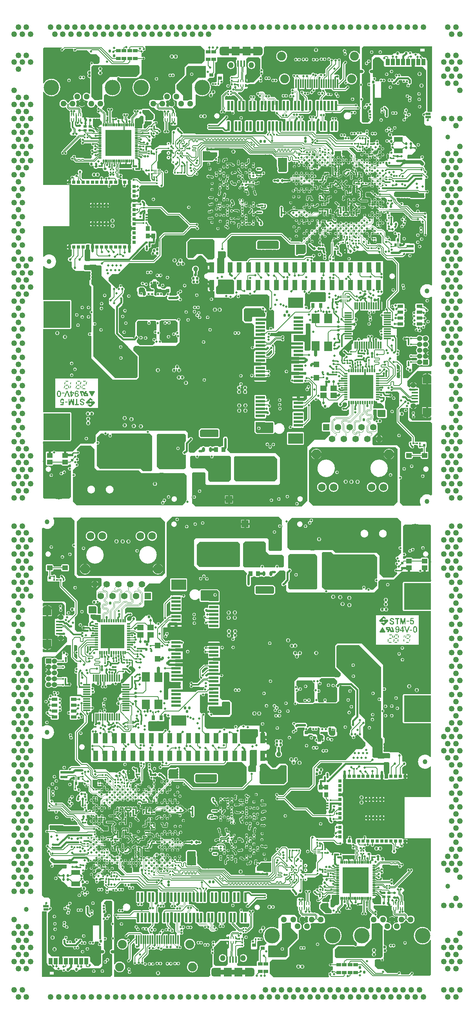
<source format=gbr>
*
%FSLAX45Y45*%
%MOMM*%
G04 A1 - i274x.macro50.d50..inc..15 *
%AMA1gtl_lev.gbr*
4,1,6,
-0.210705,0.312305,
0.210705,0.312305,
0.210705,0.094095,
0.007505,0.094095,
0.007505,-0.312305,
-0.210705,-0.312305,
-0.210705,0.312305,
0.0000*
%
G04 A2 - i274x.macro51.d51..inc..15 *
%AMA2gtl_lev.gbr*
4,1,6,
-0.210705,-0.312305,
-0.210705,0.312305,
0.007505,0.312305,
0.007505,-0.094095,
0.210705,-0.094095,
0.210705,-0.312305,
-0.210705,-0.312305,
0.0000*
%
G04 A3 - i274x.macro52.d52..inc..15 *
%AMA3gtl_lev.gbr*
4,1,6,
0.210705,-0.312305,
-0.210705,-0.312305,
-0.210705,-0.094095,
-0.007505,-0.094095,
-0.007505,0.312305,
0.210705,0.312305,
0.210705,-0.312305,
0.0000*
%
G04 A4 - i274x.macro48.d48..inc..15 *
%AMA4gtl_lev.gbr*
4,1,6,
0.210705,0.312305,
0.210705,-0.312305,
-0.007505,-0.312305,
-0.007505,0.094095,
-0.210705,0.094095,
-0.210705,0.312305,
0.210705,0.312305,
0.0000*
%
G04 A5 - rect1914.932x2090.192xr613.03x12 *
%AMA5gtl_lev.gbr*
22,1,0.688872,2.090192,-0.344435,-1.045095,0.0*
1,1,1.226058,-0.344435,-0.432065*
1,1,1.226058,-0.344435,0.432065*
20,1,1.226058,-0.344435,-0.432065,-0.344435,0.432065,0.0*
1,1,1.226058,0.344435,-0.432065*
1,1,1.226058,0.344435,0.432065*
20,1,1.226058,0.344435,-0.432065,0.344435,0.432065,0.0*
21,1,0.957452,0.957452,-0.478732,-0.566362,0.0*
21,1,0.957452,0.957452,0.478732,-0.566362,0.0*
%
G04 A6 - rect1914.932x2090.192xr613.03x34 *
%AMA6gtl_lev.gbr*
22,1,0.688872,2.090192,-0.344435,-1.045095,0.0*
1,1,1.226058,-0.344435,-0.432065*
1,1,1.226058,-0.344435,0.432065*
20,1,1.226058,-0.344435,-0.432065,-0.344435,0.432065,0.0*
1,1,1.226058,0.344435,-0.432065*
1,1,1.226058,0.344435,0.432065*
20,1,1.226058,0.344435,-0.432065,0.344435,0.432065,0.0*
21,1,0.957452,0.957452,0.478732,0.566362,0.0*
21,1,0.957452,0.957452,-0.478732,0.566362,0.0*
%
G04 A7 - rect2090.192x1914.932xr613.03x23 *
%AMA7gtl_lev.gbr*
22,1,2.090192,0.688872,-1.045095,-0.344435,0.0*
1,1,1.226058,-0.432065,0.344435*
1,1,1.226058,0.432065,0.344435*
20,1,1.226058,-0.432065,0.344435,0.432065,0.344435,0.0*
1,1,1.226058,-0.432065,-0.344435*
1,1,1.226058,0.432065,-0.344435*
20,1,1.226058,-0.432065,-0.344435,0.432065,-0.344435,0.0*
21,1,0.957452,0.957452,0.566362,0.478732,0.0*
21,1,0.957452,0.957452,0.566362,-0.478732,0.0*
%
G04 A8 - rect2090.192x1914.932xr613.03x14 *
%AMA8gtl_lev.gbr*
22,1,2.090192,0.688872,-1.045095,-0.344435,0.0*
1,1,1.226058,-0.432065,0.344435*
1,1,1.226058,0.432065,0.344435*
20,1,1.226058,-0.432065,0.344435,0.432065,0.344435,0.0*
1,1,1.226058,-0.432065,-0.344435*
1,1,1.226058,0.432065,-0.344435*
20,1,1.226058,-0.432065,-0.344435,0.432065,-0.344435,0.0*
21,1,0.957452,0.957452,-0.566362,0.478732,0.0*
21,1,0.957452,0.957452,-0.566362,-0.478732,0.0*
%
G04 A9 - i274x.macro50.d50..inc..15 180 *
%AMA9gtl_lev.gbr*
4,1,6,
0.210705,-0.312305,
-0.210705,-0.312305,
-0.210705,-0.094095,
-0.007505,-0.094095,
-0.007505,0.312305,
0.210705,0.312305,
0.210705,-0.312305,
0.0000*
%
G04 A10 - i274x.macro51.d51..inc..15 180 *
%AMA10gtl_lev.gbr*
4,1,6,
0.210705,0.312305,
0.210705,-0.312305,
-0.007505,-0.312305,
-0.007505,0.094095,
-0.210705,0.094095,
-0.210705,0.312305,
0.210705,0.312305,
0.0000*
%
G04 A11 - i274x.macro52.d52..inc..15 180 *
%AMA11gtl_lev.gbr*
4,1,6,
-0.210705,0.312305,
0.210705,0.312305,
0.210705,0.094095,
0.007505,0.094095,
0.007505,-0.312305,
-0.210705,-0.312305,
-0.210705,0.312305,
0.0000*
%
G04 A12 - i274x.macro48.d48..inc..15 180 *
%AMA12gtl_lev.gbr*
4,1,6,
-0.210705,-0.312305,
-0.210705,0.312305,
0.007505,0.312305,
0.007505,-0.094095,
0.210705,-0.094095,
0.210705,-0.312305,
-0.210705,-0.312305,
0.0000*
%
G04 A13 - rect1914.932x2090.192xr613.03x12 180 *
%AMA13gtl_lev.gbr*
22,1,0.688872,2.090192,-0.344435,-1.045095,0.0*
1,1,1.226058,0.344435,0.432065*
1,1,1.226058,0.344435,-0.432065*
20,1,1.226058,0.344435,0.432065,0.344435,-0.432065,0.0*
1,1,1.226058,-0.344435,0.432065*
1,1,1.226058,-0.344435,-0.432065*
20,1,1.226058,-0.344435,0.432065,-0.344435,-0.432065,0.0*
21,1,0.957452,0.957452,0.478732,0.566362,0.0*
21,1,0.957452,0.957452,-0.478732,0.566362,0.0*
%
G04 A14 - rect1914.932x2090.192xr613.03x34 180 *
%AMA14gtl_lev.gbr*
22,1,0.688872,2.090192,-0.344435,-1.045095,0.0*
1,1,1.226058,0.344435,0.432065*
1,1,1.226058,0.344435,-0.432065*
20,1,1.226058,0.344435,0.432065,0.344435,-0.432065,0.0*
1,1,1.226058,-0.344435,0.432065*
1,1,1.226058,-0.344435,-0.432065*
20,1,1.226058,-0.344435,0.432065,-0.344435,-0.432065,0.0*
21,1,0.957452,0.957452,-0.478732,-0.566362,0.0*
21,1,0.957452,0.957452,0.478732,-0.566362,0.0*
%
G04 A15 - rect2090.192x1914.932xr613.03x23 180 *
%AMA15gtl_lev.gbr*
22,1,2.090192,0.688872,-1.045095,-0.344435,0.0*
1,1,1.226058,0.432065,-0.344435*
1,1,1.226058,-0.432065,-0.344435*
20,1,1.226058,0.432065,-0.344435,-0.432065,-0.344435,0.0*
1,1,1.226058,0.432065,0.344435*
1,1,1.226058,-0.432065,0.344435*
20,1,1.226058,0.432065,0.344435,-0.432065,0.344435,0.0*
21,1,0.957452,0.957452,-0.566362,-0.478732,0.0*
21,1,0.957452,0.957452,-0.566362,0.478732,0.0*
%
G04 A16 - rect2090.192x1914.932xr613.03x14 180 *
%AMA16gtl_lev.gbr*
22,1,2.090192,0.688872,-1.045095,-0.344435,0.0*
1,1,1.226058,0.432065,-0.344435*
1,1,1.226058,-0.432065,-0.344435*
20,1,1.226058,0.432065,-0.344435,-0.432065,-0.344435,0.0*
1,1,1.226058,0.432065,0.344435*
1,1,1.226058,-0.432065,0.344435*
20,1,1.226058,0.432065,0.344435,-0.432065,0.344435,0.0*
21,1,0.957452,0.957452,0.566362,-0.478732,0.0*
21,1,0.957452,0.957452,0.566362,0.478732,0.0*
%
%ADD10C,1.914932*%
%ADD11C,0.142000*%
%ADD12R,1.513613X0.624612*%
%ADD13C,0.167412*%
%ADD14R,1.818412X1.208812*%
%ADD15C,0.218213*%
%ADD16R,5.120412X5.120412*%
%ADD17C,0.472212*%
%ADD18C,0.601980*%
%ADD19C,0.239000*%
%ADD20R,0.792000X0.334822*%
%ADD21C,0.624612*%
%ADD22C,0.125000*%
%ADD23C,0.777000*%
%ADD24R,0.904000X0.726212*%
%ADD25R,0.334822X0.792000*%
%ADD26R,1.539000X1.539000*%
%ADD27C,0.136000*%
%ADD28C,0.319812*%
%ADD29R,1.554000X0.334822*%
%ADD30R,0.523000X0.624612*%
%ADD31C,1.539000*%
%ADD32C,0.166000*%
%ADD33C,0.396000*%
%ADD34R,5.603000X5.603000*%
%ADD35R,0.334822X1.554000*%
%ADD36A1gtl_lev.gbr*%
%ADD37C,0.523000*%
%ADD38C,0.650000*%
%ADD39A2gtl_lev.gbr*%
%ADD40R,5.806212X5.806212*%
%ADD41R,1.158000X0.472212*%
%ADD42O,0.842822X0.258622*%
%ADD43C,0.116612*%
%ADD44R,1.716812X2.123212*%
%ADD45R,1.107212X0.472212*%
%ADD46R,1.158000X1.056412*%
%ADD47A3gtl_lev.gbr*%
%ADD48R,3.215412X2.326412*%
%ADD49O,0.258622X0.842822*%
%ADD50R,0.675412X1.614957*%
%ADD51R,0.802412X1.005612*%
%ADD52R,1.285000X0.777000*%
%ADD53O,1.031000X0.624612*%
%ADD54R,0.777000X0.777000*%
%ADD55C,0.269000*%
%ADD56R,0.665000X0.564922*%
%ADD57R,2.224812X1.513613*%
%ADD58R,2.021613X0.624612*%
%ADD59R,0.675412X2.148612*%
%ADD60R,1.005612X0.802412*%
%ADD61R,0.929412X1.031000*%
%ADD62O,0.396000X0.370613*%
%ADD63C,1.285000*%
%ADD64R,1.132613X2.275612*%
%ADD65R,1.437412X1.183412*%
%ADD66R,1.371550X2.158950*%
%ADD67R,1.793000X2.097812*%
%ADD68C,3.342413*%
%ADD69O,0.370613X0.396000*%
%ADD70C,1.031000*%
%ADD71R,1.914932X1.815110*%
%ADD72R,0.415062X1.365000*%
%ADD73R,1.920000X1.107212*%
%ADD74R,0.827812X1.412000*%
%ADD75O,1.437412X0.904000*%
%ADD76R,0.233222X0.741223*%
%ADD77R,0.523000X2.021613*%
%ADD78R,0.675412X1.310412*%
%ADD79O,0.523000X0.624612*%
%ADD80A4gtl_lev.gbr*%
%ADD81R,0.258622X0.690422*%
%ADD82R,0.614960X1.165123*%
%ADD83R,0.360222X0.690422*%
%ADD84O,0.624612X0.523000*%
%ADD85R,0.233222X0.529895*%
%ADD86R,1.175030X1.515135*%
%ADD87R,1.462812X1.818412*%
%ADD88R,0.878613X1.005612*%
%ADD89R,0.523000X0.675412*%
%ADD90R,1.815110X1.914932*%
%ADD91C,4.214902*%
%ADD92R,1.208812X1.818412*%
%ADD93R,1.285000X1.234212*%
%ADD94R,1.365000X0.415062*%
%ADD95O,0.624612X1.031000*%
%ADD96C,0.360222*%
%ADD97R,0.665000X0.182422*%
%ADD98R,0.330000X1.929942*%
%ADD99R,1.361212X1.818412*%
%ADD100C,2.123212*%
%ADD101A5gtl_lev.gbr*%
%ADD102A6gtl_lev.gbr*%
%ADD103A7gtl_lev.gbr*%
%ADD104A8gtl_lev.gbr*%
%ADD105O,1.132103X1.281962*%
%ADD106C,1.285038*%
%ADD107R,1.285038X1.285038*%
%ADD108R,1.412037X1.412037*%
%ADD109C,1.412037*%
%ADD110C,1.625040*%
%ADD111O,1.281962X1.132103*%
%ADD112R,1.539038X1.539038*%
%ADD113C,0.140000*%
%ADD114C,0.120000*%
%ADD115R,0.120000X0.120000*%
%ADD116C,0.254000*%
%ADD117A9gtl_lev.gbr*%
%ADD118A10gtl_lev.gbr*%
%ADD119A11gtl_lev.gbr*%
%ADD120A12gtl_lev.gbr*%
%ADD121A13gtl_lev.gbr*%
%ADD122A14gtl_lev.gbr*%
%ADD123A15gtl_lev.gbr*%
%ADD124A16gtl_lev.gbr*%
%ADD125C,1.030000*%
%ADD126C,1.250000*%
%IPPOS*%
%LNgtl_lev.gbr*%
%LPD*%
%SRX1Y1I0J0*%
G01*
G75*
G36*
X003469052Y006290010D02*
G02X003470120Y006297718I000006313J000003053D01*
G01X003483884Y006311481D01*
G02X003488119Y006313235I000004653J-000005246D01*
G01X003520847D01*
G02X003528806Y006298140I000000002J-000009644D01*
G03X003578815Y006244833I000030802J-000021215D01*
G02X003593378Y006236539I000004920J-000008293D01*
G01Y006207975D01*
G02X003591624Y006203740I-000007000J000000418D01*
G01X003578138Y006190254D01*
Y005975004D01*
G02X003574864Y005969482I-000007000J000000418D01*
G03X003557733Y005950028I000017766J-000032915D01*
G02X003551788Y005945975I-000006363J000002947D01*
G01X003545155D01*
G02X003538584Y005952405I000000418J000007000D01*
G03X003463809Y005953939I-000037415J-000000601D01*
G02X003462085Y005950129I-000006960J000000854D01*
G01X003459662Y005947718D01*
G02X003455440Y005945975I-000004640J000005258D01*
G01X003155379D01*
G02X003151142Y005947731I000000418J000007000D01*
G01X003133894Y005964979D01*
G02X003132138Y005969216I000005244J000004656D01*
G01Y006132514D01*
G02X003133894Y006136751I000007000J-000000418D01*
G01X003151142Y006153999D01*
G02X003155379Y006155755I000004656J-000005244D01*
G01X003196031D01*
X003196903Y006155454D01*
G03X003205127Y006154028I000008273J000023275D01*
G01X003283864D01*
G03X003292088Y006155454I-000000048J000024701D01*
G01X003292960Y006155755D01*
X003359760D01*
X003360631Y006155454D01*
G03X003368856Y006154028I000008273J000023274D01*
G01X003447592D01*
G03X003455816Y006155454I-000000049J000024701D01*
G01X003456689Y006155755D01*
X003465317D01*
X003475038Y006165476D01*
Y006256294D01*
X003472295Y006259038D01*
Y006277788D01*
G03X003469052Y006290010I-000024698J-000000011D01*
G37*
G36*
X007068530Y002399121D02*
G01Y002337422D01*
G02X007066774Y002333185I-000007000J000000418D01*
G01X007040590Y002307001D01*
Y002263762D01*
G02X007038834Y002259525I-000007000J000000418D01*
G01X007036826Y002257517D01*
G02X007032589Y002255762I-000004656J000005244D01*
G01X007024233D01*
G03X007002146Y002260892I-000022089J-000044981D01*
G03X006980094Y002255762I000000034J-000050099D01*
G01X006906552D01*
G02X006902315Y002257517I000000418J000007000D01*
G01X006895634Y002264199D01*
G02X006893878Y002268436I000005244J000004656D01*
G01Y002304279D01*
G02X006895629Y002308511I000007000J-000000418D01*
G01X006917652Y002330558D01*
G03X006922912Y002337502I-000022536J000022533D01*
G02X006928369Y002340675I000005876J-000003827D01*
G01X006929870D01*
Y002340688D01*
G02X006931802Y002341081I000002351J-000006607D01*
G01X006940348D01*
G03X006962881Y002350412I000000004J000031865D01*
G01X007020403Y002407910D01*
G02X007024636Y002409661I000004651J-000005248D01*
G01X007057989D01*
G02X007062226Y002407906I-000000418J-000007000D01*
G01X007066774Y002403358D01*
G02X007068530Y002399121I-000005244J-000004656D01*
G37*
G36*
X006892505Y004913516D02*
G01X006854039D01*
G03X006810288Y004869765I000000000J-000043751D01*
G01Y004814066D01*
G02X006805408Y004807800I-000007000J000000418D01*
G03X006786564Y004783811I000005853J-000023993D01*
G01Y004682212D01*
G03X006796441Y004662444I000024725J000000002D01*
G02X006798858Y004657557I-000004583J-000005308D01*
G01Y004631316D01*
X006869978Y004560196D01*
Y004552576D01*
X006909281Y004513272D01*
G03X006926781Y004495773I000023879J000006379D01*
G01X006950568Y004471932D01*
G03X006956346Y004464049I000028287J000014674D01*
G01X006967798Y004452597D01*
G02X006969491Y004448961I-000005245J-000004655D01*
G03X006974118Y004432837I000042352J000003428D01*
G01Y004156421D01*
G02X006967537Y004149839I-000007000J000000418D01*
G01X006707061D01*
G02X006702824Y004151595I000000418J000007000D01*
G01X006569181Y004285238D01*
G03X006546648Y004294569I-000022530J-000022534D01*
G01X006313411D01*
G02X006309175Y004296324I000000418J000007000D01*
G01X006096732Y004508767D01*
G03X006093756Y004511394I-000022546J-000022545D01*
G02X006092872Y004525812I000005928J000007599D01*
G01X006220299Y004653264D01*
G02X006224537Y004655022I000004657J-000005243D01*
G01X006620308D01*
G03X006642841Y004664352I000000004J000031865D01*
G01X006734281Y004755792D01*
G03X006743611Y004778325I-000022534J000022530D01*
G01Y004969992D01*
G02X006756611Y004979054I000009640J000000027D01*
G03X006811051Y004998507I000015611J000042216D01*
G02X006819701Y005000991I000005809J-000003927D01*
G03X006882769Y005056614I000020871J000039902D01*
G02X006887386Y005068532I000009041J000003351D01*
G03X006829238Y005133509I-000020698J000039985D01*
G02X006813511Y005133043I-000008029J000005344D01*
G03X006781024Y005150882I-000036000J-000027059D01*
G02X006774962Y005167288I000000755J000009602D01*
G01X006857815Y005250166D01*
G02X006862052Y005251922I000004655J-000005245D01*
G01X007316115D01*
G02X007322919Y005235451I000000000J-000009640D01*
G01X007059004Y004971537D01*
G02X007042569Y004978350I-000006804J000006817D01*
G01Y005019676D01*
G03X006955068Y005019676I-000043751J000000000D01*
G01Y005004360D01*
G02X006944945Y004994721I-000009645J-000000005D01*
G03X006942829Y004994796I-000002596J-000043651D01*
G03X006899087Y004951045I000000008J-000043751D01*
G01Y004920097D01*
G02X006892505Y004913516I-000007000J000000418D01*
G37*
G36*
X004417377Y007285571D02*
G01X004414471D01*
G03X004391938Y007276215I000000031J-000031887D01*
G01X004309412Y007193689D01*
G02X004292969Y007200520I-000006803J000006831D01*
G01Y007247193D01*
G02X004294725Y007251430I000007000J-000000418D01*
G01X004353807Y007310512D01*
G02X004358044Y007312268I000004656J-000005244D01*
G01X004417377D01*
G02X004423958Y007305686I-000000418J-000007000D01*
G01Y007292153D01*
G02X004417377Y007285571I-000007000J000000418D01*
G37*
G36*
X001531205Y007547805D02*
G02X001529449Y007552042I000005244J000004656D01*
G01Y007792554D01*
G02X001536030Y007799135I000007000J-000000418D01*
G01X001576237D01*
G02X001580474Y007797379I-000000418J-000007000D01*
G01X001597722Y007780131D01*
G02X001599478Y007775894I-000005244J-000004656D01*
G01Y007683983D01*
G02X001587484Y007674648I-000009633J000000005D01*
G03X001587496Y007602085I-000009076J-000036283D01*
G02X001599478Y007592747I000002348J-000009343D01*
G01Y007502777D01*
G02X001583035Y007495975I-000009640J000000028D01*
G01X001531205Y007547805D01*
G37*
G36*
X003523122Y001790305D02*
Y001752348D01*
G03X003532478Y001729814I000031886J000000031D01*
G01X003561661Y001700605D01*
G02X003561109Y001686446I-000006803J-000006825D01*
G03X003559379Y001684884I000024193J-000028521D01*
G02X003550331Y001684891I-000004520J000005362D01*
G03X003548607Y001629474I-000025951J-000026928D01*
G02X003561117Y001629468I000006252J-000007353D01*
G03X003600279Y001623672I000024223J000028467D01*
G02X003613311Y001617763I000003849J-000008838D01*
G03X003680829Y001648750I000035648J000011376D01*
G01Y001658417D01*
G03X003671473Y001680950I-000031887J-000000031D01*
G01X003588656Y001763793D01*
G02X003586900Y001768030I000005244J000004656D01*
G01Y001793332D01*
G02X003590587Y001799094I000007000J-000000419D01*
G03X003605112Y001821587I-000010152J000022491D01*
G01X003604914Y002025402D01*
G02X003614472Y002036281I000009558J000001241D01*
G01X003655544D01*
G02X003665101Y002025401I-000000001J-000009639D01*
G03X003664904Y002022249I000024504J-000003110D01*
G01Y001821587D01*
G03X003689605Y001796887I000024701J000000000D01*
G01X003706329D01*
G02X003712911Y001790305I-000000418J-000007000D01*
G01Y001631620D01*
G03X003721496Y001610849I000029372J-000000019D01*
G01X003748495Y001583975D01*
G02X003742206Y001567015I-000006263J-000007324D01*
G01X003441447D01*
G02X003432468Y001580152I000000001J000009638D01*
G03X003434884Y001590729I-000034859J000013530D01*
G02X003443724Y001599551I000009611J-000000790D01*
G03X003403460Y001639816I-000002985J000037279D01*
G02X003394613Y001630974I-000009612J000000771D01*
G03X003362749Y001580144I000002991J-000037278D01*
G02X003353766Y001567015I-000008984J-000003491D01*
G01X003237105D01*
G02X003228325Y001580662I-000000004J000009645D01*
G03X003227547Y001613193I-000034043J000015461D01*
G02X003231194Y001625870I000008564J000004400D01*
G03X003236187Y001629474I-000019323J000032031D01*
G02X003248697Y001629468I000006252J-000007353D01*
G03X003248690Y001686447I000024222J000028492D01*
G02X003236179Y001686453I-000006252J000007353D01*
G03X003231033Y001690131I-000024239J-000028473D01*
G02X003229096Y001705242I000004903J000008308D01*
G01X003257529Y001733675D01*
G03X003266859Y001756208I-000022534J000022530D01*
G01Y001790305D01*
G02X003273441Y001796887I000007000J-000000418D01*
G01X003340406D01*
G03X003365107Y001821587I000000000J000024701D01*
G01Y002022247D01*
G03X003350564Y002044749I-000024676J000000002D01*
G02X003346869Y002050515I000003305J000006185D01*
G01Y002132980D01*
G02X003348625Y002137217I000007000J-000000418D01*
G01X003358657Y002147248D01*
G02X003372941Y002146494I000006802J-000006840D01*
G03X003426204Y002141589I000029029J000023582D01*
G02X003438712Y002141584I000006252J-000007353D01*
G03X003478251Y002204186I000024233J000028482D01*
G02X003474530Y002209966I000003279J000006199D01*
G01Y002230944D01*
G02X003481111Y002237526I000007000J-000000418D01*
G01X003500401D01*
G03X003525101Y002262227I000000000J000024701D01*
G01Y002461500D01*
G02X003531683Y002468082I000007000J-000000418D01*
G01X003578313D01*
G02X003584895Y002461500I-000000418J-000007000D01*
G01Y002262227D01*
G03X003609595Y002237526I000024701J-000000000D01*
G01X003626319D01*
G02X003632900Y002230944I-000000418J-000007000D01*
G01Y002206170D01*
G02X003629187Y002200394I-000007000J000000418D01*
G03X003668749Y002137805I000015324J-000034111D01*
G02X003681259Y002137798I000006252J-000007353D01*
G03X003707997Y002128965I000024232J000028463D01*
G02X003718269Y002118830I000000655J-000009609D01*
G03X003718219Y002116732I000037351J-000001935D01*
G03X003718644Y002111096I000037400J-000000013D01*
G02X003709113Y002100009I-000009531J-000001447D01*
G01X003502077D01*
G03X003479544Y002090678I-000000004J-000031865D01*
G01X003452467Y002063601D01*
G03X003444198Y002049311I000022507J-000022561D01*
G02X003440561Y002045231I-000006639J000002258D01*
G03X003424900Y002022247I000009038J-000022986D01*
G01Y001821587D01*
G03X003449600Y001796887I000024701J000000000D01*
G01X003516540D01*
G02X003523122Y001790305I-000000418J-000007000D01*
G37*
G36*
X003387907Y002939591D02*
G02X003379608Y002937515I-000005498J000004353D01*
G02X003376918Y002939410I000004123J000008708D01*
G01X003354924Y002961403D01*
G02X003353169Y002965640I000005245J000004655D01*
G01Y002989650D01*
G02X003354918Y002993879I000007000J-000000418D01*
G01X003364158Y003003141D01*
G03X003368280Y003011480I-000010265J000010263D01*
G02X003380399Y003014688I000006864J-000001436D01*
G03X003381702Y003013201I000011542J000008805D01*
G01X003404267Y002990636D01*
G03X003414523Y002986394I000010255J000010274D01*
G01X003434396D01*
G02X003440978Y002979812I-000000418J-000007000D01*
G01Y002954376D01*
G02X003438119Y002947531I-000009634J000000004D01*
G02X003429604Y002946738I-000004773J000005138D01*
G03X003387907Y002939591I-000017368J-000023884D01*
G37*
G36*
X002438949Y003190985D02*
G02X002429355Y003181916I-000006423J-000002815D01*
G03X002386884Y003175097I-000017141J-000028911D01*
G02X002381165Y003173073I-000004969J000004948D01*
G02X002375665Y003175818I000001331J000009548D01*
G01X002319904Y003231605D01*
G02X002317117Y003237733I000006814J000006796D01*
G02X002319507Y003243279I000007008J000000269D01*
G03X002327775Y003252468I-000020424J000026693D01*
G02X002333089Y003255431I000005734J-000004038D01*
G01X002342506D01*
G02X002346740Y003253678I-000000418J-000007000D01*
G01X002383916Y003216526D01*
G03X002394182Y003212251I000010297J000010262D01*
G01X002428606D01*
G02X002435175Y003205841I-000000418J-000007000D01*
G03X002438949Y003190985I000033605J000000630D01*
G37*
G36*
X003300462Y003232401D02*
G03X003349029Y003259300I000015103J000030027D01*
G02X003355531Y003265188I000006924J-000001111D01*
G01X003391899Y003265208D01*
G02X003396226Y003264457I000000558J-000009618D01*
G02X003400093Y003259762I-000002944J-000006365D01*
G03X003419620Y003234854I000033099J000005840D01*
G02X003423245Y003230021I-000003251J-000006214D01*
G02X003420576Y003221623I-000009510J-000001600D01*
G01X003384472Y003185494D01*
G03X003380221Y003175230I000010265J-000010263D01*
G01Y003139796D01*
G03X003384472Y003129532I000014516J-000000001D01*
G01X003398537Y003115444D01*
G02X003400287Y003111213I-000005249J-000004650D01*
G01Y003092158D01*
G02X003398561Y003087955I-000007000J000000418D01*
G01X003380318Y003069487D01*
G02X003365125Y003069140I-000007732J000005768D01*
G03X003364168Y003070194I-000011212J-000009221D01*
G01X003328209Y003106179D01*
G02X003325598Y003114995I000006811J000006812D01*
G02X003329450Y003119679I000006809J-000001675D01*
G03X003285973Y003163156I-000012133J000031344D01*
G02X003281290Y003159303I-000006359J000002957D01*
G02X003272473Y003161914I-000002005J000009422D01*
G01X003270127Y003164235D01*
G02X003267597Y003173403I000006827J000006817D01*
G02X003271600Y003177939I000006745J-000001918D01*
G03X003291163Y003223488I-000011076J000031733D01*
G02X003300462Y003232401I000006569J000002454D01*
G37*
G36*
X007324406Y003517771D02*
G01Y003517759D01*
X007411024D01*
G02X007416034Y003515196I-000000419J-000007000D01*
G03X007436156Y003504808I000020120J000014288D01*
G01X007512353D01*
G03X007514832Y003504942I-000000093J000024701D01*
G02X007522043Y003497050I000000255J-000007008D01*
G03X007530276Y003465707I000036719J-000007108D01*
G02X007530270Y003453197I-000007353J-000006252D01*
G03X007577617Y003396683I000028483J-000024228D01*
G02X007592100Y003388335I000004837J-000008345D01*
G01Y003294744D01*
G02X007589328Y003291683I-000006353J000002968D01*
G01X007582533Y003291702D01*
G02X007582487Y003291707I000000056J000000748D01*
G03X007577047Y003292081I-000005630J-000042082D01*
G01X007568693Y003291675D01*
X007526653Y003291702D01*
G02X007526608Y003291707I000000056J000000748D01*
G03X007521167Y003292081I-000005630J-000042082D01*
G01X007512813Y003291675D01*
X007470773Y003291702D01*
G02X007470728Y003291707I000000056J000000748D01*
G03X007465286Y003292081I-000005630J-000042082D01*
G01X007456933Y003291675D01*
X007414893Y003291702D01*
G02X007414848Y003291707I000000056J000000748D01*
G03X007409407Y003292081I-000005630J-000042082D01*
G01X007401053Y003291675D01*
X007359013Y003291702D01*
G02X007358968Y003291707I000000056J000000748D01*
G03X007353527Y003292081I-000005630J-000042082D01*
G01X007345173Y003291675D01*
X007326059D01*
G02X007321822Y003293431I000000418J000007000D01*
G01X007295637Y003319615D01*
X007252848D01*
G02X007250087Y003320365I000000419J000007000D01*
G03X007227800Y003326473I-000022297J-000037640D01*
G01X007164402D01*
G03X007142114Y003320365I000000009J-000043748D01*
G02X007139353Y003319615I-000003180J000006250D01*
G01X007072059D01*
G02X007067822Y003321371I000000418J000007000D01*
G01X007045494Y003343699D01*
G02X007043738Y003347936I000005244J000004656D01*
G01Y003363234D01*
X006985757Y003421215D01*
X006937063D01*
G02X006932004Y003427228I000001915J000006746D01*
G02X006931978Y003427543I000006974J000000734D01*
G01Y003498165D01*
G03X006921031Y003524600I-000037400J-000000003D01*
G01X006913421Y003532190D01*
G02X006911658Y003536435I000005237J000004664D01*
G01Y003549334D01*
G02X006913413Y003553571I000007000J-000000418D01*
G01X006915830Y003555987D01*
G02X006920065Y003557741I000004654J-000005246D01*
G01X007125324D01*
G02X007129562Y003555986I-000000418J-000007000D01*
G01X007189595Y003495952D01*
G03X007212128Y003486621I000022530J000022534D01*
G01X007261131D01*
G03X007317601Y003512349I000019588J000031843D01*
G02X007324406Y003517771I000006830J-000001591D01*
G37*
G36*
X002836843Y004696571D02*
G03X002782945Y004701163I-000028643J-000017585D01*
G02X002777268Y004699150I-000004955J000004962D01*
G02X002768918Y004708676I000001290J000009554D01*
G01Y004784997D01*
G02X002772282Y004790575I000007000J-000000419D01*
G03X002783843Y004832218I-000013613J000026206D01*
G02X002785311Y004840650I000006207J000003263D01*
G02X002791615Y004842982I000006283J-000007299D01*
G01X002823465D01*
G03X002844516Y004851694I000000003J000029782D01*
G01X002854174Y004861377D01*
X002854978Y004861734D01*
G03X002859523Y004864412I-000013856J000028709D01*
G02X002862472Y004865408I000003663J-000005980D01*
G03X002898045Y004908557I-000001371J000037368D01*
G02X002904526Y004916185I000006984J000000633D01*
G03X002941231Y004959305I-000000246J000037391D01*
G02X002945842Y004966524I000006985J000000621D01*
G03X002948731Y004967471I-000011766J000040805D01*
G02X002961731Y004958437I000003361J-000009035D01*
G01Y004890493D01*
G03X002963864Y004879064I000031895J000000041D01*
G03X002976505Y004853439I000029746J-000001257D01*
G02X002979104Y004848400I-000004401J-000005460D01*
G01Y004838509D01*
G02X002977351Y004834275I-000007000J000000419D01*
G01X002963019Y004819943D01*
G02X002957868Y004818194I-000004654J000005246D01*
G03X002953817Y004818473I-000004051J-000029251D01*
G01X002951279D01*
G03X002927207Y004806048I000000000J-000029531D01*
G02X002922195Y004803483I-000005432J000004435D01*
G01X002894433D01*
G02X002889421Y004806048I000000420J000007000D01*
G03X002865349Y004818473I-000024072J-000017106D01*
G01X002862811D01*
G03X002844123Y004766077I000000000J-000029531D01*
G02X002844126Y004755828I-000004786J-000005125D01*
G03X002846760Y004708173I000018685J-000022867D01*
G02X002849565Y004702972I-000004195J-000005619D01*
G01Y004700206D01*
G02X002836843Y004696571I-000007000J000000419D01*
G37*
G36*
X001293884Y003906508D02*
G01X001309911Y003890482D01*
X001626631D01*
G02X001630868Y003888726I-000000418J-000007000D01*
G01X001658682Y003860911D01*
G02X001660438Y003856674I-000005244J-000004656D01*
G01Y003805136D01*
G02X001658682Y003800899I-000007000J000000418D01*
G01X001637218Y003779434D01*
G02X001632981Y003777678I-000004656J000005244D01*
G01X001158482D01*
G02X001154245Y003779434I000000418J000007000D01*
G01X001133581Y003800098D01*
G03X001111048Y003809429I-000022530J-000022534D01*
G01X001010631D01*
G02X001004050Y003816010I000000418J000007000D01*
G01Y003897721D01*
G02X001005805Y003901957I000007000J-000000418D01*
G01X001010355Y003906507D01*
G02X001014590Y003908261I000004654J-000005246D01*
G01X001289649D01*
G02X001293884Y003906508I-000000418J-000007000D01*
G37*
G36*
X002011390Y008614501D02*
G01Y008485343D01*
G02X002004808Y008478762I-000007000J000000418D01*
G01X001862950D01*
G02X001858714Y008480517I000000418J000007000D01*
G01X001849086Y008490145D01*
G02X001847330Y008494382I000005244J000004656D01*
G01Y008624661D01*
G02X001849086Y008628898I000007000J-000000418D01*
G01X001853634Y008633446D01*
G02X001857871Y008635202I000004656J-000005244D01*
G01X001990689D01*
G02X001994926Y008633446I-000000418J-000007000D01*
G01X002009634Y008618738D01*
G02X002011390Y008614501I-000005244J-000004656D01*
G37*
G36*
X003776690Y005130572D02*
G01Y004928222D01*
G02X003774934Y004923985I-000007000J000000418D01*
G01X003767846Y004916897D01*
G02X003763609Y004915142I-000004656J000005244D01*
G01X003587610D01*
G02X003583373Y004916897I000000418J000007000D01*
G01X003570774Y004929497D01*
G02X003569018Y004933734I000005244J000004656D01*
G01Y005086009D01*
G02X003570774Y005090246I000007000J-000000418D01*
G01X003601154Y005120626D01*
G02X003605391Y005122381I000004655J-000005245D01*
G01X003737529D01*
X003753555Y005138408D01*
G02X003757790Y005140162I000004653J-000005246D01*
G01X003766149D01*
G02X003770386Y005138406I-000000418J-000007000D01*
G01X003775092Y005133700D01*
G02X003776690Y005130572I-000005247J-000004653D01*
G37*
G36*
X004152610Y003338921D02*
G01Y003239802D01*
X004161896Y003230516D01*
G03X004164108Y003227396I000035703J000022971D01*
G02X004165310Y003223871I-000005799J-000003944D01*
G01Y003053694D01*
G02X004163567Y003049471I-000007000J000000418D01*
G01X004160761Y003046653D01*
G02X004156514Y003044888I-000004665J000005236D01*
G01X003981598D01*
G02X003977351Y003046653I000000418J000007000D01*
G01X003974976Y003049039D01*
G02X003973234Y003053261I000005257J000004641D01*
G01Y003091333D01*
G03X003968230Y003108465I-000031891J-000000017D01*
G01Y003326221D01*
G02X003969985Y003330458I000007000J-000000418D01*
G01X003989775Y003350247D01*
G02X003994010Y003352002I000004653J-000005246D01*
G01X004139529D01*
G02X004143766Y003350246I-000000418J-000007000D01*
G01X004150854Y003343158D01*
G02X004152610Y003338921I-000005244J-000004656D01*
G37*
G36*
X005635693Y002905217D02*
G01X005612049Y002928862D01*
X005490071D01*
G02X005485834Y002930617I000000418J000007000D01*
G01X005476205Y002940245D01*
G02X005474450Y002944482I000005244J000004656D01*
G01Y003001101D01*
G02X005476205Y003005338I000007000J-000000418D01*
G01X005508924Y003038056D01*
G03X005536681Y003065813I-000008655J000036411D01*
G01X005572195Y003101328D01*
G02X005576430Y003103082I000004653J-000005246D01*
G01X005782916D01*
G02X005787143Y003101335I-000000418J-000007000D01*
G01X005791660Y003096832D01*
G02X005793424Y003092586I-000005236J-000004665D01*
G01Y002910043D01*
G02X005786843Y002903462I-000007000J000000418D01*
G01X005699592D01*
X005699262Y002903521D01*
G03X005693207Y002903919I-000005966J-000044624D01*
G03X005687155Y002903521I-000000086J-000045022D01*
G01X005686824Y002903462D01*
X005639930D01*
G02X005635693Y002905217I000000418J000007000D01*
G37*
G36*
X006850698Y002190434D02*
G02X006852454Y002194671I000007000J-000000418D01*
G01X006888002Y002230219D01*
G02X006894138Y002231827I000004653J-000005246D01*
G01X006894154Y002231811D01*
X007017315D01*
X007026128Y002223020D01*
G02X007027890Y002218776I-000005238J-000004663D01*
G01Y002145095D01*
X007027952D01*
G02X007031180Y002143474I-000001428J-000006866D01*
G01X007094282Y002080371D01*
G02X007096038Y002076134I-000005244J-000004656D01*
G01Y002027136D01*
G02X007094282Y002022899I-000007000J000000418D01*
G01X007089734Y002018351D01*
G02X007085497Y002016595I-000004656J000005244D01*
G01X006957759D01*
G02X006953522Y002018351I000000418J000007000D01*
G01X006852454Y002119419D01*
G02X006850698Y002123656I000005244J000004656D01*
G01Y002190434D01*
G37*
G36*
X004442485Y006396280D02*
G02X004438105Y006402365I000002619J000006505D01*
G01Y006450827D01*
G02X004439861Y006455064I000007000J-000000418D01*
G01X004460998Y006476201D01*
X004717969D01*
X004725150Y006483382D01*
Y006557101D01*
G02X004726905Y006561337I000007000J-000000418D01*
G01X004739076Y006573507D01*
G02X004743311Y006575262I000004653J-000005246D01*
G01X004876129D01*
G02X004880366Y006573506I-000000418J-000007000D01*
G01X004897614Y006556258D01*
G02X004899370Y006552021I-000005244J-000004656D01*
G01Y006319736D01*
G02X004897614Y006315499I-000007000J000000418D01*
G01X004870206Y006288091D01*
G02X004865969Y006286335I-000004656J000005244D01*
G01X004538677D01*
G02X004529064Y006296747I-000000002J000009642D01*
G03X004472127Y006331601I-000037275J000003040D01*
G02X004462641Y006341081I-000003293J000006192D01*
G03X004442485Y006396280I-000031812J000019664D01*
G37*
G36*
X003588730Y007187021D02*
G01Y007016782D01*
X003598451Y007007062D01*
X003607589D01*
G02X003611681Y007005431I-000000418J-000007000D01*
G03X003628822Y006998527I000017118J000017771D01*
G01X003830030D01*
Y006868858D01*
X003628822D01*
G03X003616960Y006865862I-000000073J-000024681D01*
G01X003583211D01*
X003565870Y006848521D01*
Y006637642D01*
G02X003564114Y006633405I-000007000J000000418D01*
G01X003551946Y006621237D01*
G02X003547709Y006619481I-000004656J000005244D01*
G01X003485579D01*
G02X003481342Y006621237I000000418J000007000D01*
G01X003469174Y006633405D01*
G02X003467418Y006637642I000005244J000004656D01*
G01Y007185754D01*
G02X003472485Y007192075I000007000J-000000420D01*
G01X003472531D01*
X003486424Y007205968D01*
G02X003490658Y007207722I000004653J-000005246D01*
G01X003568029D01*
G02X003572266Y007205966I-000000418J-000007000D01*
G01X003586974Y007191258D01*
G02X003588730Y007187021I-000005244J-000004656D01*
G37*
G36*
X008156688Y002207501D02*
G01X008014889D01*
X008000965Y002221425D01*
G02X007999210Y002225662I000005244J000004656D01*
G01Y002235881D01*
X007973026Y002262065D01*
G02X007971270Y002266302I000005244J000004656D01*
G01Y002326880D01*
G02X007977851Y002333461I000007000J-000000418D01*
G01X008007269D01*
X008065689Y002391882D01*
X008127270D01*
X008161514Y002357638D01*
G02X008163270Y002353401I-000005244J-000004656D01*
G01Y002214083D01*
G02X008156688Y002207501I-000007000J000000418D01*
G37*
G36*
X007106125Y002410239D02*
G02X007110366Y002411998I000004660J-000005240D01*
G01X007172732D01*
G03X007189752Y002407731I000017036J000031872D01*
G01X007249153Y002407756D01*
G02X007259030Y002398116I000000235J-000009639D01*
G01Y002370165D01*
X007258879Y002369531D01*
G03X007257785Y002360702I000035013J-000008819D01*
G01Y002302282D01*
G03X007258879Y002293453I000036107J-000000010D01*
G01X007259030Y002292819D01*
Y002230742D01*
G02X007257274Y002226505I-000007000J000000418D01*
G01X007224786Y002194017D01*
G02X007220549Y002192261I-000004656J000005244D01*
G01X007182391D01*
X007135886Y002145757D01*
G02X007131649Y002144002I-000004656J000005244D01*
G01X007090271D01*
G02X007086033Y002145757I000000418J000007000D01*
G01X007068786Y002163005D01*
G02X007067030Y002167242I000005244J000004656D01*
G01Y002294981D01*
G02X007068783Y002299216I000007000J-000000418D01*
G01X007097510Y002327942D01*
Y002399126D01*
G02X007099257Y002403353I000007000J-000000418D01*
G01X007106125Y002410239D01*
G37*
G36*
X007323504Y003260203D02*
G02X007328773Y003263102I000005688J-000004102D01*
G01X007589764D01*
G02X007592100Y003260438I-000003933J-000005806D01*
G01Y003194773D01*
G02X007590775Y003191074I-000007000J000000420D01*
G03X007585356Y003181342I000023126J-000019254D01*
G01X007584169Y003177782D01*
X007550038D01*
G03X007533870Y003181591I-000016152J-000032331D01*
G03X007517701Y003177782I-000000017J-000036141D01*
G01X007510059D01*
G03X007493890Y003181591I-000016152J-000032331D01*
G03X007477722Y003177782I-000000017J-000036141D01*
G01X007430049D01*
G03X007413880Y003181591I-000016152J-000032331D01*
G03X007397712Y003177782I-000000017J-000036141D01*
G01X007390044D01*
G03X007373875Y003181591I-000016152J-000032331D01*
G03X007357706Y003177782I-000000017J-000036141D01*
G01X007334170D01*
X007329996Y003181927D01*
X007329945Y003226742D01*
G03X007322373Y003251361I-000043726J000000024D01*
G02X007322407Y003258541I000006041J000003561D01*
G03X007323504Y003260203I-000034881J000024222D01*
G37*
G36*
X006884150Y009780361D02*
G02X006885905Y009784598I000007000J-000000418D01*
G01X006900616Y009799307D01*
G02X006904850Y009801062I000004653J-000005246D01*
G01X007078309D01*
G02X007082546Y009799306I-000000418J-000007000D01*
G01X007129051Y009752802D01*
X008013029D01*
G02X008017266Y009751046I-000000418J-000007000D01*
G01X008077694Y009690618D01*
G02X008079450Y009686381I-000005244J-000004656D01*
G01Y009238387D01*
G02X008067377Y009229053I-000009643J-000000003D01*
G03X008067386Y009156690I-000009468J-000036182D01*
G02X008079450Y009147353I000002420J-000009335D01*
G01Y009083688D01*
G02X008077694Y009079451I-000007000J000000418D01*
G01X007993974Y008995731D01*
G02X007989737Y008993975I-000004656J000005244D01*
G01X007934593D01*
G02X007928479Y008998425I000000418J000007000D01*
G03X007857217Y008998425I-000035631J-000011295D01*
G02X007851103Y008993975I-000006532J000002550D01*
G01X007820839D01*
G02X007814405Y009010786I000000001J000009637D01*
G03X007764394Y009010777I-000025011J000027806D01*
G02X007757949Y008993975I-000006446J-000007164D01*
G01X006939979D01*
G02X006935742Y008995731I000000418J000007000D01*
G01X006885906Y009045567D01*
G02X006884150Y009049804I000005244J000004656D01*
G01Y009780361D01*
G37*
G36*
X001997465Y008450567D02*
X002000791Y008447242D01*
X002099850D01*
X002106154Y008440938D01*
G02X002107910Y008436701I-000005244J-000004656D01*
G01Y008402942D01*
G02X002106154Y008398705I-000007000J000000418D01*
G01X002095210Y008387761D01*
Y008288701D01*
X002089690Y008283181D01*
X002076369D01*
X002063669Y008295882D01*
X002034251D01*
G02X002027670Y008302463I000000418J000007000D01*
G01Y008321721D01*
X002007789Y008341601D01*
X001939150D01*
G02X001934914Y008343357I000000418J000007000D01*
G01X001884646Y008393625D01*
G02X001882890Y008397862I000005244J000004656D01*
G01Y008444321D01*
G02X001884645Y008448557I000007000J-000000418D01*
G01X001886655Y008450567D01*
G02X001890891Y008452322I000004654J-000005246D01*
G01X001993229D01*
G02X001997465Y008450567I-000000418J-000007000D01*
G37*
G36*
X005073759Y010021635D02*
G01X005114838Y009980555D01*
Y009502415D01*
X005094078Y009481655D01*
X004240018D01*
X004183698Y009537975D01*
Y009965316D01*
X004240018Y010021635D01*
X005073759D01*
G37*
G36*
X005288598Y005179956D02*
X005324158Y005215516D01*
Y005520315D01*
X005337298Y005533455D01*
X005475079D01*
X005480598Y005527936D01*
Y005217434D01*
X005460278Y005197114D01*
Y005064595D01*
X005306818D01*
X005288598Y005082815D01*
Y005179956D01*
G37*
G36*
X005137853Y005673818D02*
X005118065Y005693605D01*
G02X005116310Y005697842I000005244J000004656D01*
G01Y005972901D01*
G02X005118065Y005977138I000007000J-000000418D01*
G01X005122614Y005981686D01*
G02X005126850Y005983442I000004656J-000005244D01*
G01X005483189D01*
G02X005487426Y005981686I-000000418J-000007000D01*
G01X005499594Y005969518D01*
G02X005501350Y005965281I-000005244J-000004656D01*
G01Y005835002D01*
G02X005499594Y005830765I-000007000J000000418D01*
G01X005463250Y005794421D01*
Y005678684D01*
G02X005456670Y005672103I-000007000J000000418D01*
G01X005142093Y005672062D01*
G02X005137853Y005673818I000000416J000007000D01*
G37*
G36*
X005578389Y005236067D02*
G01X005578597Y005236275D01*
X005675738D01*
X005788769Y005123245D01*
X005915147D01*
X005995158Y005203255D01*
X006103728D01*
X006118138Y005188845D01*
Y004856755D01*
X006064358Y004802975D01*
X005568437D01*
X005537518Y004833895D01*
Y005081690D01*
X005540566D01*
Y005171732D01*
X005537518D01*
Y005195196D01*
X005578389Y005236067D01*
G37*
G36*
X005184458Y009986101D02*
G02X005186214Y009990338I000007000J-000000418D01*
G01X005223784Y010027908D01*
G02X005228019Y010029661I000004653J-000005246D01*
G01X005630509D01*
G02X005634746Y010027906I-000000418J-000007000D01*
G01X005667234Y009995418D01*
G02X005668990Y009991181I-000005244J-000004656D01*
G01Y009818402D01*
X005742210Y009745182D01*
X006019129D01*
G02X006023366Y009743426I-000000418J-000007000D01*
G01X006058394Y009708398D01*
G02X006060150Y009704161I-000005244J-000004656D01*
G01Y009494736D01*
G02X006058394Y009490499I-000007000J000000418D01*
G01X006041146Y009473251D01*
G02X006036909Y009471495I-000004656J000005244D01*
G01X005959095D01*
G02X005949647Y009482953I000000008J000009631D01*
G03X005876192Y009482941I-000036729J000007060D01*
G02X005866741Y009471495I-000009458J-000001815D01*
G01X005639004D01*
G02X005629612Y009483284I000000002J000009637D01*
G03X005556705Y009483274I-000036455J000008355D01*
G02X005547311Y009471495I-000009397J-000002142D01*
G01X005212779D01*
G02X005208542Y009473251I000000418J000007000D01*
G01X005186214Y009495579D01*
G02X005184458Y009499816I000005244J000004656D01*
G01Y009986101D01*
G37*
G36*
X008231576Y005270081D02*
G02X008235810Y005271835I000004653J-000005246D01*
G01X008317829D01*
G02X008322066Y005270079I-000000418J-000007000D01*
G01X008336774Y005255371D01*
G02X008338530Y005251134I-000005244J-000004656D01*
G01Y005045062D01*
G02X008336776Y005040828I-000007000J000000418D01*
G01X008321499Y005025550D01*
G03X008316285Y005020335I000014656J-000019869D01*
G01X008310590Y005014641D01*
Y004930821D01*
X008296666Y004916897D01*
G02X008292429Y004915142I-000004656J000005244D01*
G01X008245971D01*
G02X008241733Y004916897I000000418J000007000D01*
G01X008239725Y004918905D01*
G02X008237970Y004923142I000005244J000004656D01*
G01Y005017181D01*
X008226088Y005029041D01*
G02X008224330Y005033280I000005242J000004658D01*
G01Y005062806D01*
G03X008217650Y005087828I-000050078J000000034D01*
G01Y005256156D01*
X008231576Y005270081D01*
G37*
G36*
X002037005Y004056965D02*
X002036999D01*
X001992561D01*
X001992555D01*
G03X001925340Y004057600I-000033605J000000635D01*
G03X001925346Y004056965I000033611J000000000D01*
G01X001925340D01*
X001813552D01*
G03X001812982Y004057223I-000014166J-000030479D01*
G02X001809230Y004063020I000003247J000006215D01*
G01Y004069761D01*
X001803364Y004075627D01*
G02X001801610Y004079862I000005246J000004654D01*
G01Y004125149D01*
G02X001808191Y004131730I000007000J-000000418D01*
G01X001859179D01*
G02X001866307Y004128586I000000003J-000009644D01*
G02X001866607Y004128210I-000005325J-000004563D01*
G02X001867867Y004122692I-000005625J-000004188D01*
G03X001866768Y004114166I000032511J-000008527D01*
G03X001932889Y004122692I000033611J000000000D01*
G02X001934448Y004128584I000006885J000001331D01*
G02X001941578Y004131730I000007126J-000006497D01*
G01X001944996D01*
G02X001949230Y004129977I-000000418J-000007000D01*
G01X001995710Y004083522D01*
X001999476D01*
G03X002027087Y004083522I000013806J000030644D01*
G01X002031923D01*
G02X002040273Y004078734I000000023J-000009634D01*
G02X002040568Y004072672I-000006167J-000003338D01*
G03X002036999Y004057600I000030042J-000015072D01*
G03X002037005Y004056965I000033611J000000000D01*
G37*
G36*
X001822028Y004001644D02*
G01X001867860D01*
X001867866D01*
G03X001867860Y004001009I000033605J-000000635D01*
G03X001935075Y004001644I000033611J000000000D01*
G01X001935081D01*
X001980992D01*
X001980998D01*
G03X001980992Y004001009I000033605J-000000635D01*
G03X002048207Y004001644I000033611J000000000D01*
G01X002048213D01*
X002094123D01*
X002094129D01*
G03X002094123Y004001009I000033605J-000000635D01*
G03X002140806Y003970044I000033611J000000000D01*
G02X002146850Y003969346I000002297J-000006625D01*
G02X002151090Y003961359I-000005401J-000007986D01*
G01Y003942436D01*
X002106404D01*
X002106398D01*
G03X002039183Y003943072I-000033605J000000635D01*
G03X002039189Y003942436I000033611J000000000D01*
G01X002039183D01*
X001994801D01*
X001994772D01*
G03X001927601Y003944265I-000033561J000001829D01*
G03X001938255Y003919717I000033611J000000000D01*
G02X001940079Y003913938I-000005118J-000004794D01*
G02X001930579Y003905948I-000009500J000001653D01*
G01X001858683D01*
G02X001854446Y003907704I000000418J000007000D01*
G01X001813810Y003948340D01*
G02X001812232Y003954616I000005244J000004655D01*
G03X001813878Y003965525I-000035756J000010975D01*
G03X001809800Y003982470I-000037398J-000000037D01*
G01X001809230Y003983610D01*
Y003989950D01*
G02X001812982Y003995746I000007000J-000000418D01*
G03X001822028Y004001644I-000013594J000030738D01*
G37*
G36*
X001820551Y004000374D02*
G03X001812982Y004057223I-000021163J000026111D01*
G02X001811833Y004057975I000003247J000006215D01*
G02X001812355Y004058235I000000512J-000000375D01*
G01X001925340D01*
X001925346D01*
G03X001925340Y004057600I000033605J-000000635D01*
G03X001992555Y004058235I000033611J000000000D01*
G01X001992561D01*
X002036999D01*
X002037005D01*
G03X002036999Y004057600I000033605J-000000635D01*
G03X002100649Y004072676I000033611J000000000D01*
G02X002100941Y004078726I000006464J000002720D01*
G02X002109295Y004083522I000008331J-000004839D01*
G01X002117001D01*
G03X002132906Y004080621I000013806J000030644D01*
G02X002137538Y004078854I-000000022J-000007012D01*
G01X002149336Y004067056D01*
G02X002151090Y004062821I-000005247J-000004653D01*
G01Y004040658D01*
G02X002146836Y004032662I-000009641J-000000001D01*
G02X002140809Y004031972I-000003733J000005937D01*
G03X002094123Y004001009I-000013075J-000030963D01*
G03X002094129Y004000374I000033611J000000000D01*
G01X002094123D01*
X002048213D01*
X002048207D01*
G03X001980992Y004001009I-000033605J000000635D01*
G03X001980998Y004000374I000033611J000000000D01*
G01X001980992D01*
X001935081D01*
X001935075D01*
G03X001867860Y004001009I-000033605J000000635D01*
G03X001867866Y004000374I000033611J000000000D01*
G01X001867860D01*
X001821311D01*
X001820551D01*
G37*
G36*
X002151090Y003943706D02*
Y003928142D01*
X002188750Y003890482D01*
X002252309D01*
G02X002256546Y003888726I-000000418J-000007000D01*
G01X002263634Y003881638D01*
G02X002265390Y003877401I-000005244J-000004656D01*
G01Y003803002D01*
G02X002263634Y003798765I-000007000J000000418D01*
G01X002259086Y003794217D01*
G02X002254849Y003792462I-000004656J000005244D01*
G01X002170291D01*
G02X002166054Y003794217I000000418J000007000D01*
G01X002096689Y003863582D01*
X002088019D01*
G02X002083785Y003865334I000000418J000007000D01*
G01X002052477Y003896618D01*
G03X002029944Y003905948I-000022530J-000022534D01*
G01X001991844D01*
G02X001982345Y003913930I-000000001J000009642D01*
G02X001984171Y003919719I000006942J000000993D01*
G03X001994817Y003943706I-000022960J000024546D01*
G01X002039183D01*
X002039189D01*
G03X002039183Y003943072I000033605J-000000635D01*
G03X002106398Y003943706I000033611J000000000D01*
G01X002106404D01*
X002151090D01*
G37*
G36*
X002753678Y003098318D02*
X002774589D01*
X002774595D01*
G03X002774589Y003097683I000033605J-000000635D01*
G03X002841804Y003098318I000033611J000000000D01*
G01X002841810D01*
X002887734D01*
G03X002954936Y003099867I000033598J000000914D01*
G01X002954942D01*
X002976158D01*
Y003078376D01*
G02X002971036Y003072039I-000007000J000000419D01*
G03X002944296Y003039949I000006861J-000032903D01*
G01X002898376D01*
X002898370D01*
G03X002831155Y003040584I-000033605J000000635D01*
G03X002831161Y003039949I000033611J000000000D01*
G01X002831155D01*
X002785139D01*
G03X002758743Y003070132I-000033505J-000002667D01*
G02X002753678Y003076452I000001935J000006740D01*
G01Y003098318D01*
G37*
G36*
Y003097048D02*
Y003113021D01*
G02X002758743Y003119341I000007000J-000000420D01*
G03X002785239Y003152826I-000007109J000032850D01*
G01X002785244D01*
X002831155D01*
X002831161D01*
G03X002831155Y003152192I000033605J-000000635D01*
G03X002898370Y003152826I000033611J000000000D01*
G01X002898376D01*
X002944287D01*
X002944293D01*
G03X002944287Y003152192I000033605J-000000635D01*
G03X002971036Y003119289I000033611J000000000D01*
G02X002976158Y003112952I-000001878J-000006756D01*
G01Y003098597D01*
X002954942D01*
X002954936D01*
G03X002887721Y003099233I-000033605J000000635D01*
G03X002887727Y003098597I000033611J000000000D01*
G01X002887721D01*
X002841798D01*
G03X002774589Y003097683I-000033598J-000000914D01*
G03X002774595Y003097048I000033611J000000000D01*
G01X002774589D01*
X002753678D01*
G37*
G36*
X002944351Y003041219D02*
G03X002944287Y003039136I000033546J-000002081D01*
G03X002955065Y003014471I000033611J000000000D01*
G02X002956921Y003008724I-000005095J-000004818D01*
G02X002954221Y003003477I-000009504J000001574D01*
G01X002940598Y002989854D01*
Y002909637D01*
G02X002934017Y002903055I-000007000J000000418D01*
G01X002808520D01*
G02X002801938Y002909637I000000418J000007000D01*
G01Y002994934D01*
X002782608Y003014264D01*
G02X002781437Y003021744I000005247J000004653D01*
G03X002785013Y003041219I-000029803J000015538D01*
G01X002785072D01*
X002785092D01*
X002831155D01*
X002831161D01*
G03X002831155Y003040584I000033605J-000000635D01*
G03X002898370Y003041219I000033611J000000000D01*
G01X002898376D01*
X002944307D01*
X002944328D01*
X002944351D01*
G37*
G36*
X002785239Y003151557D02*
G03X002782201Y003166167I-000033605J000000635D01*
G02X002791775Y003174988I000006555J000002492D01*
G03X002841708Y003206927I000016425J000029324D01*
G02X002844251Y003212411I000007012J000000080D01*
G02X002850161Y003214435I000005909J-000007617D01*
G01X002879370D01*
G02X002885258Y003212435I000000005J-000009646D01*
G02X002887823Y003206929I-000004447J-000005422D01*
G03X002887721Y003204312I000033509J-000002617D01*
G03X002937755Y003174988I000033611J000000000D01*
G02X002947331Y003166168I000003020J-000006329D01*
G03X002944287Y003152192I000030567J-000013977D01*
G03X002944293Y003151557I000033611J000000000D01*
G01X002944287D01*
X002898376D01*
X002898370D01*
G03X002831155Y003152192I-000033605J000000635D01*
G03X002831161Y003151557I000033611J000000000D01*
G01X002831155D01*
X002785244D01*
X002785239D01*
G37*
G36*
X002887792Y003097048D02*
X002887757D01*
X002841810D01*
X002841804D01*
G03X002841739Y003099867I-000033605J000000636D01*
G01X002841774D01*
X002887721D01*
X002887727D01*
G03X002887721Y003099233I000033605J-000000635D01*
G03X002887792Y003097048I000033611J-000000001D01*
G37*
G36*
X001356678Y008491577D02*
G01Y008694694D01*
X001316477Y008734895D01*
X000876999D01*
G02X000872762Y008736651I000000418J000007000D01*
G01X000842814Y008766599D01*
G02X000841058Y008770836I000005244J000004656D01*
G01Y009696781D01*
X001241287D01*
X001241293D01*
G03X001241287Y009696146I000037395J-000000642D01*
G03X001316083Y009696781I000037401J000000000D01*
G01X001316089D01*
X001535978D01*
Y009305355D01*
X001536077D01*
G02X001539779Y009303654I-000000950J-000006948D01*
G01X001596499Y009246935D01*
X002096937D01*
G02X002101174Y009245179I-000000418J-000007000D01*
G01X002120962Y009225391D01*
G02X002122718Y009221154I-000005244J-000004656D01*
G01Y009105368D01*
X002062845D01*
X002062842D01*
G03X001901641Y009106003I-000080599J000000635D01*
G03X001901643Y009105368I000080602J-000000000D01*
G01X001901641D01*
X001277938D01*
Y009151266D01*
G02X001290250Y009160520I000009637J-000000003D01*
G03X001344486Y009203869I000011816J000040820D01*
G03X001339406Y009224033I-000042462J000000025D01*
G01Y009238083D01*
G03X001328475Y009264527I-000037378J000000031D01*
G01X001289883Y009303119D01*
G03X001232082Y009256308I-000026437J-000026448D01*
G02X001228069Y009242352I-000008106J-000005225D01*
G03X001218165Y009235893I000018023J-000038463D01*
G02X001214322Y009234462I-000004261J000005569D01*
G01X001190231D01*
G02X001185995Y009236217I000000418J000007000D01*
G01X001184397Y009237815D01*
X001183717D01*
G02X001180532Y009238799I000000418J000007000D01*
G03X001150946Y009245949I-000024104J-000034954D01*
G02X001140596Y009258661I-000001241J000009560D01*
G03X001142912Y009272425I-000040165J000013835D01*
G01Y009274963D01*
G03X001072544Y009307008I-000042476J000000009D01*
G02X001068709Y009305582I-000004255J000005574D01*
G01X001042407D01*
G02X001035825Y009312164I000000418J000007000D01*
G01Y009377869D01*
G02X001042407Y009384450I000007000J-000000418D01*
G01X001059410D01*
G03X001084085Y009409151I000000000J000024675D01*
G01Y009422776D01*
G02X001090667Y009429358I000007000J-000000418D01*
G01X001249133D01*
G02X001255714Y009422776I-000000418J-000007000D01*
G01Y009409152D01*
G03X001280391Y009384450I000024701J-000000000D01*
G01X001394690D01*
G03X001419365Y009409151I000000000J000024675D01*
G01Y009513292D01*
G03X001394689Y009537992I-000024701J000000000D01*
G01X001280390D01*
G03X001255714Y009513292I000000000J-000024675D01*
G01Y009499667D01*
G02X001249133Y009493085I-000007000J000000418D01*
G01X001090667D01*
G02X001084085Y009499667I000000418J000007000D01*
G01Y009513292D01*
G03X001059409Y009537992I-000024701J000000000D01*
G01X000945110D01*
G03X000920434Y009513292I000000000J-000024675D01*
G01Y009409152D01*
G03X000945111Y009384450I000024701J-000000000D01*
G01X000965466D01*
G02X000972047Y009377869I-000000418J-000007000D01*
G01Y009305426D01*
G02X000968367Y009299668I-000007000J000000419D01*
G03X000953861Y009277173I000010193J-000022498D01*
G01Y009216210D01*
G03X000954318Y009211411I000024673J-000000070D01*
G01Y009188076D01*
X000976739Y009165655D01*
X001075792D01*
G02X001078592Y009164886I-000000418J-000007000D01*
G03X001122334Y009164886I000021871J000036421D01*
G02X001125134Y009165655I000003218J-000006231D01*
G01X001133276D01*
X001134534Y009164906D01*
G03X001178291Y009164906I000021878J000036397D01*
G01X001179549Y009165655D01*
X001186937D01*
X001190263Y009168981D01*
G02X001194499Y009170735I000004654J-000005246D01*
G01X001207578D01*
G02X001214160Y009164154I-000000418J-000007000D01*
G01Y009065465D01*
G03X001223516Y009042931I000031887J000000031D01*
G01X001538439Y008728009D01*
G02X001540195Y008723772I-000005244J-000004656D01*
G01Y008605089D01*
G02X001523560Y008598450I-000009642J-000000001D01*
G03X001523569Y008536350I-000032603J-000031055D01*
G02X001540195Y008529702I000006983J-000006648D01*
G01Y008491577D01*
X001446060D01*
X001446055D01*
G03X001371259Y008492212I-000037395J000000635D01*
G03X001371264Y008491577I000037401J000000006D01*
G01X001371259D01*
X001356678D01*
G37*
G36*
X000841058Y009695511D02*
Y009760306D01*
X000910249D01*
X000910252D01*
G03X000910249Y009759672I000060258J-000000626D01*
G03X001030575Y009754820I000060261J000000000D01*
G01X001403847D01*
X001403853D01*
G03X001403847Y009754185I000037395J-000000642D01*
G03X001478643Y009754820I000037401J000000000D01*
G01X001478649D01*
X001535978D01*
Y009695511D01*
X001316089D01*
X001316083D01*
G03X001241287Y009696146I-000037395J000000635D01*
G03X001241293Y009695511I000037401J000000006D01*
G01X001241287D01*
X000841058D01*
G37*
G36*
Y009759037D02*
Y009910573D01*
X001000800D01*
X001000805D01*
G03X001000800Y009909938I000037395J-000000642D01*
G03X001075596Y009910573I000037401J000000000D01*
G01X001075601D01*
X001509758D01*
G03X001526099Y009907310I000015310J000034118D01*
G02X001535978Y009897670I000000238J-000009639D01*
G01Y009753550D01*
X001478649D01*
X001478643D01*
G03X001404163Y009759037I-000037395J000000635D01*
G01X001030770D01*
X001030767D01*
G03X000910249Y009759672I-000060258J000000635D01*
G03X000910252Y009759037I000060261J-000000009D01*
G01X000910249D01*
X000841058D01*
G37*
G36*
Y009909303D02*
Y010308275D01*
G02X000842812Y010312509I000007000J-000000418D01*
G01X000857053Y010326751D01*
G02X000865305Y010327522I000004653J-000005247D01*
G03X001079925Y010532691I000085713J000125176D01*
G02X001088112Y010547415I000008188J000005086D01*
G01X001469557D01*
G02X001473794Y010545659I-000000418J-000007000D01*
G01X001534222Y010485231D01*
G02X001535978Y010480994I-000005244J-000004656D01*
G01Y009991701D01*
G02X001525060Y009982086I-000009669J-000000027D01*
G03X001511845Y009909711I000000008J-000037395D01*
G02X001511239Y009909303I-000000593J000000227D01*
G01X001075601D01*
X001075596D01*
G03X001000800Y009909938I-000037395J000000635D01*
G03X001000805Y009909303I000037401J000000006D01*
G01X001000800D01*
X000841058D01*
G37*
G36*
X001030459Y009753550D02*
G03X001030767Y009760306I-000059949J000006122D01*
G01X001030770D01*
X001404239D01*
X001404265D01*
X001404352D01*
G03X001403847Y009754185I000036897J-000006121D01*
G03X001403853Y009753550I000037401J000000006D01*
G01X001403847D01*
X001030520D01*
X001030459D01*
G37*
G36*
X001277938Y009106638D02*
X001901641D01*
X001901643D01*
G03X001901641Y009106003I000080599J-000000635D01*
G03X001943337Y009035412I000080602J000000000D01*
G02X001942771Y009035086I-000000555J000000309D01*
G01X001590053D01*
X001590048D01*
G03X001515252Y009035721I-000037395J000000635D01*
G03X001515257Y009035086I000037401J000000006D01*
G01X001515252D01*
X001321515D01*
X001279691Y009076913D01*
G02X001277938Y009081147I000005247J000004652D01*
G01Y009106638D01*
G37*
G36*
X001320245Y009036356D02*
X001320880D01*
X001515252D01*
X001515257D01*
G03X001515252Y009035721I000037395J-000000642D01*
G03X001590048Y009036356I000037401J000000000D01*
G01X001590053D01*
X001941672D01*
G03X002062842Y009106638I000040571J000069647D01*
G01X002062845D01*
X002122718D01*
Y009078176D01*
G02X002120962Y009073939I-000007000J000000418D01*
G01X002013498Y008966474D01*
Y008799456D01*
X002030170Y008782783D01*
G02X002025839Y008766669I-000006831J-000006803D01*
G03X002009511Y008757357I000009770J-000036103D01*
G02X001996484Y008756998I-000006709J000006914D01*
G03X002003255Y008696213I-000029454J-000034050D01*
G02X002016036Y008698692I000007742J-000005729D01*
G03X002071714Y008720803I000019572J000031874D01*
G02X002087826Y008725128I000009309J-000002506D01*
G01X002106154Y008706800D01*
G02X002107910Y008702563I-000005244J-000004656D01*
G01Y008676286D01*
G02X002107113Y008673433I-000007000J000000418D01*
G03X002102754Y008658023I000025019J-000015399D01*
G01Y008599933D01*
G03X002107113Y008584522I000029378J-000000011D01*
G02X002107910Y008581670I-000006203J-000003271D01*
G01Y008489298D01*
G02X002106188Y008485099I-000007000J000000418D01*
G01X002097310Y008476222D01*
X002048370D01*
G02X002044133Y008477977I000000418J000007000D01*
G01X002037071Y008485040D01*
G02X002035315Y008489277I000005244J000004656D01*
G01Y008626902D01*
X002003090Y008659152D01*
X001845471D01*
X001844258Y008657929D01*
G02X001840001Y008656155I-000004676J000005226D01*
G01X001835259D01*
X001810298Y008631194D01*
Y008516977D01*
X001738110D01*
X001738104D01*
G03X001663308Y008517612I-000037395J000000635D01*
G03X001663314Y008516977I000037401J000000006D01*
G01X001663308D01*
X001603921D01*
Y008739455D01*
G03X001594591Y008761988I-000031865J000000004D01*
G01X001320245Y009036356D01*
G37*
G36*
X001540195Y008492846D02*
Y008480972D01*
G02X001538440Y008476736I-000007000J000000418D01*
G01X001501148Y008439468D01*
G02X001496914Y008437715I-000004652J000005247D01*
G01X001363260D01*
G02X001356678Y008444296I000000418J000007000D01*
G01Y008492846D01*
X001371259D01*
X001371264D01*
G03X001371259Y008492212I000037395J-000000642D01*
G03X001446055Y008492846I000037401J000000000D01*
G01X001446060D01*
X001540195D01*
G37*
G36*
X001549718Y008232293D02*
X001628460D01*
X001628465D01*
G03X001628460Y008231658I000037395J-000000642D01*
G03X001703255Y008232293I000037401J000000000D01*
G01X001703261D01*
X001837338D01*
X001837496D01*
G03X001836155Y008221702I000041107J-000010584D01*
G01X001836358Y008209572D01*
X001761637D01*
G03X001755738Y008129690I-000023474J-000038425D01*
G01X001831660D01*
G02X001835897Y008127935I-000000418J-000007000D01*
G01X001838361Y008125471D01*
G02X001840128Y008120939I-000005244J-000004656D01*
G01X001839967Y008120295D01*
G03X001838695Y008109942I000041183J-000010312D01*
G01Y008107401D01*
G03X001840618Y008094744I000042455J-000000027D01*
G02X001839048Y008088444I-000006817J-000001647D01*
G01X001834474Y008083871D01*
G02X001830237Y008082115I-000004656J000005244D01*
G01X001740207D01*
G02X001736535Y008083419I000000418J000007000D01*
G03X001689064Y008083419I-000023736J-000028876D01*
G02X001685392Y008082115I-000004091J000005695D01*
G01X001595819D01*
G02X001591582Y008083871I000000418J000007000D01*
G01X001551474Y008123979D01*
G02X001549718Y008128216I000005244J000004656D01*
G01Y008232293D01*
G37*
G36*
Y008231023D02*
Y008395376D01*
G02X001551470Y008399609I000007000J-000000418D01*
G01X001594591Y008442755D01*
G03X001603921Y008465288I-000022534J000022530D01*
G01Y008518247D01*
X001663308D01*
X001663314D01*
G03X001663308Y008517612I000037395J-000000642D01*
G03X001738104Y008518247I000037401J000000000D01*
G01X001738110D01*
X001810298D01*
Y008489576D01*
X001849182Y008450691D01*
G02X001850938Y008446454I-000005244J-000004656D01*
G01Y008294824D01*
G02X001849373Y008290812I-000007000J000000418D01*
G03X001838695Y008263612I000029238J-000027174D01*
G01Y008236172D01*
G03X001837190Y008231023I000039908J-000014463D01*
G01X001703261D01*
X001703255D01*
G03X001628460Y008231658I-000037395J000000635D01*
G03X001628465Y008231023I000037401J000000006D01*
G01X001628460D01*
X001549718D01*
G37*
G36*
X001927772Y004828179D02*
Y004874896D01*
G03X001927199Y004880910I-000031889J000000000D01*
G02X001936675Y004892359I000009473J000001805D01*
G01X001959331Y004892355D01*
G03X001963420Y004892105I000003987J000031616D01*
G01X002019911D01*
G03X002042444Y004901436I000000003J000031865D01*
G01X002048275Y004907267D01*
G02X002052511Y004909021I000004654J-000005246D01*
G01X002151637D01*
G02X002157318Y004905480I-000000419J-000007000D01*
G02X002157595Y004904913I-000029872J-000014924D01*
G01X002157852Y004904334D01*
X002162377Y004899810D01*
G03X002166353Y004897624I000005745J000005742D01*
G02X002170121Y004895868I-000002096J-000009415D01*
G02X002172698Y004890387I-000004435J-000005432D01*
G03X002172609Y004887952I000033522J-000002437D01*
G03X002219103Y004856908I000033611J000000000D01*
G02X002225118Y004856195I000002263J-000006637D01*
G02X002229347Y004848226I-000005404J-000007975D01*
G01Y004841851D01*
G03X002229656Y004837576I000029785J000000001D01*
G02X002226417Y004831109I-000006991J-000000543D01*
G03X002208880Y004801591I000016074J-000029517D01*
G03X002209910Y004793336I000033611J000000000D01*
G01X002209763D01*
X002209749D01*
X002162970D01*
X002162964D01*
G03X002120465Y004826384I-000033605J000000635D01*
G02X002114405Y004828008I-000001407J000006870D01*
G01X002107575Y004834837D01*
G02X002105855Y004840298I000005246J000004653D01*
G03X002039183Y004846346I-000033062J000006049D01*
G03X002039989Y004839031I000033611J000000001D01*
G02X002038304Y004833301I-000006930J-000001076D01*
G01X002033818Y004828814D01*
Y004828179D01*
X001927772D01*
G37*
G36*
Y004829449D02*
X002033818D01*
X002034453D01*
X002033818Y004828814D01*
Y004771016D01*
X002046079Y004758755D01*
X002119117D01*
X002119339Y004758976D01*
G02X002124531Y004760710I000004641J-000005257D01*
G03X002162964Y004794607I000004829J000033262D01*
G01X002162970D01*
X002209614D01*
G03X002268210Y004779954I000032877J000006985D01*
G02X002273872Y004782083I000005058J-000004857D01*
G02X002279536Y004779348I-000001131J-000009575D01*
G01X002325492Y004733393D01*
X002324857D01*
X002219536D01*
X002219530D01*
G03X002152315Y004734028I-000033605J000000635D01*
G03X002152321Y004733393I000033611J000000000D01*
G01X002152315D01*
X001945216D01*
X001929527Y004749081D01*
G02X001927772Y004753318I000005244J000004656D01*
G01Y004829449D01*
G37*
G36*
X001943946Y004734663D02*
X001944581D01*
X002152315D01*
X002152321D01*
G03X002152315Y004734028I000033605J-000000635D01*
G03X002219530Y004734663I000033611J000000000D01*
G01X002219536D01*
X002324222D01*
X002338144Y004720741D01*
G02X002340968Y004713625I-000006803J-000006819D01*
G02X002338031Y004708346I-000006999J000000437D01*
G03X002322037Y004679722I000017618J-000028623D01*
G03X002322128Y004677259I000033611J000000001D01*
G01X002322087D01*
X002276101D01*
X002276096D01*
G03X002208880Y004677894I-000033605J000000635D01*
G03X002208887Y004677259I000033611J000000000D01*
G01X002208880D01*
X002162413D01*
X002162408D01*
X002162402D01*
G03X002101257Y004697282I-000033602J000000762D01*
G02X002096205Y004694670I-000005471J000004387D01*
G01X002038744D01*
G02X002033328Y004697779I000000418J000007000D01*
G03X001985675Y004702724I-000025609J-000014705D01*
G02X001980817Y004700713I-000004916J000005001D01*
G02X001977238Y004701661I-000000057J000007012D01*
G02X001975233Y004703325I000005103J000008186D01*
G03X001974268Y004704340I-000023566J-000021450D01*
G01X001943946Y004734663D01*
G37*
G36*
X002162407Y004678528D02*
X002162408D01*
X002162413D01*
X002208880D01*
X002208887D01*
G03X002208880Y004677894I000033605J-000000635D01*
G03X002276096Y004678528I000033611J000000000D01*
G01X002276101D01*
X002322059D01*
G03X002323783Y004669032I000033589J000001194D01*
G02X002322248Y004662584I-000006779J-000001793D01*
G01X002316144Y004656480D01*
G02X002309707Y004654942I-000004655J000005244D01*
G03X002265472Y004623055I-000010624J-000031887D01*
G03X002267196Y004612426I000033611J-000000001D01*
G02X002265660Y004605996I-000006783J-000001778D01*
G01X002261435Y004601771D01*
G02X002254674Y004600328I-000004654J000005246D01*
G03X002226862Y004598759I-000012183J-000031325D01*
G01X002189506D01*
G03X002170125Y004591613I-000000027J-000029782D01*
G02X002160020Y004593455I-000004196J000005619D01*
G03X002130354Y004612570I-000032540J-000017923D01*
G02X002126701Y004614264I000001000J000006941D01*
G01X002108297Y004632668D01*
G03X002104037Y004635747I-000011752J-000011774D01*
G02X002101817Y004637846I000003593J000006022D01*
G03X002091506Y004648816I-000029023J-000016950D01*
G02X002095366Y004661372I000004279J000005556D01*
G01X002096205D01*
G02X002101258Y004658758I-000000418J-000007000D01*
G03X002162407Y004678528I000027543J000019263D01*
G37*
G36*
X001612812Y005600650D02*
G01X001637223D01*
X001637226D01*
G03X001637223Y005600015I000062797J-000000639D01*
G03X001762821Y005600650I000062801J000000000D01*
G01X001762824D01*
X001896658D01*
Y005569753D01*
G03X001896658Y005542342I000034811J-000013705D01*
G01Y005276915D01*
X001934072D01*
X001935008Y005276552D01*
G03X001944144Y005274782I000009185J000022930D01*
G01X002055901D01*
G03X002065038Y005276552I-000000048J000024701D01*
G01X002065973Y005276915D01*
X002134072D01*
X002135007Y005276552D01*
G03X002144144Y005274782I000009185J000022930D01*
G01X002255901D01*
G03X002265037Y005276552I-000000048J000024701D01*
G01X002265973Y005276915D01*
X002334071D01*
X002335007Y005276552D01*
G03X002344143Y005274782I000009185J000022930D01*
G01X002455900D01*
G03X002465037Y005276552I-000000048J000024701D01*
G01X002465972Y005276915D01*
X002534071D01*
X002535007Y005276552D01*
G03X002544143Y005274782I000009185J000022930D01*
G01X002655900D01*
G03X002665036Y005276552I-000000048J000024701D01*
G01X002665972Y005276915D01*
X002734071D01*
X002735006Y005276552D01*
G03X002744143Y005274782I000009185J000022930D01*
G01X002855900D01*
G03X002865036Y005276552I-000000048J000024701D01*
G01X002865972Y005276915D01*
X002934070D01*
X002936894Y005275891D01*
G02X002942622Y005262257I-000002842J-000009215D01*
G03X002945215Y005223613I000033193J-000017182D01*
G01X002944779D01*
X002666810D01*
X002666805D01*
G03X002592009Y005224248I-000037395J000000635D01*
G03X002592014Y005223613I000037401J000000006D01*
G01X002592009D01*
X001848771D01*
X001826112Y005246272D01*
G03X001803579Y005255603I-000022530J-000022534D01*
G01X001704963D01*
G02X001700725Y005257359I000000418J000007000D01*
G01X001614567Y005343517D01*
G02X001612812Y005347754I000005244J000004656D01*
G01Y005600650D01*
G37*
G36*
Y005599380D02*
Y005896484D01*
X001639991D01*
X001639996D01*
G03X001639991Y005895849I000037395J-000000642D01*
G03X001714787Y005896484I000037401J000000000D01*
G01X001714792D01*
X001896658D01*
Y005630713D01*
G03X001896658Y005603302I000034811J-000013705D01*
G01Y005599380D01*
X001762824D01*
X001762821D01*
G03X001637223Y005600015I-000062797J000000635D01*
G03X001637226Y005599380I000062801J000000004D01*
G01X001637223D01*
X001612812D01*
G37*
G36*
Y005895214D02*
Y005900536D01*
G02X001614567Y005904773I000007000J-000000418D01*
G01X001819381Y006109587D01*
G03X001828712Y006132120I-000022534J000022530D01*
G01Y006271845D01*
G03X001828662Y006273657I-000031893J000000040D01*
G02X001832800Y006279983I000007012J-000000070D01*
G03X001854738Y006328125I-000013095J000035037D01*
G02X001856206Y006334803I000006714J000002024D01*
G01X001867936Y006346533D01*
G02X001872171Y006348287I000004653J-000005247D01*
G01X001882370D01*
G03X001907045Y006372962I000000000J000024675D01*
G01Y006380621D01*
G02X001908801Y006384859I000007000J-000000418D01*
G01X001923031Y006399089D01*
G02X001926905Y006400813I000004655J-000005245D01*
G03X001923088Y006475591I-000001738J000037398D01*
G02X001912938Y006485205I-000000516J000009620D01*
G01Y006541722D01*
X002133259D01*
X002133264D01*
G03X002143937Y006514919I000037398J-000000635D01*
G02X002144356Y006501913I-000006906J-000006733D01*
G03X002210169Y006477585I000028411J-000024325D01*
G03X002210163Y006478220I-000037401J-000000006D01*
G01X002210169D01*
X002504531D01*
Y006409474D01*
G02X002502775Y006405237I-000007000J000000418D01*
G01X002443236Y006345698D01*
G02X002438999Y006343942I-000004656J000005244D01*
G01X002436472D01*
G03X002428248Y006342516I000000049J-000024701D01*
G01X002427376Y006342215D01*
X002375991D01*
G03X002366875Y006343942I-000009076J-000022981D01*
G01X002218740D01*
G02X002212984Y006361294I000000028J000009640D01*
G03X002168113Y006361294I-000022436J000029931D01*
G02X002162356Y006343942I-000005784J-000007712D01*
G01X002145360D01*
G02X002136411Y006357138I000000022J000009647D01*
G03X002066887Y006357134I-000034762J000013798D01*
G02X002057936Y006343942I-000008973J-000003544D01*
G01X001986129D01*
G03X001970492Y006338363I000000000J-000024701D01*
G02X001967415Y006337135I-000004064J000005715D01*
G01X001934319D01*
X001911898Y006314714D01*
Y006157856D01*
X001921619Y006148135D01*
X001941938D01*
X001960158Y006129915D01*
Y006103597D01*
G03X001956755Y006086881I000039073J-000016660D01*
G03X001960158Y006070168I000042476J-000000053D01*
G01Y006025154D01*
X001896658Y005961654D01*
Y005895214D01*
X001714792D01*
X001714787D01*
G03X001639991Y005895849I-000037395J000000635D01*
G03X001639996Y005895214I000037401J000000006D01*
G01X001639991D01*
X001612812D01*
G37*
G36*
X001847502Y005224883D02*
X001848136D01*
X002592009D01*
X002592014D01*
G03X002592009Y005224248I000037395J-000000642D01*
G03X002666805Y005224883I000037401J000000000D01*
G01X002666810D01*
X002944362D01*
G03X002947354Y005220847I000031453J000020192D01*
G02X002947347Y005208336I-000007353J-000006252D01*
G03X002960088Y005150206I000028468J-000024222D01*
G02X002963490Y005142197I-000003361J-000006155D01*
G03X002961731Y005131791I000030131J-000010446D01*
G01Y005056097D01*
G02X002948717Y005047096I-000009640J000000028D01*
G03X002933929Y005049762I-000014811J-000039815D01*
G01X002928196Y005049637D01*
G02X002917841Y005059997I-000000744J000009612D01*
G03X002914155Y005080860I-000042337J000003277D01*
G01Y005098903D01*
G03X002875509Y005158982I-000038656J000017603D01*
G01X002872970D01*
G03X002859240Y005156707I-000000014J-000042488D01*
G02X002852762Y005158224I-000001830J000006769D01*
G01X002844033Y005166932D01*
G03X002787588Y005110487I-000028240J-000028205D01*
G01X002809798Y005088278D01*
G03X002826243Y005078338I000028270J000028200D01*
G02X002829028Y005076389I-000002508J-000006549D01*
G01X002829960Y005075177D01*
G02X002831127Y005070501I-000005806J-000003933D01*
G03X002838179Y005038915I000041853J-000007237D01*
G02X002838180Y005031629I-000005992J-000003643D01*
G03X002836865Y004984908I000034814J-000024359D01*
G01Y004978935D01*
G03X002848110Y004952251I000037370J000000038D01*
G02X002845346Y004936700I-000006837J-000006806D01*
G03X002832143Y004926457I000015747J-000033927D01*
G03X002830958Y004925320I000021450J-000023567D01*
G01X002818652Y004913015D01*
G03X002813223Y004905777I000022519J-000022546D01*
G02X002807727Y004902543I-000005915J000003766D01*
G01X002773431D01*
G02X002768918Y004904557I000000418J000007000D01*
G01Y004904575D01*
X002710938D01*
X002692971Y004922542D01*
G02X002691344Y004928590I000005246J000004653D01*
G03X002692820Y004939616I-000041006J000011098D01*
G01Y004942155D01*
G03X002685980Y004965252I-000042483J-000000019D01*
G02X002685098Y004968261I000006118J000003427D01*
G01Y005009776D01*
X002693157Y005017835D01*
X002723637D01*
X002733866Y005028064D01*
Y005088910D01*
X002716848Y005105929D01*
Y005105997D01*
X002631913D01*
G02X002628349Y005107225I000000418J000007000D01*
G03X002548603Y005079388I-000031002J-000039332D01*
G02X002534740Y005073068I-000009382J000002216D01*
G03X002486156Y005060559I-000017373J-000033126D01*
G02X002483543Y005058446I-000005586J000004239D01*
G03X002477314Y005053032I000004248J-000011177D01*
G02X002471859Y005049863I-000005873J000003831D01*
G01X002393482D01*
Y005049850D01*
G02X002391283Y005049355I-000002618J000006505D01*
G01X002341158D01*
Y005049101D01*
X002292463D01*
G02X002288230Y005050853I000000419J000007000D01*
G01X002263880Y005075179D01*
G03X002254345Y005081768I-000022585J-000022489D01*
G01X002213097Y005123015D01*
X001985519D01*
G02X001975892Y005114252I-000009601J000000878D01*
G03X001959406Y005110419I000000001J-000037375D01*
G02X001949971Y005115028I-000002677J000006481D01*
G03X001941301Y005131083I-000031202J-000006481D01*
G01X001847502Y005224883D01*
G37*
G36*
X001912938Y006629350D02*
Y006747409D01*
G02X001926500Y006756218I000009641J000000001D01*
G03X001962271Y006821612I000015152J000034192D01*
G02X001959655Y006835137I000005315J000008043D01*
G03X001923872Y006893503I-000030709J000021325D01*
G02X001912938Y006903061I-000001292J000009555D01*
G01Y006950394D01*
G02X001914694Y006954631I000007000J-000000418D01*
G01X001934484Y006974421D01*
G02X001938719Y006976175I000004653J-000005246D01*
G01X001957237D01*
G02X001961474Y006974419I-000000418J-000007000D01*
G01X001995279Y006940615D01*
X002013516D01*
G02X002018590Y006937974I-000000419J-000007000D01*
G03X002084567Y006938477I000032817J000022770D01*
G02X002087296Y006940615I000005555J-000004280D01*
G01X002109573D01*
G02X002117033Y006924882I-000000002J-000009636D01*
G03X002170250Y006872771I000028979J-000023634D01*
G02X002182761Y006872765I000006252J-000007353D01*
G03X002235967Y006924887I000024231J000028483D01*
G02X002243431Y006940615I000007466J000006092D01*
G01X002322317D01*
X002357878Y006976175D01*
X002377746D01*
G02X002387359Y006965845I-000000001J-000009639D01*
G03X002461960Y006965857I000037301J-000002723D01*
G02X002471574Y006976175I000009615J000000679D01*
G01X002474717D01*
X002479669Y006981126D01*
G02X002483904Y006982880I000004654J-000005246D01*
G01X002516989D01*
G03X002541689Y007007582I000000000J000024701D01*
G01Y007040666D01*
G02X002543445Y007044903I000007000J-000000418D01*
G01X002578418Y007079876D01*
Y007178187D01*
G02X002585175Y007184776I000007000J-000000419D01*
G03X002585959Y007184760I000001272J000042440D01*
G01X002588490D01*
G03X002630600Y007232815I000000011J000042468D01*
G02X002632359Y007237950I000006997J000000471D01*
G01X002635959Y007241537D01*
G02X002640184Y007243281I000004643J-000005256D01*
G01X002648601D01*
G02X002652835Y007241529I-000000418J-000007000D01*
G01X002703355Y007191033D01*
G03X002759800Y007247478I000028241J000028205D01*
G01X002711760Y007295543D01*
G02X002711955Y007309373I000006803J000006820D01*
G03X002722308Y007326566I-000025682J000027178D01*
G01X002722699Y007327890D01*
X002732450Y007337641D01*
G02X002736685Y007339395I000004653J-000005246D01*
G01X002790299D01*
X002847402Y007282291D01*
G02X002849158Y007278054I-000005244J-000004656D01*
G01Y007241756D01*
G02X002847402Y007237519I-000007000J000000418D01*
G01X002590175Y006980292D01*
G02X002585938Y006978536I-000004656J000005244D01*
G01X002570710D01*
G03X002546035Y006953861I000000000J-000024675D01*
G01Y006923355D01*
G03X002551978Y006907295I000024674J000000002D01*
G01Y006871858D01*
G02X002550884Y006868497I-000007000J000000421D01*
G03X002546035Y006853810I000019825J-000014690D01*
G01Y006823279D01*
G03X002551978Y006807219I000024674J000000002D01*
G01Y006769793D01*
G03X002548007Y006763397I000018743J-000016068D01*
G01X002547591Y006762448D01*
X002506258Y006721114D01*
Y006688640D01*
G02X002501221Y006682327I-000007000J000000418D01*
G03X002466923Y006629350I000009798J-000043934D01*
G01X002466798D01*
X002235569D01*
X002235563D01*
G03X002160767Y006629985I-000037395J000000635D01*
G03X002160773Y006629350I000037401J000000006D01*
G01X002160767D01*
X001912938D01*
G37*
G36*
Y006540452D02*
Y006630620D01*
X002160767D01*
X002160773D01*
G03X002160767Y006629985I000037395J-000000642D01*
G03X002235563Y006630620I000037401J000000000D01*
G01X002235569D01*
X002466682D01*
G03X002501221Y006594458I000044338J000007773D01*
G02X002506258Y006588145I-000001964J-000006732D01*
G01Y006585686D01*
G02X002497746Y006579259I-000007000J000000420D01*
G03X002493195Y006491711I-000012516J-000043241D01*
G02X002504531Y006482206I000001702J-000009483D01*
G01Y006476950D01*
X002210169D01*
X002210163D01*
G03X002210169Y006477585I-000037396J000000642D01*
G03X002199491Y006503751I-000037401J-000000001D01*
G02X002199072Y006516757I000006906J000006733D01*
G03X002133264Y006540452I-000028409J000024330D01*
G01X002133259D01*
X001912938D01*
G37*
G36*
X007193598Y007364680D02*
X007520167D01*
X007520173D01*
G03X007520167Y007364045I000037395J-000000642D01*
G03X007594963Y007364680I000037401J000000000D01*
G01X007594969D01*
X008116794D01*
X008156002Y007325471D01*
G02X008157758Y007321234I-000005244J-000004656D01*
G01Y007124650D01*
X007600049D01*
X007600043D01*
G03X007525247Y007125285I-000037395J000000635D01*
G03X007525253Y007124650I000037401J000000006D01*
G01X007525247D01*
X007399663D01*
X007195354Y007328959D01*
G02X007193598Y007333196I000005244J000004656D01*
G01Y007364680D01*
G37*
G36*
Y007363410D02*
Y007760654D01*
G02X007195354Y007764891I000007000J-000000418D01*
G01X007221494Y007791031D01*
G02X007225729Y007792785I000004653J-000005246D01*
G01X007686207D01*
G02X007690444Y007791029I-000000418J-000007000D01*
G01X008118063Y007363410D01*
X008117429D01*
X007594969D01*
X007594963D01*
G03X007520167Y007364045I-000037395J000000635D01*
G03X007520173Y007363410I000037401J000000006D01*
G01X007520167D01*
X007193598D01*
G37*
G36*
X007687679Y006756350D02*
Y006830645D01*
G03X007674853Y006861550I-000043723J-000000031D01*
G01X007543617Y006992786D01*
G03X007520792Y007004881I-000030983J-000030886D01*
G02X007517886Y007006427I000001750J000006791D01*
G01X007398393Y007125920D01*
X007399028D01*
X007525247D01*
X007525253D01*
G03X007525247Y007125285I000037395J-000000642D01*
G03X007600043Y007125920I000037401J000000000D01*
G01X007600049D01*
X008157758D01*
Y006756350D01*
X008024229D01*
X008024223D01*
G03X007949427Y006756985I-000037395J000000635D01*
G03X007949433Y006756350I000037401J000000006D01*
G01X007949427D01*
X007687679D01*
G37*
G36*
Y006757620D02*
X007949427D01*
X007949433D01*
G03X007949427Y006756985I000037395J-000000642D01*
G03X008024223Y006757620I000037401J000000000D01*
G01X008024229D01*
X008157758D01*
Y006666206D01*
G02X008142663Y006658247I-000009644J-000000003D01*
G03X008142679Y006596653I-000021215J-000030802D01*
G02X008157758Y006588684I000005435J-000007967D01*
G01Y006294070D01*
X008016609D01*
X008016603D01*
G03X007941807Y006294705I-000037395J000000635D01*
G03X007941813Y006294070I000037401J000000006D01*
G01X007941807D01*
X007712083D01*
X007689434Y006316718D01*
G02X007687679Y006320955I000005244J000004656D01*
G01Y006757620D01*
G37*
G36*
X007813358Y006189930D02*
Y006192794D01*
X007710813Y006295340D01*
X007711448D01*
X007941807D01*
X007941813D01*
G03X007941807Y006294705I000037395J-000000642D01*
G03X008016603Y006295340I000037401J000000000D01*
G01X008016609D01*
X008157758D01*
Y006189930D01*
X008011529D01*
X008011523D01*
G03X007936727Y006190565I-000037395J000000635D01*
G03X007936733Y006189930I000037401J000000006D01*
G01X007936727D01*
X007813358D01*
G37*
G36*
X007773988Y006013400D02*
X007870687D01*
X007870693D01*
G03X007870687Y006012765I000037395J-000000642D01*
G03X007945483Y006013400I000037401J000000000D01*
G01X007945489D01*
X008157758D01*
Y005804796D01*
X008191562Y005770991D01*
G02X008193318Y005766754I-000005244J-000004656D01*
G01Y005676002D01*
G03X008188238Y005655894I000037398J-000020144D01*
G01Y005653356D01*
G03X008193318Y005633248I000042478J000000036D01*
G01Y005607422D01*
G03X008188238Y005587314I000037398J-000020144D01*
G01Y005584776D01*
G03X008193318Y005564668I000042478J000000036D01*
G01Y005538842D01*
G03X008188238Y005518734I000037398J-000020144D01*
G01Y005516196D01*
G03X008193318Y005496088I000042478J000000036D01*
G01Y005472056D01*
X008195419Y005469955D01*
X008327557D01*
G02X008331794Y005468199I-000000418J-000007000D01*
G01X008354122Y005445871D01*
G02X008355878Y005441634I-000005244J-000004656D01*
G01Y005369776D01*
G02X008354122Y005365539I-000007000J000000418D01*
G01X008341954Y005353371D01*
G02X008337717Y005351615I-000004656J000005244D01*
G01X008330277D01*
G02X008329962Y005351641I000000418J000007000D01*
G02X008323949Y005356699I000000733J000006974D01*
G01Y005356746D01*
X008233907D01*
Y005356699D01*
G02X008227894Y005351641I-000006746J000001915D01*
G02X008227579Y005351615I-000000734J000006974D01*
G01X008100758D01*
G02X008096523Y005353369I000000418J000007000D01*
G01X008083037Y005366855D01*
X008001699D01*
G02X007997462Y005368611I000000418J000007000D01*
G01X007975134Y005390939D01*
G02X007973378Y005395176I000005244J000004656D01*
G01Y005590814D01*
X007775744Y005788449D01*
G02X007773988Y005792686I000005244J000004656D01*
G01Y006013400D01*
G37*
G36*
Y006012130D02*
Y006034724D01*
G02X007775744Y006038961I000007000J-000000418D01*
G01X007813358Y006076576D01*
Y006100546D01*
G03X007813358Y006138344I-000032244J000018899D01*
G01Y006191200D01*
X007936727D01*
X007936733D01*
G03X007936727Y006190565I000037395J-000000642D01*
G03X008011523Y006191200I000037401J000000000D01*
G01X008011529D01*
X008157758D01*
Y006012130D01*
X007945489D01*
X007945483D01*
G03X007870687Y006012765I-000037395J000000635D01*
G03X007870693Y006012130I000037401J000000006D01*
G01X007870687D01*
X007773988D01*
G37*
G36*
X006149050Y001243280D02*
Y001105522D01*
G02X006147294Y001101285I-000007000J000000418D01*
G01X006112266Y001066257D01*
G02X006108029Y001064502I-000004656J000005244D01*
G01X005729951D01*
G02X005723370Y001071083I000000418J000007000D01*
G01Y001243280D01*
X005991087D01*
X005991093D01*
G03X005991087Y001242645I000037395J-000000642D01*
G03X006065883Y001243280I000037401J000000000D01*
G01X006065889D01*
X006149050D01*
G37*
G36*
X005723370Y001242010D02*
Y001301841D01*
G02X005725126Y001306078I000007000J-000000418D01*
G01X005734753Y001315706D01*
G02X005738991Y001317462I000004656J-000005244D01*
G01X005888909D01*
X006020550Y001449102D01*
Y001789521D01*
G02X006022306Y001793758I000007000J-000000418D01*
G01X006024154Y001795606D01*
G02X006030785Y001797088I000004653J-000005247D01*
G03X006060823Y001791806I000030062J000082920D01*
G03X006113297Y001809107I000000001J000088227D01*
G02X006116689Y001810221I000003813J-000005885D01*
G01X006204953D01*
G02X006208348Y001809106I-000000419J-000007000D01*
G03X006212301Y001806345I000052457J000070896D01*
G02X006215090Y001801157I-000004211J-000005608D01*
G01Y001703102D01*
X006353034Y001565158D01*
G02X006354790Y001560921I-000005244J-000004656D01*
G01Y001476362D01*
G02X006353034Y001472125I-000007000J000000418D01*
G01X006149050Y001268141D01*
Y001242010D01*
X006065889D01*
X006065883D01*
G03X005991087Y001242645I-000037395J000000635D01*
G03X005991093Y001242010I000037401J000000006D01*
G01X005991087D01*
X005723370D01*
G37*
G36*
X006141200Y010079077D02*
X006776379D01*
X006776383D01*
G03X006776379Y010078442I000045016J-000000636D01*
G03X006866416Y010079077I000045021J000000000D01*
G01X006866421D01*
X008595070D01*
Y009934322D01*
G02X008582997Y009924988I-000009643J-000000003D01*
G03X008583006Y009852625I-000009467J-000036183D01*
G02X008595070Y009843288I000002420J-000009334D01*
G01Y009787267D01*
G02X008593314Y009783031I-000007000J000000418D01*
G01X008519683Y009709400D01*
G02X008515072Y009707632I-000004655J000005244D01*
G01X008512555Y009707766D01*
G03X008501284Y009634701I000000003J-000037402D01*
G02X008505738Y009628586I-000002546J-000006534D01*
G01Y009594952D01*
G02X008499308Y009588381I-000007000J000000418D01*
G03X008499308Y009513585I000000600J-000037398D01*
G02X008505738Y009507014I-000000570J-000006989D01*
G01Y009501191D01*
G03X008505738Y009473780I000034811J-000013705D01*
G01Y009450187D01*
G02X008499157Y009443606I-000007000J000000418D01*
G01X008484668D01*
G03X008484668Y009368804I000000000J-000037401D01*
G01X008499157D01*
G02X008505738Y009362223I-000000418J-000007000D01*
G01Y009332176D01*
G02X008503982Y009327939I-000007000J000000418D01*
G01X008433394Y009257351D01*
G02X008429157Y009255595I-000004656J000005244D01*
G01X008205330D01*
G02X008201093Y009257351I000000418J000007000D01*
G01X008127965Y009330479D01*
G02X008126210Y009334716I000005244J000004656D01*
G01Y009726341D01*
X008065689Y009786862D01*
X007174091D01*
G02X007169854Y009788617I000000418J000007000D01*
G01X007110649Y009847822D01*
X006191110D01*
G02X006186874Y009849577I000000418J000007000D01*
G01X006141685Y009894765D01*
G02X006139930Y009899002I000005244J000004656D01*
G01Y010029430D01*
G02X006141150Y010032982I000007000J-000000418D01*
G01X006141200Y010033032D01*
Y010079077D01*
G37*
G36*
Y010077807D02*
Y010200615D01*
X007715595D01*
X007715597D01*
G03X007715595Y010199981I000084388J-000000650D01*
G03X007884374Y010200615I000084391J000000000D01*
G01X007884376D01*
X008115620D01*
X008115622D01*
G03X008115620Y010199981I000084388J-000000650D01*
G03X008284398Y010200615I000084391J000000000D01*
G01X008284401D01*
X008595070D01*
Y010077807D01*
X006866421D01*
X006866416D01*
G03X006776379Y010078442I-000045016J000000635D01*
G03X006776383Y010077807I000045021J000000001D01*
G01X006776379D01*
X006141200D01*
G37*
G36*
Y010199346D02*
Y010405060D01*
X006345849D01*
X006345852D01*
G03X006345849Y010404425I000060258J-000000626D01*
G03X006446093Y010359340I000060261J000000000D01*
G01X006491213D01*
X006491219D01*
G03X006491213Y010358705I000037395J-000000642D01*
G03X006566009Y010359340I000037401J000000000D01*
G01X006566015D01*
X008595070D01*
Y010199346D01*
X008284401D01*
X008284398D01*
G03X008115620Y010199981I-000084388J000000635D01*
G03X008115622Y010199346I000084391J000000015D01*
G01X008115620D01*
X007884376D01*
X007884374D01*
G03X007715595Y010199981I-000084388J000000635D01*
G03X007715597Y010199346I000084391J000000015D01*
G01X007715595D01*
X006141200D01*
G37*
G36*
Y010403790D02*
Y010427085D01*
G02X006143828Y010432150I000007000J-000000419D01*
G03X006159792Y010465312I-000021335J000030694D01*
G02X006161560Y010469978I000007012J000000010D01*
G01X006227084Y010535501D01*
G02X006231319Y010537255I000004653J-000005246D01*
G01X008513003D01*
G02X008517240Y010535499I-000000418J-000007000D01*
G01X008565131Y010487608D01*
X008564496D01*
X006693247D01*
X006693242D01*
G03X006619236Y010480687I-000037385J000000635D01*
G02X006611445Y010469218I-000009443J-000001966D01*
G03X006580377Y010431723I000006325J-000036860D01*
G01X006580372D01*
X006459833D01*
G03X006345849Y010404425I-000053723J-000027298D01*
G03X006345852Y010403790I000060261J-000000009D01*
G01X006345849D01*
X006141200D01*
G37*
G36*
X006491219Y010358070D02*
X006491213D01*
X006445372D01*
X006445359D01*
X006444614D01*
G03X006466367Y010405060I-000038504J000046355D01*
G01X006466371D01*
X006592207D01*
G03X006655169Y010432365I000025563J000027298D01*
G03X006654400Y010439923I-000037402J000000012D01*
G02X006662191Y010451392I000009443J000001966D01*
G03X006693242Y010488878I-000006335J000036851D01*
G01X006693247D01*
X008563861D01*
X008593314Y010459425D01*
G02X008595070Y010455188I-000005244J-000004656D01*
G01Y010358070D01*
X006566015D01*
X006566009D01*
G03X006491213Y010358705I-000037395J000000635D01*
G03X006491219Y010358070I000037401J000000006D01*
G37*
G36*
X006459168Y010432993D02*
G01X006459498D01*
X006459512D01*
X006580372D01*
X006580377D01*
G03X006593635Y010403790I000037393J-000000635D01*
G01X006592903D01*
X006466371D01*
X006466367D01*
G03X006459168Y010432993I-000060258J000000635D01*
G37*
G36*
X006183999Y009311590D02*
G01Y009339901D01*
G02X006185751Y009344134I000007000J-000000418D01*
G01X006216893Y009375299D01*
G03X006168283Y009446208I-000030896J000030936D01*
G02X006154738Y009455024I-000003904J000008816D01*
G01Y009724074D01*
G02X006156493Y009728311I000007000J-000000418D01*
G01X006184311Y009756128D01*
G02X006188545Y009757882I000004653J-000005246D01*
G01X006730329D01*
G02X006734566Y009756126I-000000418J-000007000D01*
G01X006779754Y009710938D01*
G02X006781510Y009706701I-000005244J-000004656D01*
G01Y009311590D01*
X006363069D01*
X006363063D01*
G03X006288267Y009312225I-000037395J000000635D01*
G03X006288273Y009311590I000037401J000000006D01*
G01X006288267D01*
X006183999D01*
G37*
G36*
X006781510Y009312860D02*
Y009025268D01*
G02X006779754Y009021031I-000007000J000000418D01*
G01X006756994Y008998271D01*
G02X006752757Y008996515I-000004656J000005244D01*
G01X006188139D01*
G02X006183902Y008998271I000000418J000007000D01*
G01X006156494Y009025679D01*
G02X006154738Y009029916I000005244J000004656D01*
G01Y009150672D01*
G02X006156489Y009154904I000007000J-000000418D01*
G01X006171173Y009169610D01*
G03X006183999Y009200516I-000030897J000030937D01*
G01Y009312860D01*
X006288267D01*
X006288273D01*
G03X006288267Y009312225I000037395J-000000642D01*
G03X006363063Y009312860I000037401J000000000D01*
G01X006363069D01*
X006781510D01*
G37*
G36*
X004548188Y001037870D02*
Y001116604D01*
X004548138Y001116654D01*
G02X004546918Y001120207I000005780J000003971D01*
G01Y001133446D01*
G02X004548284Y001137202I000007000J-000000418D01*
G03X004548284Y001185596I-000028580J000024197D01*
G02X004546918Y001189353I000005634J000004175D01*
G01Y001194337D01*
G02X004548284Y001198094I000007000J-000000418D01*
G03X004548284Y001246488I-000028580J000024197D01*
G02X004546918Y001250244I000005634J000004175D01*
G01Y001270954D01*
G02X004548674Y001275191I000007000J-000000418D01*
G01X004695464Y001421981D01*
G02X004699699Y001423735I000004653J-000005246D01*
G01X004817219D01*
X004825278Y001415676D01*
Y001359796D01*
X004837539Y001347535D01*
X004865479D01*
X004874322Y001338691D01*
G02X004876078Y001334454I-000005244J-000004656D01*
G01Y001275296D01*
G02X004874322Y001271059I-000007000J000000418D01*
G01X004845598Y001242334D01*
Y001037870D01*
X004819130D01*
X004819127D01*
G03X004819130Y001038505I-000079689J000000631D01*
G01Y001053491D01*
G03X004659746Y001053491I-000079692J000000000D01*
G01Y001038505D01*
G03X004659749Y001037870I000079692J-000000004D01*
G01X004659746D01*
X004548188D01*
G37*
G36*
Y001039140D02*
X004659746D01*
Y001038505D01*
G03X004819130Y001038505I000079692J000000000D01*
G01Y001039140D01*
X004845598D01*
Y000966096D01*
X004848138Y000963556D01*
Y000917156D01*
G02X004846382Y000912919I-000007000J000000418D01*
G01X004813894Y000880431D01*
G02X004809657Y000878675I-000004656J000005244D01*
G01X004585399D01*
G02X004581162Y000880431I000000418J000007000D01*
G01X004549944Y000911649D01*
G02X004548188Y000915886I000005244J000004656D01*
G01Y001039140D01*
G37*
G36*
X008198830Y001126847D02*
Y001095362D01*
G02X008197074Y001091125I-000007000J000000418D01*
G01X008156966Y001051017D01*
G02X008152729Y001049262I-000004656J000005244D01*
G01X007189331D01*
G02X007185093Y001051017I000000418J000007000D01*
G01X007160226Y001075885D01*
G02X007158470Y001080122I000005244J000004656D01*
G01Y001126847D01*
X007960019D01*
X007960024D01*
G03X008050060Y001126212I000045016J-000000635D01*
G03X008050056Y001126847I-000045021J-000000001D01*
G01X008050060D01*
X008198830D01*
G37*
G36*
X007158470Y001125576D02*
Y001228181D01*
G02X007160226Y001232418I000007000J-000000418D01*
G01X007228273Y001300466D01*
G02X007232510Y001302222I000004656J-000005244D01*
G01X007569516D01*
G02X007573578Y001300615I-000000419J-000007000D01*
G03X007608799Y001286931I000034417J000036413D01*
G03X007643181Y001300615I-000000026J000050100D01*
G02X007647245Y001302222I000004482J-000005393D01*
G01X007798989D01*
X007958570Y001461802D01*
Y001779361D01*
G02X007960325Y001783598I000007000J-000000418D01*
G01X007970165Y001793437D01*
G02X007976284Y001795050I000004655J-000005244D01*
G03X008000011Y001791806I000023700J000084957D01*
G03X008042289Y001802601I000000003J000088176D01*
G01X008117169D01*
G02X008121406Y001800846I-000000418J-000007000D01*
G01X008197074Y001725178D01*
G02X008198830Y001720941I-000005244J-000004656D01*
G01Y001302025D01*
G03X008198830Y001260278I000039890J-000020874D01*
G01Y001225099D01*
G03X008198830Y001194964I000042428J-000015068D01*
G01Y001125576D01*
X008050060D01*
X008050056D01*
G03X008050060Y001126212I-000045016J000000636D01*
G03X008029724Y001163862I-000045021J000000000D01*
G02X008029714Y001179994I000005263J000008069D01*
G03X007980356Y001180001I-000024674J000037657D01*
G02X007980366Y001163869I-000005263J-000008069D01*
G03X007960024Y001125576I000024674J-000037657D01*
G01X007960019D01*
X007158470D01*
G37*
G36*
X001587818Y009436634D02*
X001652722D01*
X001652724D01*
G03X001652722Y009435999I000116159J-000000638D01*
G03X001885041Y009436634I000116161J000000000D01*
G01X001885043D01*
X003223077D01*
X003223079D01*
G03X003223077Y009435999I000116159J-000000638D01*
G03X003455396Y009436634I000116161J000000000D01*
G01X003455398D01*
X003494318D01*
Y009352555D01*
X003425299Y009283535D01*
X001628897D01*
X001588026Y009324406D01*
X001587818Y009324615D01*
Y009436634D01*
G37*
G36*
Y009435364D02*
Y009741638D01*
X001792442D01*
X001792443D01*
G03X001792442Y009741002I000189800J-000000617D01*
G03X002172042Y009741638I000189801J000000000D01*
G01X002172043D01*
X002935442D01*
X002935443D01*
G03X002935442Y009741002I000189800J-000000617D01*
G03X003315042Y009741638I000189801J000000000D01*
G01X003315043D01*
X003494318D01*
Y009435364D01*
X003455398D01*
X003455396D01*
G03X003223077Y009435999I-000116159J000000635D01*
G03X003223079Y009435364I000116161J000000003D01*
G01X003223077D01*
X001885043D01*
X001885041D01*
G03X001652722Y009435999I-000116159J000000635D01*
G03X001652724Y009435364I000116161J000000003D01*
G01X001652722D01*
X001587818D01*
G37*
G36*
Y009740368D02*
Y009884360D01*
X001696354D01*
X001696359D01*
G03X001696354Y009883725I000037395J-000000642D01*
G03X001771150Y009884360I000037401J000000000D01*
G01X001771155D01*
X001857124D01*
X001857852D01*
G03X001792442Y009741002I000124390J-000143357D01*
G03X001792443Y009740368I000189801J-000000018D01*
G01X001792442D01*
X001587818D01*
G37*
G36*
Y009883090D02*
Y010034627D01*
X002402499D01*
X002402504D01*
G03X002402499Y010033992I000045016J-000000636D01*
G03X002492500Y010032087I000045021J000000000D01*
G01X002534579D01*
X002534583D01*
G03X002534579Y010031451I000045016J-000000636D01*
G03X002624580Y010029547I000045021J000000000D01*
G01X002659039D01*
X002659044D01*
G03X002659039Y010028912I000045016J-000000636D01*
G03X002749076Y010029547I000045021J000000000D01*
G01X002749081D01*
X003494318D01*
Y009740368D01*
X003315043D01*
X003315042D01*
G03X002957254Y009829343I-000189800J000000635D01*
G01X002928582D01*
X002928577D01*
G03X002853781Y009829979I-000037395J000000635D01*
G03X002853786Y009829343I000037401J000000006D01*
G01X002853781D01*
X002150231D01*
G03X001856404Y009883090I-000167989J-000088341D01*
G01X001771155D01*
X001771150D01*
G03X001696354Y009883725I-000037395J000000635D01*
G03X001696359Y009883090I000037401J000000006D01*
G01X001696354D01*
X001587818D01*
G37*
G36*
Y010033357D02*
Y010147631D01*
X001782536D01*
X001782538D01*
G03X001782536Y010146996I000104709J-000000647D01*
G03X001991955Y010147631I000104711J000000000D01*
G01X001991957D01*
X002038034D01*
X002038036D01*
G03X002038034Y010146996I000104709J-000000647D01*
G03X002247454Y010147631I000104711J000000000D01*
G01X002247456D01*
X002859039D01*
X002859041D01*
G03X002859039Y010146996I000104709J-000000647D01*
G03X003068458Y010147631I000104711J000000000D01*
G01X003068460D01*
X003113521D01*
X003113523D01*
G03X003113521Y010146996I000104709J-000000647D01*
G03X003322941Y010147631I000104711J000000000D01*
G01X003322943D01*
X003494318D01*
Y010028277D01*
X002749081D01*
X002749076D01*
G03X002659079Y010030816I-000045016J000000635D01*
G01X002624621D01*
X002624616D01*
G03X002534619Y010033357I-000045016J000000635D01*
G01X002492541D01*
X002492536D01*
G03X002402499Y010033992I-000045016J000000635D01*
G03X002402504Y010033357I000045021J000000001D01*
G01X002402499D01*
X001587818D01*
G37*
G36*
Y010146361D02*
Y010460616D01*
X001672078Y010544875D01*
X003404979D01*
X003494318Y010455536D01*
Y010146361D01*
X003322943D01*
X003322941D01*
G03X003113521Y010146996I-000104709J000000635D01*
G03X003113523Y010146361I000104711J000000012D01*
G01X003113521D01*
X003068460D01*
X003068458D01*
G03X002859039Y010146996I-000104709J000000635D01*
G03X002859041Y010146361I000104711J000000012D01*
G01X002859039D01*
X002247456D01*
X002247454D01*
G03X002038034Y010146996I-000104709J000000635D01*
G03X002038036Y010146361I000104711J000000012D01*
G01X002038034D01*
X001991957D01*
X001991955D01*
G03X001782536Y010146996I-000104709J000000635D01*
G03X001782538Y010146361I000104711J000000012D01*
G01X001782536D01*
X001587818D01*
G37*
G36*
X002149557Y009830614D02*
X002149884D01*
X002149908D01*
X002853781D01*
X002853786D01*
G03X002853781Y009829979I000037395J-000000642D01*
G03X002928577Y009830614I000037401J000000000D01*
G01X002928582D01*
X002957577D01*
X002957602D01*
X002957928D01*
G03X002935442Y009741002I000167315J-000089611D01*
G03X002935443Y009740368I000189801J-000000018D01*
G01X002935442D01*
X002172043D01*
X002172042D01*
G03X002149557Y009830614I-000189800J000000635D01*
G37*
G36*
X002534583Y010030816D02*
G01X002534579D01*
X002492472D01*
X002492466D01*
X002492428D01*
G03X002492536Y010034627I-000044909J000003174D01*
G01X002492541D01*
X002534648D01*
X002534654D01*
X002534691D01*
G03X002534579Y010031451I000044909J-000003174D01*
G03X002534583Y010030816I000045021J000000001D01*
G37*
G36*
X002659044Y010028277D02*
G01X002659039D01*
X002624552D01*
X002624546D01*
X002624509D01*
G03X002624616Y010032087I-000044909J000003174D01*
G01X002624621D01*
X002659108D01*
X002659114D01*
X002659151D01*
G03X002659039Y010028912I000044909J-000003174D01*
G03X002659044Y010028277I000045021J000000001D01*
G37*
G36*
X001330238Y008549592D02*
G01X001280539D01*
X001280534D01*
G03X001259541Y008583839I-000037396J000000635D01*
G02X001258382Y008600505I000004213J000008666D01*
G03X001200058Y008630869I-000020928J000030999D01*
G01X001200052D01*
X001031781D01*
G03X000979833Y008653330I-000051948J-000048842D01*
G01X000910946D01*
G03X000864824Y008636404I000000000J-000071303D01*
G02X000859657Y008635080I-000004193J000005621D01*
G02X000851650Y008644586I000001636J000009504D01*
G01Y008683104D01*
G02X000853407Y008687343I000007000J-000000418D01*
G01X000875278Y008709192D01*
G02X000879511Y008710944I000004652J-000005247D01*
G01X001266384D01*
G02X001270620Y008709189I-000000418J-000007000D01*
G01X001328484Y008651349D01*
G02X001330238Y008647114I-000005246J-000004653D01*
G01Y008549592D01*
G37*
G36*
X001030557Y008632139D02*
X001031176D01*
X001200052D01*
X001200058D01*
G03X001221051Y008597891I000037396J-000000635D01*
G02X001222211Y008581226I-000004212J-000008666D01*
G03X001280534Y008550862I000020926J-000031000D01*
G01X001280539D01*
X001330238D01*
Y008451202D01*
G02X001328484Y008446967I-000007000J000000418D01*
G01X001318005Y008436488D01*
G02X001314757Y008434343I-000006825J000006803D01*
G02X001306935Y008436488I-000002398J000006590D01*
G03X001252881Y008464177I-000054054J-000038917D01*
G01X001237896D01*
G03X001174956Y008375781I000000000J-000066606D01*
G02X001172190Y008368142I-000006758J-000001873D01*
G02X001166954Y008366595I-000005238J000008091D01*
G01X001131679D01*
X001116878Y008351794D01*
Y008019676D01*
X001124208Y008012346D01*
G03X001132655Y008003899I000021156J000012708D01*
G01X001139299Y007997255D01*
X001172618D01*
G02X001179398Y007994466I-000000001J-000009639D01*
G02X001180558Y007986454I-000005088J-000004826D01*
G03X001237896Y007885957I000057338J-000033891D01*
G01X001252881D01*
G03X001310217Y007986458I000000000J000066606D01*
G02X001311384Y007994470I000006249J000003181D01*
G02X001318160Y007997255I000006777J-000006854D01*
G01X001329857D01*
G02X001334094Y007995499I-000000418J-000007000D01*
G01X001374202Y007955391D01*
G02X001375958Y007951154I-000005244J-000004656D01*
G01Y007866596D01*
G02X001374202Y007862359I-000007000J000000418D01*
G01X001153754Y007641911D01*
G02X001149517Y007640155I-000004656J000005244D01*
G01X000869811D01*
G02X000865574Y007641911I000000418J000007000D01*
G01X000853405Y007654079D01*
G02X000851650Y007658316I000005244J000004656D01*
G01Y007705548D01*
G02X000859657Y007715054I000009644J000000002D01*
G02X000864822Y007713732I000000974J-000006945D01*
G03X000910946Y007696804I000046124J000054375D01*
G01X000979833D01*
G03X001051136Y007768107I000000000J000071303D01*
G01X001051135Y007925822D01*
X000858231D01*
G02X000851650Y007932404I000000418J000007000D01*
G01Y008417730D01*
G02X000858231Y008424312I000007000J-000000418D01*
G01X001051135D01*
X001051136Y008582027D01*
G03X001030557Y008632139I-000071303J000000000D01*
G37*
G36*
X007179336Y006925260D02*
G03X007206313Y006876298I000042946J-000008251D01*
G02X007210338Y006870367I-000002975J-000006350D01*
G01Y006591516D01*
G02X007208582Y006587279I-000007000J000000418D01*
G01X007186254Y006564951D01*
G02X007182017Y006563195I-000004656J000005244D01*
G01X006982665D01*
G02X006976411Y006580162I000000001J000009636D01*
G03X006927814Y006580154I-000024303J000028436D01*
G02X006921552Y006563195I-000006264J-000007323D01*
G01X006815519D01*
G02X006811282Y006564951I000000418J000007000D01*
G01X006797414Y006578819D01*
G02X006796528Y006586879I000005244J000004656D01*
G03X006791477Y006633638I-000031441J000020256D01*
G02X006789738Y006637856I000005260J000004637D01*
G01Y006761201D01*
G02X006802775Y006770231I000009644J000000003D01*
G03X006802766Y006840255I000013147J000035014D01*
G02X006789738Y006849289I-000003384J000009031D01*
G01Y006969249D01*
G02X006795789Y006975779I000007000J-000000418D01*
G03X006796692Y006975853I-000002647J000037314D01*
G02X006803910Y006969061I000000209J-000007010D01*
G03X006854785Y006932880I000037392J-000001281D01*
G01X006986767D01*
X006986773D01*
G03X006986767Y006932245I000037395J-000000642D01*
G03X007060911Y006925260I000037401J000000000D01*
G01X007088367D01*
X007088373D01*
G03X007088367Y006924625I000037395J-000000642D01*
G03X007163163Y006925260I000037401J000000000D01*
G01X007163169D01*
X007179219D01*
X007179336D01*
G37*
G36*
X006986773Y006931610D02*
X006986767D01*
X006853009D01*
G02X006852404Y006932052I000000000J000000635D01*
G03X006840284Y007005180I-000011102J000035729D01*
G02X006830404Y007014462I-000000242J000009642D01*
G03X006825923Y007030868I-000037376J-000001393D01*
G02X006827049Y007038447I000006373J000002926D01*
G01X006869702Y007081099D01*
G02X006873939Y007082855I000004656J-000005244D01*
G01X007151537D01*
G02X007155774Y007081099I-000000418J-000007000D01*
G01X007208582Y007028291D01*
G02X007210338Y007024054I-000005244J-000004656D01*
G01Y006974442D01*
G02X007208589Y006970213I-000007000J000000418D01*
G01X007197722Y006959324D01*
G03X007187709Y006943841I000030893J-000030960D01*
G01X007187591Y006943636D01*
G03X007179111Y006923990I000034691J-000026627D01*
G01X007163169D01*
X007163163D01*
G03X007089025Y006931610I-000037395J000000635D01*
G01X007061569D01*
X007061563D01*
G03X006986767Y006932245I-000037395J000000635D01*
G03X006986773Y006931610I000037401J000000006D01*
G37*
G36*
X007088373Y006923990D02*
G01X007088367D01*
X007060795D01*
X007060773D01*
X007060646D01*
G03X007061563Y006932880I-000036478J000008255D01*
G01X007061569D01*
X007089141D01*
X007089163D01*
X007089290D01*
G03X007088367Y006924625I000036478J-000008255D01*
G03X007088373Y006923990I000037401J000000006D01*
G37*
G36*
X006357456Y006906210D02*
G01X006357840D01*
X006492737D01*
X006492743D01*
G03X006492737Y006905575I000037395J-000000642D01*
G03X006567533Y006906210I000037401J000000000D01*
G01X006567539D01*
X006720118D01*
Y006851214D01*
G02X006718382Y006847000I-000007000J000000418D01*
G03X006718382Y006793970I000026411J-000026515D01*
G02X006720118Y006789756I-000005264J-000004633D01*
G01Y006606912D01*
X006639514D01*
X006639508D01*
G03X006567838Y006622483I-000037389J000000635D01*
G02X006550735Y006621336I-000008848J000003844D01*
G03X006481321Y006601394I-000032025J-000019306D01*
G01X006481315D01*
X006333319D01*
G02X006332538Y006604216I000006219J000003240D01*
G01Y006777316D01*
G02X006338913Y006783883I000007000J-000000418D01*
G03X006374917Y006815236I-000000904J000037387D01*
G02X006390543Y006821133I000009515J-000001563D01*
G03X006377256Y006856163I000023623J000028994D01*
G02X006361629Y006850269I-000009515J000001563D01*
G03X006359127Y006852150I-000023713J-000028923D01*
G02X006356594Y006865509I000005454J000007954D01*
G03X006357456Y006906210I-000030922J000021014D01*
G37*
G36*
X006720118Y006904940D02*
G01X006567539D01*
X006567533D01*
G03X006492737Y006905575I-000037395J000000635D01*
G03X006492743Y006904940I000037401J000000006D01*
G01X006492737D01*
X006358208D01*
G03X006336989Y006922155I-000032535J-000018417D01*
G02X006332538Y006928270I000002549J000006533D01*
G01Y007013894D01*
G02X006334291Y007018129I000007000J-000000418D01*
G01X006349004Y007032841D01*
G02X006353239Y007034595I000004653J-000005246D01*
G01X006666397D01*
G02X006670633Y007032841I-000000418J-000007000D01*
G01X006678302Y007025171D01*
G02X006680022Y007019726I-000005248J-000004652D01*
G03X006714088Y006975780I000036807J-000006644D01*
G02X006720118Y006969254I-000000970J-000006945D01*
G01Y006904940D01*
G37*
G36*
X006332808Y006602665D02*
X006333027D01*
X006481315D01*
X006481321D01*
G03X006552992Y006587093I000037389J-000000635D01*
G02X006570100Y006588233I000008848J-000003844D01*
G03X006639508Y006608182I000032020J000019314D01*
G01X006639514D01*
X006720118D01*
Y006581356D01*
G02X006718362Y006577119I-000007000J000000418D01*
G01X006702041Y006560797D01*
X006678257Y006547955D01*
X006388799D01*
G02X006384562Y006549711I000000418J000007000D01*
G01X006334294Y006599979D01*
G02X006332808Y006602665I000005244J000004656D01*
G37*
G36*
X000838950Y000718491D02*
G01Y002049550D01*
G02X000854016Y002057538I000009637J000000026D01*
G03X000867895Y002053248I000013910J000020410D01*
G01X000932928D01*
G02X000939510Y002046667I-000000418J-000007000D01*
G01Y000946182D01*
X000954443Y000931248D01*
G02X000956197Y000927013I-000005246J-000004654D01*
G01Y000914451D01*
G03X000980873Y000889776I000024675J000000000D01*
G01X001021374D01*
G02X001025609Y000888023I-000000418J-000007000D01*
G01X001049704Y000863927D01*
G03X001075230Y000838401I000035944J000010418D01*
G01X001116871Y000796762D01*
X001161415D01*
G02X001166093Y000794578I-000000418J-000007000D01*
G03X001223643Y000794578I000028775J000023861D01*
G02X001228321Y000796762I000005096J-000004817D01*
G01X001262584D01*
G02X001272224Y000786789I000000003J-000009642D01*
G03X001341224Y000765500I000037365J-000001358D01*
G02X001357372Y000765736I000008151J-000005150D01*
G03X001433164Y000767550I000037314J000025218D01*
G01X001460620Y000795006D01*
G02X001464856Y000796762I000004655J-000005245D01*
G01X001530537D01*
G02X001536953Y000791331I-000000418J-000007000D01*
G03X001612638Y000766167I000044427J000007220D01*
G01X001919467D01*
X001919473D01*
G03X001919467Y000765531I000037395J-000000642D01*
G03X001994263Y000766167I000037401J000000000D01*
G01X001994269D01*
X002104917D01*
G03X002179683Y000768300I000037371J000001499D01*
G01X002179689D01*
X002356830D01*
Y000718491D01*
X001089826D01*
Y000748424D01*
X000973216D01*
Y000718491D01*
X000838950D01*
G37*
G36*
X002356830Y000719760D02*
Y000683882D01*
G02X002355074Y000679645I-000007000J000000418D01*
G01X002317506Y000642077D01*
G02X002313269Y000640322I-000004656J000005244D01*
G01X000846951D01*
G02X000842714Y000642077I000000418J000007000D01*
G01X000840706Y000644085D01*
G02X000838950Y000648322I000005244J000004656D01*
G01Y000719760D01*
X000973216D01*
Y000689827D01*
X001089826D01*
Y000719760D01*
X002356830D01*
G37*
G36*
X001611267Y000764897D02*
G03X001625807Y000791331I-000029887J000033655D01*
G02X001632223Y000796762I000006834J-000001570D01*
G01X001666997D01*
X001693977Y000823741D01*
G03X001706714Y000830607I-000011054J000035753D01*
G02X001710391Y000831915I000004096J-000005692D01*
G01X001792916D01*
G03X001809548Y000827241I000016613J000027189D01*
G01X001854583D01*
G03X001871214Y000831915I000000019J000031862D01*
G01X002088637D01*
X002138998Y000882276D01*
Y000963880D01*
X002165847D01*
X002165854D01*
G03X002203248Y000925844I000037396J-000000635D01*
G03X002240649Y000962719I000000002J000037403D01*
G02X002250895Y000972198I000009636J-000000138D01*
G03X002290654Y001010160I000002363J000037327D01*
G01X002290660D01*
X002356830D01*
Y000767030D01*
X002179689D01*
X002179683D01*
G03X002104887Y000767665I-000037395J000000635D01*
G03X002104893Y000767030I000037401J000000006D01*
G01X002104887D01*
X001994239D01*
G03X001919467Y000765531I-000037371J-000001499D01*
G03X001919473Y000764897I000037401J000000006D01*
G01X001919467D01*
X001611967D01*
X001611267D01*
G37*
G36*
X001994166Y000768300D02*
X001994201D01*
X001994215D01*
X002104887D01*
X002104893D01*
G03X002104887Y000767665I000037395J-000000642D01*
G03X002104990Y000764897I000037401J-000000001D01*
G01X002104955D01*
X002104942D01*
X001994269D01*
X001994263D01*
G03X001994166Y000768300I-000037395J000000637D01*
G37*
G36*
X002138998Y000962610D02*
G01Y001110935D01*
G02X002140752Y001115169I000007000J-000000418D01*
G01X002155821Y001130238D01*
G02X002158686Y001131772I000004653J-000005247D01*
G03X002179767Y001233693I-000010911J000055397D01*
G02X002177098Y001238789I000004331J000005515D01*
G01Y001420140D01*
G02X002190221Y001429141I000009646J000000004D01*
G03X002190208Y001498917I000013468J000034890D01*
G02X002177098Y001507923I-000003464J000009002D01*
G01Y001855186D01*
G02X002182405Y001861572I000007000J-000000419D01*
G03X002204131Y001874024I-000006661J000036802D01*
G02X002217402Y001875314I000007309J-000006286D01*
G03X002277287Y001911528I000023109J000029408D01*
G02X002286075Y001922894I000009477J000001753D01*
G03X002246659Y001953388I-000002642J000037307D01*
G02X002237870Y001942022I-000009477J-000001753D01*
G03X002212123Y001929074I000002631J-000037305D01*
G02X002198848Y001927779I-000007313J000006281D01*
G03X002182404Y001935171I-000023103J-000029410D01*
G02X002177098Y001941557I000001694J000006805D01*
G01Y001996738D01*
G02X002183272Y002003283I000007000J-000000418D01*
G03X002210288Y002082270I-000002451J000044952D01*
G02X002208758Y002095123I000006319J000007270D01*
G03X002206766Y002141040I-000030482J000021679D01*
G02X002206771Y002153548I000007353J000006252D01*
G03X002182798Y002214918I-000028486J000024239D01*
G02X002177098Y002221388I000001300J000006891D01*
G01Y002236561D01*
G02X002178854Y002240798I000007000J-000000418D01*
G01X002218964Y002280908D01*
G02X002223199Y002282662I000004653J-000005246D01*
G01X002333589D01*
G02X002337826Y002280906I-000000418J-000007000D01*
G01X002355074Y002263658D01*
G02X002356830Y002259421I-000005244J-000004656D01*
G01Y001824045D01*
G02X002351989Y001817792I-000007000J000000418D01*
G03X002351989Y001745271I000009171J-000036260D01*
G02X002356830Y001739018I-000002160J-000006672D01*
G01Y001510092D01*
G02X002353553Y001504568I-000007000J000000418D01*
G03X002353553Y001438735I000017767J-000032917D01*
G02X002356830Y001433211I-000003723J-000005942D01*
G01Y001247532D01*
G02X002350637Y001240984I-000007000J000000419D01*
G03X002350633Y001128279I000002903J-000056353D01*
G02X002356830Y001121731I-000000803J-000006966D01*
G01Y001008890D01*
X002290660D01*
X002290654D01*
G03X002215860Y001010050I-000037396J000000635D01*
G02X002205613Y001000571I-000009636J000000139D01*
G03X002165854Y000962610I-000002365J-000037326D01*
G01X002165847D01*
X002138998D01*
G37*
G54D10*
X002515770Y000857073D03*
G54D11*
X002686280Y004811752D02*
Y004816857D01*
X002713788Y004844365D01*
Y004890492D01*
G54D12*
X001312546Y005050512D03*
Y004948912D03*
G54D13*
X002821306Y008360132D02*
Y008350378D01*
X002725066Y008254137D01*
X002705101D01*
X003181986Y008332191D02*
X003182367Y008331811D01*
Y008173441D01*
X007183629Y004213328D02*
X007183020D01*
X007156248Y004186556D01*
Y004150996D01*
X007123228Y004117976D01*
G54D14*
X000929387Y005179696D03*
Y004819727D03*
G54D15*
X003091054Y004729608D02*
Y004733012D01*
X008162520Y002754352D02*
X008147280Y002739112D01*
X008078700D01*
X008053935Y002763877D01*
X008006259D01*
X008106640Y002985492D02*
X008076160D01*
X008054545Y002963876D01*
X008006259D01*
Y002563877D02*
X008094219D01*
X008099020Y002568677D01*
X007125971Y002646732D02*
X007137299D01*
X007140170Y002643862D01*
X007218961D01*
X007809054Y003239491D02*
Y003176398D01*
X007813880Y003171572D01*
Y003116251D01*
G54D16*
X002361160Y007979132D03*
G54D17*
X001695375Y002817496D03*
X002000022Y005933568D03*
X002242491Y003212263D03*
X000981508Y003353385D03*
X001413155Y008306385D03*
X001695375Y002756536D03*
X002185443Y003831311D03*
X002129309Y003887877D03*
X002128750Y002869617D03*
X001794562Y002985517D03*
X002526260Y003600171D03*
X001205028Y002832685D03*
X002864765Y003381985D03*
X003484398Y004675582D03*
X003487371Y003548381D03*
X003427960Y003607791D03*
X003908020Y004799051D03*
X003715005Y003546222D03*
X003658465Y003605023D03*
X003598343Y003210561D03*
X003487218Y003095905D03*
X003543606Y004854932D03*
X003600172Y004791051D03*
X003597327Y003095905D03*
X003373908Y004679240D03*
X003375813Y003545866D03*
X003430474Y004620057D03*
X003434589Y003157602D03*
X003657500Y003039340D03*
X003807182Y003155925D03*
X003489961Y003209037D03*
X005500270Y003074467D03*
X003487040Y004796512D03*
X003433192Y003265603D03*
X003598597Y003436976D03*
X003428747Y003491891D03*
X003713202Y003435325D03*
X003824504Y003548457D03*
X003600095D03*
X003542285Y003039340D03*
X003715259Y003209037D03*
X003317318Y004622090D03*
Y004511371D03*
X003821000Y003435528D03*
X003317445Y003610052D03*
X003265400Y004110660D03*
X003265603Y004007029D03*
X003379675Y003322194D03*
X003371648Y003772485D03*
X003259888Y003775025D03*
X002412214Y004288029D03*
X002864765Y004401770D03*
X002808200Y003204312D03*
X002695068Y003207335D03*
X002921332Y003204312D03*
X003204186Y003266187D03*
X003096820Y003265603D03*
X003147620Y003324759D03*
X002185011Y003718180D03*
X002355648Y003207869D03*
X002411960Y003265603D03*
X002349882Y003322194D03*
X002581911Y003204312D03*
X002355648Y004339616D03*
X002300962Y004170731D03*
X002245844Y004227297D03*
X002412214Y004398265D03*
X002299082Y004398214D03*
X002751634Y004402760D03*
X002525346Y004400729D03*
X002638503Y004400399D03*
X002187830Y003944443D03*
X006550484Y001322604D03*
X006381116Y001321792D03*
X003295931Y002226108D03*
X002812010Y001127482D03*
X002950440Y001121157D03*
X008314056Y001365784D03*
X008507960Y001359892D03*
X007299453Y003369311D03*
X006846368Y002520265D03*
X007930160Y003441548D03*
X007575780Y003360573D03*
X007517360Y003369032D03*
X007408140Y003361412D03*
X007367500Y003404592D03*
X007966889Y003371622D03*
X006943726Y002291665D03*
X007377228Y002075765D03*
X008144740Y002478101D03*
X007880580Y002038071D03*
X007682358Y002138452D03*
X008245908Y003330525D03*
X008341539Y002157858D03*
X008515148Y002355978D03*
X007462902Y003381605D03*
X003890240Y008565871D03*
X003128240Y007869911D03*
X002841220Y008149312D03*
X003379700Y008039685D03*
X002696440Y008578572D03*
X001819708Y007645985D03*
X003587548Y008486725D03*
X003344140Y006018252D03*
X003275560Y006079211D03*
X003219680Y006018252D03*
X003346680Y006132552D03*
X003219680Y006130011D03*
X001810030Y008451572D03*
X000898120Y006701461D03*
X004291560Y006417031D03*
X004098520Y006843751D03*
X004117976Y007069405D03*
X002078483Y006906083D03*
X003117648Y006368365D03*
X002359890Y006952972D03*
X002135506Y007336511D03*
X002950440Y007092265D03*
X001540308Y006797625D03*
X002409547Y006061584D03*
X001925626Y006056707D03*
X006884900Y002828012D03*
G54D18*
X001855700Y001580872D03*
X001471322Y001508024D03*
X001431520Y001893291D03*
G54D17*
X002084300Y001923339D03*
X001039928Y001674445D03*
X001040309Y001941552D03*
X002361160Y001781531D03*
X002450060D03*
X001019608Y001600785D03*
X002203680Y001464031D03*
X003509240Y007908011D03*
X003501645Y008154442D03*
X003887268Y008050252D03*
X004313607Y008693684D03*
X003884728Y008471485D03*
X003890240Y008652232D03*
X003887268Y008743265D03*
X003973628Y008700085D03*
Y008598485D03*
X007491528Y003472765D03*
X001420928Y006863665D03*
X001410768Y006652845D03*
Y006584265D03*
Y006439485D03*
X007874662Y004175913D03*
Y004347770D03*
X008132040Y004646651D03*
X008174635Y003937407D03*
X007956780Y003907511D03*
X007406997Y004700322D03*
X008174254Y005062805D03*
X005705908Y005807025D03*
X001047548Y001285825D03*
X002525346Y003491408D03*
X002863622Y003831311D03*
X002638503Y003605454D03*
X002806168Y003887471D03*
X002976577Y003944443D03*
X005344314Y003778505D03*
X005589500Y003665119D03*
X004774770Y003698037D03*
X005586960Y003535122D03*
X005339183Y003499435D03*
X005412995Y003571215D03*
X005018000Y003501111D03*
X004857269Y003501848D03*
X004584574Y003527883D03*
X005607534Y003400146D03*
X005173270Y003438958D03*
X005258817Y003376270D03*
X005334560Y003305557D03*
X004857040Y003305252D03*
X004695115Y003307386D03*
X005686376Y003230195D03*
X004856862Y003104186D03*
X003257653Y003322651D03*
X004893540Y003833851D03*
X005589500Y003976091D03*
X005496333Y004348303D03*
X005332452Y004349980D03*
X005257217Y004346068D03*
X004937888Y004351427D03*
X005577562Y004287242D03*
X005498441Y004214369D03*
X005339183Y004154730D03*
X005026356Y004128847D03*
X005416196Y003959175D03*
X004780510Y004021075D03*
X001956868Y004846905D03*
X003656738Y004844771D03*
X005162780Y004250132D03*
X001797305Y004692524D03*
X002072793Y004733189D03*
X002299082Y004738803D03*
X002525346Y004737838D03*
X002890699Y004852874D03*
X003322652Y004739056D03*
X003430474Y004735399D03*
X003543606Y004731970D03*
X003843885Y004659148D03*
X002686280Y004811752D03*
X003260752Y004566032D03*
X003373908Y004567581D03*
X003543047Y004510152D03*
X003656255D03*
X001901521Y004566718D03*
X002185925Y004623741D03*
X002977897Y004621709D03*
X001900531Y004340429D03*
X003713252D03*
X002073632Y004397020D03*
X001900379Y004114166D03*
X002580616D03*
X002581911Y003886759D03*
X002070051Y004168141D03*
X003544114Y004170731D03*
X003428036D03*
X003541650Y003831311D03*
X003430144D03*
X001961212Y003944265D03*
X003820669Y004005022D03*
X003599613Y004001009D03*
X003486380D03*
X003483942Y003661614D03*
X003600477D03*
X003088108Y003834918D03*
X002977897Y003721431D03*
X002072793Y003717012D03*
X003656128Y003491891D03*
X003541879D03*
X001897559Y003548457D03*
X002977897Y003492399D03*
X002074876Y003605023D03*
X003601493Y003322194D03*
X003490292D03*
X003821228Y003315692D03*
X002073276Y003378759D03*
X002751634Y003492882D03*
X002412214Y003040330D03*
X002641170Y003035758D03*
X002751634Y003037282D03*
X002977897Y003039136D03*
X002129359Y003096032D03*
X003378938Y003213329D03*
X003373908Y003096667D03*
X003544292Y003152471D03*
X005253763Y003891255D03*
X004610635Y003710407D03*
X004601237Y003356967D03*
X005097578Y003156662D03*
X004735933Y003827857D03*
X002072793Y002925446D03*
X002299794Y003039543D03*
X003091054Y003038298D03*
X003146020Y002982773D03*
X003377160D03*
X003486126Y002976983D03*
X003543606Y002924125D03*
X003711983Y002982773D03*
X004937431Y004548633D03*
X005589500Y004131031D03*
X004939057Y003306421D03*
X005167276Y004511066D03*
X004855542Y004159835D03*
X005095724Y004113124D03*
X005172229Y003503855D03*
X005495342Y003300705D03*
X005172457Y003293035D03*
X004696919Y004347668D03*
X004857396Y004546144D03*
X005023283Y004268522D03*
X005502301Y003776498D03*
X002932660Y005139412D03*
X002808200Y004568801D03*
X002695068Y004568343D03*
X002468780Y004566464D03*
X000994640Y002015110D03*
X005513300Y001834871D03*
X005421860D03*
X002240510Y001904721D03*
X003760496Y002195958D03*
X003091054Y004733012D03*
X003356408Y005105985D03*
X001891260Y001166852D03*
X001652500Y001161772D03*
X001550900Y001156692D03*
X001317220Y001174472D03*
X001040360Y001156692D03*
X001813307Y002530628D03*
X001716000Y003971011D03*
X005340376Y004585057D03*
X005317720Y003015972D03*
X005310100Y002868652D03*
X001225348Y006055945D03*
X001227888Y006134685D03*
X001230860Y006201131D03*
X001311708Y006073725D03*
X003891993Y004965498D03*
X003887268Y005057725D03*
X004029940Y005073372D03*
X003963468Y005012005D03*
X001398068Y003983762D03*
X001342188D03*
X001339648Y004044265D03*
X004248380Y004176751D03*
X002401673Y006358205D03*
X001942060Y006117312D03*
X001916228Y006685865D03*
X001045440Y002063471D03*
X002813280Y001309092D03*
X002449425Y000987756D03*
X004594988Y002080083D03*
X004425748Y002101165D03*
X003942285Y001751051D03*
X003674340Y001697712D03*
X003328900Y001707872D03*
X002996185Y001752245D03*
X001766444Y008108672D03*
X001552576Y007747128D03*
X003709900Y001591032D03*
X003575788Y001583919D03*
X003499080Y001593572D03*
X003270582Y001318972D03*
X005155008Y002175384D03*
X004880408Y002192605D03*
X004674998Y002190065D03*
X004434994Y002229206D03*
X005130827Y001227405D03*
X005536160Y001542772D03*
X000969824Y009918269D03*
X001621181Y004609212D03*
X002366291Y007318782D03*
X001906500Y003322194D03*
X003491028Y006267603D03*
X002966594Y006304383D03*
X002599920Y006096991D03*
X008292949Y002130248D03*
X002371320Y001471651D03*
X004334207Y001404900D03*
X008284440Y000801091D03*
X007036259Y001172973D03*
X005682210Y001190981D03*
X005335500Y001199872D03*
X002985162Y002091412D03*
X007574256Y003642336D03*
X007376796Y003967608D03*
X009221268Y009589085D03*
X008007986Y008606105D03*
X003280208Y008410525D03*
X003867380Y008255560D03*
X001314248Y008045070D03*
X001799413Y007254825D03*
X001685088Y006972885D03*
X002537690Y006788507D03*
X002532610Y006950203D03*
X002696440Y005655032D03*
X003064308Y005039945D03*
X002470913Y003888919D03*
X001677468Y006315025D03*
X004385540Y007140931D03*
X008507528Y003264485D03*
X008430642Y002796414D03*
X002498320Y008532852D03*
X001395960Y008570545D03*
X001655040Y008309331D03*
X008591348Y002614245D03*
X000897688Y002784425D03*
X000898120Y002855951D03*
X008261148Y003005379D03*
X006485688Y002436445D03*
X003582468Y002166824D03*
X003927908Y007231965D03*
X003978708Y007364045D03*
X003663774Y000869240D03*
X003275128Y000861645D03*
X008643266Y007178625D03*
X000897688Y008758505D03*
X004482924Y001442950D03*
X009218728Y009195385D03*
X003658668Y008890585D03*
X005677968Y003663265D03*
X003671800Y010178365D03*
X006368848Y003183205D03*
X006206288Y002792045D03*
X006475528Y002896185D03*
X006841288Y006967805D03*
X006414162Y006850127D03*
X007130340Y006493079D03*
X007135928Y006220105D03*
X008228128Y006541492D03*
X008197648Y006376391D03*
X006074208Y009053094D03*
X005912918Y009490076D03*
X005593157Y009491625D03*
X005985308Y009314816D03*
X005624628Y009211590D03*
X005785664Y009211082D03*
X005464100Y009212352D03*
X005624628Y009125230D03*
X005464100Y009125992D03*
X005785664Y009124722D03*
X004814368Y006977965D03*
X004702608Y007206565D03*
X004799128Y007887285D03*
X005215688Y007968565D03*
X004941368Y007435165D03*
Y007572325D03*
Y007303085D03*
X004809288D03*
Y007572325D03*
Y007435165D03*
X005073448Y007303085D03*
Y007572325D03*
Y007435165D03*
X005266488Y007501205D03*
Y007374205D03*
X005368088Y007445325D03*
X005652568Y007501205D03*
X005789728Y007430085D03*
X005942128Y007450405D03*
X005205528Y007125285D03*
Y006825565D03*
X004946448Y006635065D03*
X004809288Y006861125D03*
X004367328Y007389445D03*
X004184448Y007577405D03*
X004354628Y007493687D03*
X005225848Y009020125D03*
X004733088Y008822005D03*
X004834688Y008816925D03*
X004941368Y008811845D03*
X005048048Y008898205D03*
X005139488D03*
X005296968Y008928685D03*
X005454448Y008745805D03*
X005545888Y008740725D03*
X005632248Y008745805D03*
X004382568Y007813625D03*
X005093768Y001461085D03*
X006826353Y006301970D03*
X006827064Y006494603D03*
X007043726Y006299023D03*
X006596686D03*
X006602274Y006068391D03*
X007058458Y006063819D03*
X007040424Y006489523D03*
X006596940Y006493587D03*
X006702604Y006453963D03*
X006936284D03*
X006719368Y006221045D03*
X007461048Y006523356D03*
X007548678Y006382335D03*
X007295948Y005911165D03*
X006539028Y007485965D03*
X006625388Y007488505D03*
X007450888Y006028005D03*
X007387388Y006337885D03*
X007575348Y006807785D03*
X007285788Y006904711D03*
X008675168Y009891345D03*
X009089188Y009330005D03*
X005954828Y010429825D03*
X003986328Y010536556D03*
X004148888Y010249485D03*
X001443788Y009934576D03*
X006185968Y006828105D03*
X006236768Y006729045D03*
X006147868Y006726505D03*
X007509308Y005674945D03*
X007610908D03*
X007720128Y005680025D03*
X008530388Y006096585D03*
X006074208Y005446345D03*
X006472988Y005489525D03*
X006213908Y005466665D03*
X006104688Y006469965D03*
X003569768Y010376485D03*
X004016808Y009263965D03*
X003927908Y009269045D03*
X004151428Y007823379D03*
X005830800Y003734385D03*
X006950559Y003482925D03*
X007108369Y003340304D03*
X006591860Y004302583D03*
X006239308Y004585285D03*
X006297728Y004430345D03*
X006048808Y005972125D03*
X006127548Y006066105D03*
X006739688Y003960445D03*
X006361228Y005125035D03*
X006424982Y005047565D03*
X006733998Y003221305D03*
X001085648Y005260925D03*
X007793788Y005690185D03*
X006267248Y004504005D03*
X006305348Y004580205D03*
X005708448Y005720665D03*
X005772380Y005807025D03*
Y005720665D03*
X005830800Y004460825D03*
X000882448Y009578925D03*
X001437667Y008797646D03*
X003402128Y006800165D03*
X003493568Y006426785D03*
X006939332Y006218505D03*
X006824524Y006395543D03*
X007037884Y006390463D03*
X006595924Y006395543D03*
X005548428Y009172525D03*
X005700828Y009169985D03*
X006685078Y004304361D03*
X006685332Y004474287D03*
X006591860Y004475303D03*
X006640882Y004528389D03*
X005660620Y003584931D03*
X001410768Y006505525D03*
X009170468Y009360485D03*
X008986064Y009225865D03*
X008484668Y009406205D03*
X007892848Y008987105D03*
X008450607Y009033867D03*
X001370560Y009030717D03*
X005830800Y005174565D03*
X001433247Y009627566D03*
X003684068Y010533965D03*
X004209848Y010401885D03*
X005812588Y010414585D03*
X008573568Y009888805D03*
X007133388Y003696285D03*
X007138468Y003823285D03*
X007158788Y003973145D03*
X008179868Y002827605D03*
X006839154Y004174161D03*
X001291998Y001488009D03*
X004275888Y007600265D03*
X004562908Y007940625D03*
X004392728Y007298005D03*
X004209848Y007216725D03*
X007844639Y003434614D03*
X007395008Y003467685D03*
X008675168Y002941905D03*
X008891068Y002939365D03*
X008695488Y002050365D03*
X007943648Y001984325D03*
X007704888Y001956385D03*
X008167168Y002085925D03*
X008325080Y002301825D03*
X008517688Y002967305D03*
X008675168Y003112085D03*
X007562648Y002124025D03*
X007308648Y002083385D03*
X007135928Y002070685D03*
X006648248Y002545665D03*
X003470708Y000887045D03*
X003841548Y000996265D03*
X003193848Y000833705D03*
X003460548Y001710005D03*
X003938805Y001673810D03*
X003839008Y001527125D03*
X004161588Y001435685D03*
X004296208Y001308685D03*
X002624888Y002032585D03*
X001662228Y002507565D03*
X004359708Y006840805D03*
X001781608Y008009205D03*
X004877360Y007369379D03*
X005009440D03*
X004997502Y007501713D03*
X004865422D03*
X006934252Y006349061D03*
X006700572D03*
X006824270Y006221807D03*
X006604306Y006224347D03*
X007041948Y006225871D03*
X006768898Y006109539D03*
X006883960Y006106237D03*
X006663996Y006108777D03*
X006995720Y006105475D03*
X005548428Y009248217D03*
X005700828Y009245677D03*
X006684570Y004369893D03*
X006591098Y004370909D03*
X006640120Y004423995D03*
X006652058Y007615759D03*
X006509056Y007617283D03*
X007141008Y004316045D03*
X001847648Y001311225D03*
X001728268Y001318845D03*
X006550458Y004135705D03*
X006282488Y004760545D03*
X006424982Y005121225D03*
X006579668Y007412305D03*
X006582208Y007587565D03*
X005992928Y007529145D03*
X006053888Y007364045D03*
X005700828Y007366585D03*
X006137708Y005410785D03*
X006394248Y005492065D03*
X007666788Y005756225D03*
X007422948Y005700345D03*
X008489748Y005885765D03*
X005269028Y008507096D03*
X005368088Y008550225D03*
X005121708Y008738185D03*
X005256328Y008809305D03*
X005335068Y008733105D03*
X005286808Y007917765D03*
X005213148Y007742505D03*
X004291560Y006495365D03*
X004392728Y006637605D03*
X004491788Y006299785D03*
X004430828Y006360745D03*
X007486448Y008324165D03*
X008121448Y006627445D03*
X008555788Y006007685D03*
X008268768Y005807025D03*
X008284008Y005563185D03*
Y005657165D03*
X008672628Y005072965D03*
X007090208Y003922345D03*
X005700421Y006830645D03*
X005664862Y007983805D03*
X006805728Y008270825D03*
X001956868Y000981025D03*
X002022908Y000909905D03*
X000931115Y006271007D03*
X008545628Y009606865D03*
X008598968Y009319794D03*
X002739188Y007290385D03*
X006325668Y006886525D03*
X007118148Y007585025D03*
X007143548Y007394525D03*
Y007254825D03*
X007107988Y007325945D03*
X004171697Y010536556D03*
X002942820Y006950025D03*
X000943408Y009131885D03*
X001169468Y009335085D03*
X003092401Y004509212D03*
X003165908Y005085665D03*
X002091462Y002743912D03*
X002411096Y003376728D03*
X001052628Y003033345D03*
X001263448Y009276665D03*
X003147620Y004566794D03*
X001716050Y004332123D03*
X001495020Y003015565D03*
X002411629Y003605023D03*
X002417980Y003831311D03*
X003148306Y003548457D03*
X002806625Y003435325D03*
X003034488Y003439567D03*
X007773468Y005466665D03*
X007682028D03*
X007740448Y005370145D03*
X007654088D03*
X007859828Y005464125D03*
X007834428Y005367605D03*
X007839508Y005532705D03*
X007593128Y005466665D03*
X007565188Y005370145D03*
X005568748Y000671145D03*
X008162520Y002754352D03*
X008106640Y002985492D03*
X008040600Y003122652D03*
X008099020Y002568677D03*
X007702780Y000674092D03*
X007146520Y000696952D03*
X006726988Y002474545D03*
X006973800Y003012085D03*
X007125971Y002646732D03*
X008024928Y005393005D03*
Y005479365D03*
X002977897Y004287597D03*
X002921332Y004452977D03*
X006952108Y006608598D03*
X008129068Y005393005D03*
Y005479365D03*
X003362276Y002726564D03*
X001636828Y004539565D03*
X007689648Y005177105D03*
X006998819Y005019676D03*
X007087668Y003990925D03*
X006467908Y002804745D03*
X003079548Y006276925D03*
X002315440Y007364452D03*
X002549120Y007509232D03*
X002833066Y007854138D03*
X003201900Y007669200D03*
X001525068Y009944685D03*
X004319068Y006726505D03*
X002909800Y006365825D03*
X001072110Y003493491D03*
X001509828Y008280985D03*
X006178526Y003215768D03*
X006080507Y002841702D03*
X004243300Y003541751D03*
X002276908Y002629485D03*
X002412214Y003943452D03*
X002356639Y003661614D03*
X002467840Y003774745D03*
X002413154Y003718180D03*
X001705840Y004031971D03*
X002864080Y006040680D03*
X003475788Y006543625D03*
X003559608Y006276925D03*
X001486968Y003320365D03*
X003476220Y004926052D03*
X003036368Y007544385D03*
X006323128Y002427962D03*
X002468780Y003436494D03*
X003091054Y003382417D03*
X002921026Y003435528D03*
X002638503Y003380919D03*
X002084300Y001341705D03*
X008512557Y009670365D03*
X002972868Y007427545D03*
X008057948Y009192871D03*
X001817549Y007191681D03*
X001576300Y007216725D03*
X007600748Y005874335D03*
X007651548Y005969585D03*
X006843879Y003523565D03*
X007008928Y003315285D03*
X001065760Y003429585D03*
X001052628Y003170505D03*
X003686608Y005017085D03*
X003684500Y004951452D03*
X003592628Y005014545D03*
X003593060Y004953991D03*
X006338012Y006821273D03*
X005188180Y006046191D03*
X002815820Y005138700D03*
X004519728Y001222325D03*
Y001161365D03*
X001194868Y000818465D03*
X001309600Y000785445D03*
X009004301Y009396045D03*
X002360042Y003548457D03*
X003204643Y003496108D03*
X003377109Y003658109D03*
X005447260Y003092172D03*
X002025448Y002690445D03*
X002015288Y002746325D03*
X001809980Y002683232D03*
X002527199Y003382036D03*
X002751634Y004512641D03*
X003440736Y001636827D03*
X002399260Y002627352D03*
X003397607Y001593699D03*
X002338300Y002627352D03*
X002130807Y004114166D03*
X002602460Y005558562D03*
X003272918Y001657960D03*
X002705000Y002623491D03*
X002206982Y006901257D03*
X003211958Y001657960D03*
X002643100Y002623491D03*
X003085085Y001678611D03*
X002439900Y002516810D03*
X002581911Y004455186D03*
X003024125Y001678611D03*
X002378940Y002516810D03*
X002581911Y004567683D03*
X002146022Y006901257D03*
X002581911Y004681602D03*
X002294688Y004283863D03*
X008187920Y001009372D03*
X002451254Y006121045D03*
X001960576Y003831311D03*
X000991668Y004247465D03*
X002018260Y004227297D03*
X007857720Y000976352D03*
X001792606Y004758005D03*
X002468983Y004682008D03*
X002072718Y003831311D03*
X000994208Y004323665D03*
X002467408Y006035625D03*
X002632940Y006043652D03*
X003057120Y006051678D03*
X003180157Y006369914D03*
X001495020Y004039185D03*
X003054148Y006368365D03*
X003056764Y005979516D03*
X002013281Y004114166D03*
X000984048Y004702125D03*
X002385442Y005963464D03*
X002984603Y002204162D03*
X002923643D03*
X008570876Y003017927D03*
X004372078Y006909792D03*
X003234514Y002120520D03*
X008614005Y003061056D03*
X004372078Y006970752D03*
X003173554Y002121993D03*
X002096492Y005901081D03*
X004273577Y007094881D03*
X004104260Y006206059D03*
X001898448Y003432125D03*
X001629208Y006226125D03*
X003462935Y002170075D03*
X001415848Y006332805D03*
X002128775Y003548457D03*
X004045028Y006230925D03*
X002110360Y006011546D03*
X004306800Y007146012D03*
X003401975Y002170075D03*
X003705480Y002166291D03*
X002302003Y007269303D03*
X002947468Y007158305D03*
X002424660Y006963132D03*
X002731568Y007219265D03*
X003644520Y002166291D03*
X002922423Y006018327D03*
X002378508Y006114365D03*
X002886889Y006208700D03*
X001934440Y005937403D03*
X001693724Y006245658D03*
X002051407Y006960719D03*
X001663853Y007248500D03*
X003816580Y002116735D03*
X003755620D03*
X002130122Y003322194D03*
X005281754Y006022925D03*
X002178280Y002116811D03*
Y002177771D03*
X002244218Y002534184D03*
Y002473224D03*
X002441094Y001970685D03*
X002251940Y002828012D03*
X002070609Y004057600D03*
X003194280Y001596112D03*
X002450060Y002805202D03*
X001959662Y003153309D03*
X002482902Y001916151D03*
X002965655Y005570805D03*
X002287576Y005921732D03*
X002650720Y005611852D03*
X002015796Y003548457D03*
X003422880Y002655291D03*
X003038908Y005626685D03*
X002183106Y003605023D03*
X004293668Y002680285D03*
X002057935Y002821026D03*
X003572994Y007524065D03*
X007128740Y002861031D03*
X001634008Y004668826D03*
X001159308Y003686125D03*
X003499080Y007293687D03*
X003557068Y005621605D03*
X003518968Y005245685D03*
X003260752Y004676623D03*
X007280708Y003518485D03*
X003988309Y006253328D03*
X007142633Y002800072D03*
X001878560Y001375132D03*
X001881151Y007692060D03*
X002136167Y007543725D03*
X001964488Y007623125D03*
X002336166Y007557492D03*
X002787626Y007804125D03*
X001911631Y007999451D03*
X001931900Y008294092D03*
X002035608Y008730565D03*
X001713028Y005027245D03*
X001154228Y000869265D03*
X001682980Y000859512D03*
X002412214Y004623563D03*
X002525346Y004514368D03*
X002468780Y004456406D03*
X001987780Y005006595D03*
X001613028Y000872466D03*
X003260752Y004455339D03*
X005368520Y005014951D03*
X004367328Y007653681D03*
X002307541Y004859732D03*
X001085648Y000874345D03*
X003862503Y007849185D03*
X002525346Y004622191D03*
X000930708Y002230705D03*
X002355648Y004679722D03*
X001873480Y000897611D03*
X001299872Y000861619D03*
X001975892Y005076851D03*
X003896183Y008858784D03*
X003351328Y006368365D03*
X007087668Y002517700D03*
X008232344Y006848425D03*
X003572308Y007859345D03*
X008076160Y002345412D03*
X008134580Y002342872D03*
X007994880Y002307312D03*
X008055840Y002281912D03*
X008114260D03*
X007662140Y002210792D03*
X007613880Y002251990D03*
X007373875Y002255267D03*
X007159220Y002208251D03*
X007853884Y002246351D03*
X007499580Y003196312D03*
X007560540Y003196261D03*
X007441160Y003196464D03*
X007359880Y003196261D03*
X007693890Y003212821D03*
X003918180Y005572481D03*
X004194608Y006111825D03*
X004039668Y005616525D03*
X004232708Y006005145D03*
X003549448Y007793305D03*
X002185341Y004057600D03*
X004526485Y005625847D03*
X004063722Y006970752D03*
X005060748Y005946725D03*
X005096308Y005641925D03*
X002338833Y002808783D03*
X004063722Y006909792D03*
X003961360Y005624145D03*
X002127734Y004001009D03*
X003496108Y008377505D03*
X004766540Y005636388D03*
X004372408Y007733691D03*
X001819708Y006315025D03*
X001925169Y006438240D03*
X004658285Y005582362D03*
X002132001Y003774745D03*
X002272260Y007544842D03*
X002299082Y004512565D03*
X002129359Y003439974D03*
X004246678Y005584775D03*
X005130370Y001569975D03*
X002751634Y004621887D03*
X001761593Y003357144D03*
X002101648Y006370905D03*
X004326688Y006299785D03*
X002299082Y004623055D03*
X001860627Y007451243D03*
X001664794Y007445325D03*
X002412214Y004508882D03*
X002464030Y003093442D03*
X004893540Y005919192D03*
X002839645Y008035977D03*
X007974560Y003483332D03*
X002906879Y007546951D03*
X001834897Y005067885D03*
X002025474Y007291350D03*
X002206220Y004887952D03*
X007874992Y003496488D03*
X001940714Y008054137D03*
X002236167Y008400771D03*
X002500860Y008461732D03*
X002486153Y007561530D03*
X001746048Y007376745D03*
X002242491Y004801591D03*
X005162348Y001461085D03*
X002861108Y004902785D03*
X002355648Y004454043D03*
X002201140Y007539712D03*
X002962708Y007491045D03*
X001768908Y005065345D03*
X002752320Y008459141D03*
X002015720Y008365211D03*
X001909040Y008418552D03*
X001939520Y008162012D03*
X003034488Y004457955D03*
X005911648Y003101925D03*
X008664322Y009749816D03*
X001377748Y008394726D03*
X006977178Y008955355D03*
X002784933Y008004125D03*
X003440228Y007783145D03*
X002841220Y007968971D03*
X002686280Y007336562D03*
X002376450Y007511721D03*
X001690600Y006546165D03*
X008499908Y009550985D03*
X002638503Y004512082D03*
X002948103Y007315150D03*
X001853160Y007511771D03*
X002355648Y004564762D03*
X001352729Y008339125D03*
X003038934Y005234585D03*
X001873048Y007612965D03*
X002439798Y007521906D03*
X002881860Y001293852D03*
X002129995Y004340429D03*
X001439140Y005119447D03*
X002660448Y001524585D03*
X006122468Y010462845D03*
X001710488Y007089725D03*
X004684828Y001166445D03*
X004748328D03*
X002202613Y006042915D03*
X002351635Y007206972D03*
X003422372Y002716251D03*
X004189528Y002078305D03*
X002864765Y004510736D03*
X000956540Y003463011D03*
X007789394Y009038591D03*
X001578408Y007638365D03*
X002290040Y007209511D03*
X008607020Y003468092D03*
X003260752Y003094889D03*
X001956868Y003491891D03*
X007709968Y005078045D03*
X006040629Y003322829D03*
X002663420Y004880332D03*
X007138468Y004046805D03*
X002581911Y003097861D03*
X006299277Y002887016D03*
X006678728Y003650565D03*
X005022648Y006035625D03*
X002013002Y003322194D03*
X002168120Y005980152D03*
X002691614Y004678732D03*
X007181648Y003736925D03*
X007201968Y004167607D03*
X002541474Y004890466D03*
X002468780Y003206472D03*
X003831794Y001713789D03*
X005087240Y001526845D03*
X002808200Y004678986D03*
X002525346Y003262377D03*
X003892754Y001713789D03*
X004539159Y001390372D03*
Y001329412D03*
X002977897Y003152192D03*
X007201968Y003867608D03*
X002638503Y004624909D03*
X001799388Y004026485D03*
X003342337Y002182801D03*
X002511020Y002523211D03*
X007057620Y000704572D03*
X008828000Y000717271D03*
X008205700Y000750291D03*
X007821728Y005070425D03*
X001715568Y003406725D03*
X006055488Y003263698D03*
X008520660Y003435072D03*
X003204186Y002921407D03*
X008551140Y000722351D03*
X002517370Y005039945D03*
X007481368Y003650565D03*
X007720560Y000762992D03*
X007109792Y000749174D03*
X007441160Y000661392D03*
X007474256Y005083125D03*
X003315565Y003262427D03*
X005380712Y005613121D03*
X003592628Y005936565D03*
X001712799Y007993558D03*
X002864765Y004621836D03*
X008815935Y002942311D03*
X002695068Y004457091D03*
X007199428Y003668345D03*
X002130045Y003206472D03*
X001611504Y006310225D03*
X007070904Y000900736D03*
X006267248Y003005405D03*
X002018260Y003435325D03*
X002571980Y002523211D03*
X003720060Y005578832D03*
X006846368Y002586305D03*
X006841720Y002960092D03*
X003317318Y003151023D03*
X005469688Y005635982D03*
X007514388Y005166945D03*
X002921332Y004569182D03*
X002016228Y003099131D03*
X001619048Y006434405D03*
X003800019Y005586045D03*
X001712799Y008054518D03*
X003156078Y005214595D03*
X007558762Y003428975D03*
X005168698Y005589855D03*
X001664768Y003350845D03*
X005347768Y005933568D03*
X005403648Y005956885D03*
X005456988Y005933568D03*
X002808200Y004454170D03*
X002904288Y004953585D03*
X003181148Y005578425D03*
X008754975Y002942311D03*
X003443428Y005264633D03*
X003091664Y004620642D03*
X001477240Y003444825D03*
X001962888Y003378759D03*
X001464946Y008204785D03*
X002751634Y003152192D03*
X000943408Y003777565D03*
X003348788Y008250505D03*
X001172008Y003607563D03*
X003295448Y008174305D03*
X003156078Y005153635D03*
X007558762Y003489936D03*
X001820140Y004397020D03*
X001931468Y005617008D03*
X007784339Y003414752D03*
X002975840Y005184115D03*
X003879648Y005926405D03*
X001644880Y006630391D03*
X002188440Y003155671D03*
X004677208Y005936565D03*
X001039928Y003660725D03*
X002969719Y005636388D03*
X007723379Y003414752D03*
X002975840Y005245075D03*
X008566380Y002041780D03*
X008111491Y002863851D03*
X005327245Y002054048D03*
X008540548Y009487485D03*
X001580948Y007277685D03*
X008627340Y002043152D03*
X001627100Y006503391D03*
X008111491Y002792731D03*
X005388205Y002054048D03*
X002170939Y005614671D03*
X008386040Y002724888D03*
X006084368Y004930725D03*
X006046268Y005014545D03*
X007164350Y003173045D03*
X005980228Y004953585D03*
X005972608Y005060265D03*
X001146049Y004369106D03*
X003219248Y005634305D03*
X003033726Y004677970D03*
X002188592Y003491891D03*
X003852140Y001649452D03*
Y001588492D03*
X004052673Y002129512D03*
X005647971Y000668605D03*
X008386040Y002653768D03*
X002708835Y000988365D03*
X003991713Y002129512D03*
X004423640Y001718032D03*
X005627168Y001102945D03*
X004362680Y001718032D03*
X005480229Y000668224D03*
X004558387Y001712825D03*
X004601516Y001669695D03*
X003501188Y005951805D03*
X008175601Y002893798D03*
Y002964918D03*
X007198336Y002041374D03*
X002564360Y004834612D03*
X002883663Y006269585D03*
X001939520Y001375132D03*
X007259296Y002041374D03*
X007426936Y002121892D03*
X007487896D03*
X006798997Y002289125D03*
X002978431Y004511498D03*
X002283436Y001960195D03*
X002014297Y003661614D03*
X002175740Y001898372D03*
X003034057Y004566769D03*
X006777788Y002515185D03*
X001931468Y005556048D03*
X003206548Y003152471D03*
X002977948Y007666686D03*
X002732838Y002558771D03*
X003524378Y001657960D03*
X002793798Y002558771D03*
X003585338Y001657960D03*
X007977836Y003168295D03*
X008096480Y003176398D03*
X007860692Y003198851D03*
X007123660Y003033751D03*
X007064808Y002713712D03*
X005907000Y004567505D03*
X007971588Y005326965D03*
Y005078045D03*
X002393748Y002819985D03*
X003648940Y001629132D03*
X002843328Y007750125D03*
X001761288Y004806265D03*
X002242491Y004569003D03*
X002861362Y007911415D03*
X008040600Y001986255D03*
X008490180Y002294612D03*
X008040600Y002047215D03*
X008410170Y002290802D03*
X008586700Y002530832D03*
X007824344Y002007591D03*
X008520660Y002530832D03*
X007763384Y002007591D03*
X003004390Y000949021D03*
X002299082Y003269971D03*
X002074140Y003039340D03*
X002412214Y003153004D03*
X002242491Y002986000D03*
X002072260Y003264968D03*
X002242491Y003325851D03*
Y004447820D03*
X002072793Y004620896D03*
X007809054Y003239491D03*
X002924405Y000946506D03*
X002844395Y000941427D03*
X003349067Y001266064D03*
X003407208Y001247725D03*
X003541828Y001288365D03*
X003612948D03*
X003754248Y001282142D03*
X003820288Y001277062D03*
X003159330Y001258266D03*
X003233040Y001258317D03*
X002299082Y002929612D03*
X002180820D03*
X002130198Y002982773D03*
X005919268Y004486225D03*
X003201468Y004933265D03*
X002185417Y004391737D03*
X001687628Y003641726D03*
X001771880Y004580612D03*
X001791768Y004234765D03*
X004717848Y007140119D03*
X005863388Y009368105D03*
X002243837Y003096286D03*
X007814641Y003487700D03*
X001421995Y003638627D03*
X005929327Y003160294D03*
X001479348Y003617951D03*
X007809028Y003655645D03*
X006048808Y003203093D03*
X005921808Y003394025D03*
X001962126Y003605023D03*
X002133017Y003661614D03*
X001065328Y003301239D03*
X001045008Y004425265D03*
X001014528Y002116405D03*
X006185968Y009406205D03*
X006048808Y009109076D03*
X001829868Y004857065D03*
X003396768Y005159046D03*
X004771188Y005974665D03*
X007806488Y005154245D03*
X003439974Y005203749D03*
X004369868Y005578425D03*
X004228644Y006214949D03*
X007011011Y007059245D03*
X006881928Y006792545D03*
X006852108Y006607786D03*
X001761060Y003155036D03*
X001941628Y006790412D03*
X007707428Y006175325D03*
X002016228Y003209011D03*
X001928928Y006856451D03*
X007781088Y006119445D03*
X006815888Y006805245D03*
X007565188Y005807025D03*
X002190548Y006391225D03*
X001710488Y005098365D03*
X007549948Y006076265D03*
X007222288Y006917005D03*
X006765088Y006607125D03*
X006744768Y006820485D03*
X006716828Y007013068D03*
X006793028D03*
X006683808Y006607125D03*
X006671108Y006800165D03*
X006460288Y006969888D03*
X006559348D03*
X001771880Y004524731D03*
X001144068Y004196665D03*
X006310428Y006538545D03*
X006285028Y002675205D03*
X003147620Y003097252D03*
X006239257Y003221254D03*
X005135983Y002077569D03*
X003318308Y002682825D03*
X001657148Y003437205D03*
X005302048Y009106079D03*
X003066848Y000917525D03*
X002128801Y004678020D03*
X002355648Y003095651D03*
X003091994Y003152471D03*
X003036368Y003207741D03*
X003147620Y003212263D03*
X003254935Y002985110D03*
X003315794Y003033573D03*
X003260523Y003209672D03*
X003430322Y003039009D03*
X003204186Y003036292D03*
X002513128Y004978985D03*
X001723112Y002934209D03*
G54D19*
X007218961Y002523872D02*
X007121323D01*
X007115151Y002517700D01*
X007087668D01*
X006958611Y002510512D02*
X006963690Y002515591D01*
X007085560D01*
X007087668Y002517700D01*
X007286220Y003226741D02*
X007293891Y003219070D01*
Y003116251D01*
X007733260Y002221002D02*
X007733869Y002221612D01*
Y002331492D01*
X007662140Y002210792D02*
X007672351Y002221002D01*
X007733260D01*
X007613880Y002331492D02*
Y002251990D01*
X007373875Y002331492D02*
Y002255267D01*
X007853884Y002331492D02*
Y002246351D01*
X007693890Y003116251D02*
Y003212821D01*
X008006259Y002403882D02*
X008040549D01*
X008076160Y002368272D01*
X008006259Y002443862D02*
X008059980D01*
X008134580Y002369262D01*
X008076160Y002368272D02*
Y002345412D01*
X008134580Y002369262D02*
Y002342872D01*
X007573875Y003116251D02*
Y003182926D01*
X007333870Y003116251D02*
Y003185491D01*
X007441160Y003196464D02*
X007453885Y003183738D01*
X007573875Y003182926D02*
X007560540Y003196261D01*
X007333870Y003185491D02*
X007344640Y003196261D01*
X007359880D01*
X007453885Y003183738D02*
Y003116251D01*
X007178320Y003069261D02*
X007203720Y003043861D01*
X007218961D01*
X007853884Y003116251D02*
Y003174696D01*
X007860692Y003181503D01*
Y003198851D01*
X007123660Y003033751D02*
X007136360D01*
X007163462Y003006649D01*
X007173063D01*
X007173952Y003005760D01*
X007174510D01*
X007176390Y003003881D01*
X007218961D01*
X007977836Y003168295D02*
X007953707D01*
X007933869Y003148458D01*
Y003116251D01*
X007218961Y002683866D02*
X007162801D01*
X007128283Y002718385D01*
X007069481D01*
X007064808Y002713712D01*
G54D20*
X002705101Y008254137D03*
Y008204124D03*
Y008154138D03*
Y008104125D03*
Y008054137D03*
Y008004125D03*
Y007954138D03*
Y007904125D03*
Y007854138D03*
Y007804125D03*
Y007754138D03*
Y007704125D03*
X002017219D03*
Y007754138D03*
Y007804125D03*
Y007854138D03*
Y007904125D03*
Y007954138D03*
Y008004125D03*
Y008054137D03*
Y008104125D03*
Y008154138D03*
Y008204124D03*
Y008254137D03*
G54D21*
X006079720Y000674092D03*
X006201640Y000671552D03*
X001581380Y000798552D03*
X003072360Y000821412D03*
X006315940Y001001752D03*
Y001098272D03*
X007855180Y002482572D03*
X007852640Y002601952D03*
Y002734032D03*
Y002848331D03*
X007850100Y002962632D03*
X007619366Y002479981D03*
X007616826Y002599361D03*
Y002731441D03*
Y002845741D03*
X007614286Y002960041D03*
X007378066Y002601901D03*
Y002733980D03*
Y002848281D03*
X007375526Y002962581D03*
X006722340Y000839191D03*
X006666460Y000783311D03*
X008480020Y001077952D03*
X008485100Y001164312D03*
X009193760Y000722351D03*
X009069300D03*
X008929600Y000719811D03*
X007177000Y001806932D03*
X007144615Y001870253D03*
X008655534Y003419577D03*
X001790066Y008303845D03*
X003107920Y007808951D03*
X002917014Y008438871D03*
X002569440Y007770852D03*
X002391640Y007768311D03*
X002244320Y007770852D03*
X002142720Y007768311D03*
X002553768Y007887692D03*
X002386560Y007885151D03*
X002243685Y007883043D03*
X002142085Y007880503D03*
X002566900Y008014691D03*
X002384020D03*
X002249222Y008015555D03*
X002147165Y007994803D03*
X002571980Y008177252D03*
X002384020Y008184872D03*
X002249400Y008187411D03*
X002071600Y008550632D03*
X002069060Y008631912D03*
X001669797Y005814696D03*
X001700760Y005446752D03*
X003549880Y007410171D03*
X003585643Y007693686D03*
X004019348Y007061785D03*
X003920288Y007033845D03*
X004016808Y007176085D03*
X003908020Y007138392D03*
X004487140Y006053812D03*
X004484168Y006160085D03*
X004380460Y006056351D03*
Y006160491D03*
X003350490Y007300545D03*
X005934940Y010089872D03*
X005792700Y010094952D03*
X005716500Y010199092D03*
X001111480Y002015211D03*
X002180820Y002048232D03*
X001111048Y001334085D03*
X001480161Y001223113D03*
X008264120Y005934431D03*
X008325080Y006648171D03*
X008819872Y007352260D03*
X002353540Y001184631D03*
X002147800Y001187171D03*
X005693208Y002858898D03*
X004355060Y003005812D03*
X004436340D03*
X004393160Y003074391D03*
X001296468Y009886265D03*
X004377488Y002162125D03*
X004550640Y002165072D03*
X004755948Y002174825D03*
X004306368Y002210792D03*
X009185708Y002751405D03*
X009063788D03*
X009183600Y003358872D03*
X009079460D03*
X005462500Y002015211D03*
X005660620Y002165072D03*
X007374256Y005058132D03*
X005096740Y001748511D03*
X008559268Y001026644D03*
X007608800Y001337032D03*
X007705320Y000844272D03*
X007799300Y000745211D03*
X005208500Y001217651D03*
X007735800Y008583652D03*
X007672300Y008545552D03*
X002140180Y008187411D03*
X004570528Y010241865D03*
X004735628Y010244405D03*
X004390188Y010246945D03*
X008355560Y003371571D03*
X008289520Y003455392D03*
X007497446Y002601901D03*
Y002733980D03*
Y002848281D03*
X007494906Y002962581D03*
X007728586Y002596821D03*
Y002728900D03*
Y002843201D03*
X007726046Y002957500D03*
X007085128Y005070425D03*
X006973368Y005123765D03*
X001446328Y003818205D03*
X001372668Y003820745D03*
X001157200Y003821152D03*
X003574848Y002690852D03*
X004456660Y002693392D03*
X004537940Y002690852D03*
X003575280Y002619731D03*
X008193000Y003183611D03*
X003971520Y006363691D03*
X003930880Y006439892D03*
X004019780Y006444972D03*
X001891260Y008515072D03*
X001888720Y008598892D03*
X007250228Y007600265D03*
X007351828Y007478345D03*
Y007605345D03*
X007132118Y004238575D03*
X003445740Y007514311D03*
X003092680Y007702271D03*
X001738148Y008171156D03*
X002108278Y001408939D03*
X001721486Y002691258D03*
X001746480Y002546072D03*
X004065500Y003074391D03*
X004062960Y003163292D03*
X004002000Y003115032D03*
X004004540Y003219171D03*
X005736921Y002933193D03*
X005729200Y003051532D03*
X005691125Y002987625D03*
X002511020Y006638393D03*
X002485188Y006536005D03*
X001490956Y008567396D03*
X002074140Y006109691D03*
X005945100Y001174472D03*
X005802860D03*
X006303240Y001497052D03*
X006173700D03*
X001967028Y008722945D03*
X003146020Y008405852D03*
X006902680Y002144752D03*
X006971260Y002078711D03*
X003511780Y006810732D03*
X003514320Y006914872D03*
X003511780Y007024092D03*
Y007143472D03*
X004835120Y006472911D03*
X004774160Y006528792D03*
X007220180Y002238731D03*
X007649440Y009279612D03*
X007507200D03*
X007227368Y009289365D03*
X007568160Y009373592D03*
X007425488Y009517965D03*
X006927648Y009330005D03*
Y009233485D03*
X007105448Y009553525D03*
X007110528Y009421445D03*
X006326100Y010072092D03*
X006196560Y010074632D03*
X006323128Y010178365D03*
X006198668Y010180905D03*
X006450560Y010072092D03*
X006452668Y010173285D03*
X006541568Y009523045D03*
Y009665285D03*
Y009365565D03*
X006414568Y009360485D03*
Y009517965D03*
X002312900Y008697952D03*
X004245408Y009721165D03*
Y009848165D03*
Y009975165D03*
Y009594165D03*
X004372408D03*
Y009721165D03*
Y009848165D03*
X004499408Y009594165D03*
Y009721165D03*
Y009848165D03*
X006840577Y005040885D03*
X006772200Y005021276D03*
X006866688Y005108525D03*
X006777534Y005105985D03*
X008241260Y001210031D03*
X008238720Y001281152D03*
X007306540Y001103352D03*
Y001207492D03*
X008162088Y001529665D03*
X008083348Y001555065D03*
X002643100Y009371052D03*
X002475460Y009376132D03*
X002310360Y009381212D03*
X000912928Y000930225D03*
X002309928Y000876885D03*
X000897688Y001616025D03*
X001730808Y000789255D03*
X001394690Y000790932D03*
G54D22*
X002994991Y002362557D02*
Y002288414D01*
X002973477Y002266900D01*
Y002215287D01*
X002984603Y002204162D01*
X002915007Y002362557D02*
Y002286052D01*
X002935632Y002265427D01*
Y002216151D01*
X002923643Y002204162D01*
X003234996Y002362557D02*
Y002284553D01*
X003215311Y002264868D01*
Y002139722D01*
X003234514Y002120520D01*
X003155011Y002362557D02*
Y002284781D01*
X003189911Y002249882D01*
Y002138351D01*
X003173554Y002121993D01*
X003475001Y002362557D02*
Y002285772D01*
X003445156Y002255927D01*
Y002187855D01*
X003462935Y002170075D01*
X003394991Y002362557D02*
Y002283588D01*
X003419755Y002258823D01*
Y002187855D01*
X003401975Y002170075D01*
X003715005Y002362557D02*
Y002284502D01*
X003687700Y002257197D01*
Y002184071D01*
X003705480Y002166291D01*
X003634995Y002362557D02*
Y002282318D01*
X003662300Y002255013D01*
Y002184071D01*
X003644520Y002166291D01*
X003955010Y002362557D02*
Y002285772D01*
X003927705Y002258467D01*
Y002198955D01*
X003888741Y002159992D01*
X003822016D01*
X003801340Y002139316D01*
Y002131975D01*
X003816580Y002116735D01*
X003875000Y002362557D02*
Y002286178D01*
X003902305Y002258874D01*
Y002209496D01*
X003878200Y002185391D01*
X003811475D01*
X003775940Y002149857D01*
Y002137055D01*
X003755620Y002116735D01*
X002286154Y008323073D02*
Y008351191D01*
X002298473Y008363510D01*
Y008539125D01*
X002380083Y008620736D01*
Y008713928D01*
X002404340Y008738185D01*
X002489887D01*
X002502054Y008750352D01*
Y008904911D01*
X002530908Y008933765D01*
Y008959165D01*
X002510588Y008979485D01*
X002490268D01*
X002462328Y008951545D01*
X002414576D01*
X002404009Y008962111D01*
X002358595D01*
X002332788Y008936305D01*
Y008882457D01*
X002363243Y008852002D01*
X002436166Y008323073D02*
Y008347787D01*
X002423847Y008360106D01*
Y008534579D01*
X002607133Y008717865D01*
X002652447D01*
X002672767Y008697545D01*
X002772208D01*
X002797608Y008722945D01*
Y008776285D01*
X002767128Y008806765D01*
Y008914334D01*
X002698980Y008982482D01*
Y009060740D01*
X002744243Y009106003D01*
X002186154Y008323073D02*
Y008346365D01*
X002173835Y008358683D01*
Y008461325D01*
X002183995Y008471485D01*
X002241348D01*
X002269288Y008499425D01*
Y008576794D01*
X002245031Y008601051D01*
X002166951D01*
X002157528Y008610474D01*
Y008647482D01*
X002166951Y008656905D01*
X002224711D01*
X002251000Y008683194D01*
Y008717484D01*
X002225219Y008743265D01*
X002207566D01*
X002198168Y008752663D01*
Y008775930D01*
X002248968Y008826729D01*
Y008936305D01*
X002208328Y008976945D01*
X002154785D01*
X002145362Y008986368D01*
Y009015121D01*
X002236243Y009106003D01*
X002536166Y008323073D02*
Y008347203D01*
X002548460Y008359497D01*
Y008583372D01*
X002630019Y008664932D01*
X002912315D01*
X002977872Y008730489D01*
Y008908899D01*
X002924659Y008962111D01*
X002848840D01*
X002838680Y008951952D01*
Y008863026D01*
X002849704Y008852002D01*
X002871243D01*
X002336166Y008323073D02*
Y008351267D01*
X002323873Y008363561D01*
Y008528584D01*
X002405483Y008610195D01*
Y008703387D01*
X002414881Y008712785D01*
X002500428D01*
X002527453Y008739811D01*
Y008894370D01*
X002556308Y008923224D01*
Y008969706D01*
X002521129Y009004885D01*
X002479727D01*
X002451787Y008976945D01*
X002425117D01*
X002406448Y008995614D01*
Y009022208D01*
X002490243Y009106003D01*
X002386154Y008323073D02*
Y008349590D01*
X002398447Y008361884D01*
Y008545120D01*
X002596593Y008743265D01*
X002662988D01*
X002683308Y008722945D01*
X002761667D01*
X002772208Y008733486D01*
Y008765744D01*
X002741728Y008796224D01*
Y008903793D01*
X002683410Y008962111D01*
X002648205D01*
X002617242Y008931149D01*
Y008852002D01*
X002109243D02*
X002107210D01*
X002050848Y008908365D01*
Y008931225D01*
X002071168Y008951545D01*
X002197787D01*
X002223568Y008925764D01*
Y008837271D01*
X002172768Y008786471D01*
Y008742122D01*
X002197025Y008717865D01*
X002214678D01*
X002225600Y008706943D01*
Y008693735D01*
X002214170Y008682305D01*
X002156411D01*
X002132128Y008658023D01*
Y008599933D01*
X002156411Y008575650D01*
X002234490D01*
X002243888Y008566252D01*
Y008509966D01*
X002230807Y008496885D01*
X002173454D01*
X002148435Y008471866D01*
Y008363332D01*
X002136167Y008351063D01*
Y008323073D01*
X002586153D02*
Y008347685D01*
X002573860Y008359979D01*
Y008572831D01*
X002640560Y008639532D01*
X002922855D01*
X003003272Y008719948D01*
Y008919440D01*
X002935200Y008987512D01*
X002914118D01*
X002904720Y008996910D01*
Y009012480D01*
X002998243Y009106003D01*
X003794990Y001921917D02*
Y001846352D01*
X003767685Y001819047D01*
Y001642162D01*
X003778175Y001631671D01*
X003834360D01*
X003852140Y001649452D01*
X003715005Y001921917D02*
Y001844193D01*
X003742285Y001816914D01*
Y001631621D01*
X003767634Y001606272D01*
X003834360D01*
X003852140Y001588492D01*
X004052673Y002129512D02*
X004037560Y002114398D01*
Y002078711D01*
X004007715Y002048867D01*
Y002029816D01*
X004034995Y002002537D01*
Y001921917D01*
X003991713Y002129512D02*
X004012160Y002109065D01*
Y002089253D01*
X003982315Y002059408D01*
Y002028546D01*
X003955010Y002001241D01*
Y001921917D01*
X004274999D02*
X004247694Y001894612D01*
Y001798550D01*
X004257092Y001789151D01*
X004375761D01*
X004405860Y001759053D01*
Y001735812D01*
X004423640Y001718032D01*
X004194989Y001921917D02*
X004222294Y001894612D01*
Y001788008D01*
X004246551Y001763751D01*
X004365220D01*
X004380460Y001748511D01*
Y001735812D01*
X004362680Y001718032D01*
X004515004Y001921917D02*
X004489883Y001896797D01*
Y001796949D01*
X004511143Y001775690D01*
Y001707490D01*
X004498595Y001694943D01*
Y001681709D01*
X004507993Y001672312D01*
X004542969D01*
X004558387Y001687729D01*
Y001712825D01*
X004434994Y001921917D02*
X004456660Y001900251D01*
Y001794231D01*
X004485743Y001765148D01*
Y001718032D01*
X004473195Y001705484D01*
Y001671169D01*
X004497452Y001646911D01*
X004553510D01*
X004576294Y001669695D01*
X004601516D01*
X003375788Y001447064D02*
Y001292785D01*
X003349067Y001266064D01*
X003475788Y001447064D02*
Y001316305D01*
X003407208Y001247725D01*
X003525775Y001447064D02*
Y001304418D01*
X003541828Y001288365D01*
X003625775Y001447064D02*
Y001303732D01*
X003612948Y001290905D01*
Y001288365D01*
X003675788Y001447064D02*
X003684068Y001438784D01*
Y001352322D01*
X003690825Y001345566D01*
Y001343788D01*
X003702483Y001332129D01*
X003704261D01*
X003754248Y001282142D01*
X003775788Y001447064D02*
Y001321563D01*
X003820288Y001277062D01*
X003225776Y001447064D02*
Y001324712D01*
X003159330Y001258266D01*
X003325775Y001447064D02*
Y001308533D01*
X003275560Y001258317D01*
X003233040D01*
G54D23*
X001438708Y003127325D02*
X001095808D01*
X001052628Y003170505D01*
G54D24*
X005417872Y001195427D03*
X005607864Y001260425D03*
G54D25*
X002636165Y007635190D03*
X002586153D03*
X002536166D03*
X002486153D03*
X002436166D03*
X002386154D03*
X002336166D03*
X002286154D03*
X002236167D03*
X002186154D03*
X002136167D03*
X002086154D03*
Y008323073D03*
X002136167D03*
X002186154D03*
X002236167D03*
X002286154D03*
X002336166D03*
X002386154D03*
X002436166D03*
X002486153D03*
X002536166D03*
X002586153D03*
X002636165D03*
G54D26*
X005289754Y009898533D03*
G54D27*
X002201521Y007083781D02*
Y007019443D01*
X002188186Y007006108D01*
Y006920053D01*
X002206982Y006901257D01*
X002146022D02*
X002164818Y006920053D01*
Y007006210D01*
X002151483Y007019545D01*
Y007083781D01*
X008006259Y003003881D02*
X008014158Y003011780D01*
X008048753D01*
X008049566Y003012593D01*
X008057542D01*
X008142200Y003097252D01*
X008353045D01*
X008373365Y003076932D01*
X008394320D01*
X008414640Y003097252D01*
X008435595D01*
X008455915Y003076932D01*
X008476870D01*
X008497190Y003097252D01*
X008518171D01*
X008570876Y003044547D01*
Y003017927D01*
X008614005Y003061056D02*
X008587437D01*
X008527874Y003120619D01*
X008132497D01*
X008047839Y003035961D01*
X008014158D01*
X008006259Y003043861D01*
X008284389Y002551152D02*
X008268133Y002567408D01*
X008235164D01*
X008190384Y002612188D01*
X008049159D01*
X008048753Y002611781D01*
X008014158D01*
X008006259Y002603882D01*
X008284389Y002607032D02*
X008268133Y002590776D01*
X008244867D01*
X008200087Y002635556D01*
X008049159D01*
X008048753Y002635962D01*
X008014158D01*
X008006259Y002643862D01*
X004994988Y001921917D02*
Y001844930D01*
X004966667Y001816609D01*
Y001796492D01*
X005103954Y001659205D01*
X005169942D01*
X005185589Y001674852D01*
X004063722Y006970752D02*
X004082518Y006951956D01*
X004209213D01*
X004322649Y007065392D01*
X004408095D01*
X004436391Y007093688D01*
X004549167D01*
X005185589Y001618972D02*
X005168723Y001635837D01*
X005094251D01*
X004943298Y001786789D01*
Y001819860D01*
X004915003Y001848156D01*
Y001921917D01*
X004063722Y006909792D02*
X004082518Y006928587D01*
X004218916D01*
X004332352Y007042024D01*
X004408095D01*
X004436416Y007013703D01*
X004549167D01*
X004916298Y001488618D02*
Y001507135D01*
X004929608Y001520445D01*
Y001570178D01*
X004959605Y001600176D01*
X005073601D01*
X005103801Y001569975D01*
X005130370D01*
X004916298Y001388644D02*
Y001371855D01*
X004929608Y001358545D01*
Y001207593D01*
X004917746Y001195731D01*
Y001086943D01*
X004896944Y001066141D01*
Y001013486D01*
X004966285Y001388644D02*
Y001369162D01*
X004952976Y001355853D01*
Y001197890D01*
X004941114Y001186029D01*
Y001085419D01*
X004961942Y001064591D01*
Y001013486D01*
X004966285Y001488618D02*
Y001502208D01*
X004952976Y001515517D01*
Y001560475D01*
X004969308Y001576807D01*
X005063897D01*
X005087240Y001553465D01*
Y001526845D01*
X001712799Y007993558D02*
X001694003Y008012354D01*
X001511758D01*
X001328218Y008195895D01*
X001285064D01*
X001264235Y008175067D01*
X001212877D01*
X008340371Y002551152D02*
X008356626Y002567408D01*
X008458176D01*
X008793202Y002902434D01*
Y002919578D01*
X008815935Y002942311D01*
X001712799Y008054518D02*
X001694003Y008035722D01*
X001521461D01*
X001337921Y008219263D01*
X001284555D01*
X001263753Y008240066D01*
X001212877D01*
X007558762Y003428975D02*
X007577558Y003447771D01*
X007611365D01*
X007622185Y003436951D01*
Y003180106D01*
X007613880Y003171801D01*
Y003116251D01*
X008754975Y002942311D02*
X008769834Y002927452D01*
Y002912136D01*
X008448473Y002590776D01*
X008356626D01*
X008340371Y002607032D01*
X007653885Y003116251D02*
Y003171775D01*
X007645554Y003180106D01*
Y003245079D01*
X007664680Y003264206D01*
Y003286354D01*
X007645554Y003305481D01*
Y003327629D01*
X007667220Y003349295D01*
Y003366365D01*
X007645554Y003388031D01*
Y003446654D01*
X007621068Y003471140D01*
X007577558D01*
X007558762Y003489936D01*
X007781088Y003355976D02*
X007763816Y003373248D01*
Y003397683D01*
X007780885Y003414752D01*
X007784339D01*
X008428280Y002117650D02*
Y002091487D01*
X008441590Y002078178D01*
Y001999387D01*
X008466075Y001974901D01*
X008665059D01*
X008685252Y001954709D01*
Y001895374D01*
X008669885Y001880007D01*
X008600010D01*
X008478293Y002117650D02*
Y002087144D01*
X008464958Y002073809D01*
Y002009090D01*
X008475778Y001998269D01*
X008674762D01*
X008708620Y001964412D01*
Y001895832D01*
X008724444Y001880007D01*
X008800009D01*
X007725208Y003355976D02*
X007740448Y003371216D01*
Y003397683D01*
X007723379Y003414752D01*
X008578267Y002117650D02*
X008584160Y002111757D01*
Y002060931D01*
X008566380Y002043152D01*
Y002041780D01*
X005241571Y001674852D02*
X005257217Y001659205D01*
X005276623D01*
X005343120Y001725702D01*
Y001947139D01*
X005322800Y001967460D01*
Y001988415D01*
X005343120Y002008735D01*
Y002038173D01*
X005327245Y002054048D01*
X008006259Y002843861D02*
X008041692D01*
X008048880Y002836673D01*
X008084313D01*
X008111491Y002863851D01*
X008628280Y002117650D02*
X008617180Y002106550D01*
Y002060931D01*
X008627340Y002050772D01*
Y002043152D01*
X005241571Y001618972D02*
X005257700Y001635100D01*
X005285767D01*
X005366615Y001715949D01*
Y002032458D01*
X005388205Y002054048D01*
X008006259Y002803881D02*
X008039304D01*
X008048728Y002813305D01*
X008090917D01*
X008111491Y002792731D01*
X008006259Y002723872D02*
X008014184Y002715947D01*
X008048753D01*
X008063688Y002701011D01*
X008362164D01*
X008386040Y002724888D01*
X008006259Y002683866D02*
X008014184Y002691791D01*
X008039838D01*
X008053985Y002677644D01*
X008362164D01*
X008386040Y002653768D01*
X008006259Y002883866D02*
X008014184Y002891791D01*
X008048753D01*
X008049540Y002892578D01*
X008074738D01*
X008099832Y002917674D01*
X008151725D01*
X008175601Y002893798D01*
X008006259Y002923871D02*
X008014184Y002915946D01*
X008065035D01*
X008090130Y002941041D01*
X008151725D01*
X008175601Y002964918D01*
X007293891Y002331492D02*
Y002298802D01*
X007302196Y002290497D01*
Y002195882D01*
X007217132Y002110817D01*
Y002060170D01*
X007198336Y002041374D01*
X007333870Y002331492D02*
Y002299107D01*
X007325565Y002290802D01*
Y002186179D01*
X007240500Y002101114D01*
Y002060170D01*
X007259296Y002041374D01*
X007413880Y002331492D02*
Y002300733D01*
X007422186Y002292427D01*
Y002227251D01*
X007445732Y002203705D01*
Y002140688D01*
X007426936Y002121892D01*
X007453885Y002331492D02*
Y002297202D01*
X007445554Y002288871D01*
Y002236954D01*
X007469100Y002213407D01*
Y002140688D01*
X007487896Y002121892D01*
X008478293Y002222653D02*
X008467320Y002233626D01*
Y002271752D01*
X008490180Y002294612D01*
X007893890Y002331492D02*
Y002300784D01*
X007902195Y002292478D01*
Y002092631D01*
X007989775Y002005052D01*
X008021804D01*
X008040600Y001986255D01*
X008428280Y002222653D02*
X008435722Y002230096D01*
Y002264970D01*
X008429195Y002271498D01*
Y002271777D01*
X008410170Y002290802D01*
X007933869Y002331492D02*
Y002299666D01*
X007925563Y002291360D01*
Y002102334D01*
X007999477Y002028420D01*
X008021804D01*
X008040600Y002047215D01*
X008586700Y002530832D02*
X008565364Y002509496D01*
Y002439569D01*
X008614970Y002389963D01*
Y002262938D01*
X008628280Y002249628D01*
Y002222653D01*
X007824344Y002007591D02*
X007805548Y002026387D01*
Y002288160D01*
X007813880Y002296491D01*
Y002331492D01*
X008520660Y002530832D02*
X008541996Y002509496D01*
Y002429867D01*
X008591602Y002380260D01*
Y002263954D01*
X008578267Y002250619D01*
Y002222653D01*
X007763384Y002007591D02*
X007782180Y002026387D01*
Y002288058D01*
X007773874Y002296364D01*
Y002331492D01*
X007781088Y003299994D02*
Y003297480D01*
X007765543Y003281935D01*
Y003236088D01*
X007765568Y003236063D01*
Y003180106D01*
X007773874Y003171801D01*
Y003116251D01*
X007725208Y003299994D02*
X007742175Y003283027D01*
Y003226385D01*
X007742201Y003226359D01*
Y003180106D01*
X007733869Y003171775D01*
Y003116251D01*
G54D28*
X002244320Y003813582D02*
X002203172D01*
X002185443Y003831311D01*
Y003831743D01*
X002129309Y003887877D01*
X002244320Y003813582D02*
Y003866821D01*
X002470380Y003549321D02*
X002513509D01*
X002526260Y003562071D01*
Y003600171D01*
X003971520Y003541700D02*
X004073476D01*
X004073526Y003541751D01*
X003913100Y003541700D02*
X003971520D01*
X007014389Y002873732D02*
Y002805152D01*
X002978431Y006094452D02*
Y006152872D01*
X002525346Y004400729D02*
X002528800Y004397274D01*
Y004341902D01*
X007575780Y003305582D02*
Y003360573D01*
X007519900Y003305582D02*
Y003366492D01*
X007517360Y003369032D01*
X007408140Y003305582D02*
Y003361412D01*
X001822629Y008220431D02*
Y008271282D01*
X001790066Y008303845D01*
X002696440Y008515122D02*
Y008578572D01*
X002135506Y007265392D02*
Y007336511D01*
X002286154Y007635190D02*
Y007729018D01*
X002244320Y007770852D01*
X007852640Y002121841D02*
Y002066011D01*
X007880580Y002038071D01*
X007352260Y003305582D02*
Y003389352D01*
X007367500Y003404592D01*
X005099280Y004237762D02*
X005150410D01*
X005162780Y004250132D01*
X003486329Y004340429D02*
X003479878Y004346881D01*
X003316200D01*
X003588031Y003945611D02*
Y003989426D01*
X003599613Y004001009D01*
X005259249Y003831311D02*
Y003885769D01*
X005253763Y003891255D01*
X005089120Y003419882D02*
X005063771D01*
X005030700Y003386811D01*
X004731031Y003767812D02*
Y003822955D01*
X004735933Y003827857D01*
X005020540Y004598442D02*
X004987241D01*
X004937431Y004548633D01*
X005111980Y004504462D02*
X005160671D01*
X005167276Y004511066D01*
X005095724Y004113124D02*
X005071289Y004088689D01*
Y004047211D01*
X004779240Y004567505D02*
X004836034D01*
X004857396Y004546144D01*
X005099280Y004301161D02*
X005055922D01*
X005023283Y004268522D01*
X002874240Y005172482D02*
X002899589D01*
X002932660Y005139412D01*
Y005063262D02*
Y005139412D01*
X005129760Y003262402D02*
X005141825D01*
X005172457Y003293035D01*
X005645380Y004113302D02*
X005607229D01*
X005589500Y004131031D01*
X002187830Y003944443D02*
X002209471Y003922802D01*
X002244320D01*
X002185011Y003718180D02*
X002073962D01*
X002072793Y003717012D01*
X002869160Y004341902D02*
Y004397376D01*
X002864765Y004401770D01*
X002638503Y004400399D02*
X002643100Y004395801D01*
Y004341902D01*
X002470380D02*
X002468577D01*
X002412214Y004398265D01*
X003034209Y003724631D02*
X002981098D01*
X002977897Y003721431D01*
X003074849Y003493491D02*
X003082520Y003501162D01*
Y003599587D01*
X003087955Y003605023D01*
X002244269Y004115792D02*
Y004225723D01*
X002245844Y004227297D01*
X002925040Y003691662D02*
X002948129D01*
X002977897Y003721431D01*
X001766444Y008108672D02*
X001825169D01*
X003575788Y001447064D02*
Y001583919D01*
X002427200Y007318782D02*
X002366291D01*
X002434769Y003320771D02*
Y003288412D01*
X002411960Y003265603D01*
X002930120Y003315641D02*
Y003213101D01*
X002921332Y003204312D01*
X005531131Y004070072D02*
Y004100552D01*
X005561611Y004131031D01*
X005589500D01*
X002646910Y006788507D02*
X002537690D01*
X003201976Y004739666D02*
Y004771035D01*
X003176449Y004796562D01*
X003148560D01*
X004794531Y004161511D02*
X004851224D01*
X004852900Y004159835D01*
X004855542D01*
X003275789Y001447064D02*
Y001324179D01*
X008292949Y002130248D02*
X008285151D01*
X008250378Y002165021D01*
X008134580D01*
X005668240Y003354198D02*
X005638014D01*
X005607534Y003384678D01*
Y003400146D01*
X002861540Y006858585D02*
Y006952972D01*
X002839975Y006974536D01*
Y007025336D01*
X002843810Y007029172D01*
X005023080Y003061640D02*
X005075988D01*
X005097578Y003083231D01*
Y003156662D01*
X005653000Y004296080D02*
X005644161Y004287242D01*
X005577562D01*
X005642840Y003960902D02*
X005627651Y003976091D01*
X005589500D01*
X004551224Y003356967D02*
X004601237D01*
X005355870Y004529812D02*
Y004569131D01*
X005340376Y004584625D01*
Y004585057D01*
X002695068Y003207335D02*
X002686280Y003216124D01*
Y003259760D01*
X004533444Y004281527D02*
X004613301D01*
X002300149Y003490951D02*
Y003517977D01*
X003316200Y003495980D02*
Y003385669D01*
X003379675Y003322194D01*
X002754860Y004341902D02*
Y004399535D01*
X002751634Y004402760D01*
X002244269Y004115792D02*
X002201140D01*
X002147800Y004169131D01*
X002071041D01*
X002070051Y004168141D01*
X002358569Y004169131D02*
X002302562D01*
X002300962Y004170731D01*
X002574520Y003211704D02*
X002581911Y003204312D01*
X005495570Y003836392D02*
X005502301Y003829661D01*
Y003776498D01*
X005495342Y003300705D02*
Y003295194D01*
X003250160Y003610281D02*
X003250389Y003610052D01*
X003317445D01*
X003240051Y003442692D02*
Y003424861D01*
X003262860Y003402051D01*
Y003327858D01*
X003257653Y003322651D01*
X004916349Y003366492D02*
Y003329128D01*
X004939057Y003306421D01*
X002579803Y003884651D02*
X002581911Y003886759D01*
X003151100Y004110660D02*
X003265400D01*
X002866620Y003734842D02*
X002863622Y003737839D01*
Y003831311D01*
X002978380Y003549321D02*
X002977897Y003548838D01*
Y003492399D01*
X002859000Y003516402D02*
X002881809D01*
X002904720Y003493491D01*
X002976805D01*
X002977897Y003492399D01*
X003031669Y003943072D02*
X002977948D01*
X002976577Y003944443D01*
X005071289Y004047211D02*
X005064126Y004040048D01*
Y003978632D01*
X004746169Y003087092D02*
Y003054122D01*
X004769080Y003031212D01*
X004835298D01*
X004856862Y003052776D01*
Y003104186D01*
X002747291Y003828772D02*
X002861083D01*
X002863622Y003831311D01*
X008027900Y003280182D02*
Y003308478D01*
X008050354Y003330932D01*
X008094346D01*
X008096480Y003333065D01*
X003034311Y003259811D02*
X003091029D01*
X003096820Y003265603D01*
X003204491Y003381732D02*
Y003343682D01*
X003184120Y003323312D01*
X003149068D01*
X003147620Y003324759D01*
X002246860Y003704362D02*
X002198828D01*
X002185011Y003718180D01*
X003204440Y004509440D02*
X003211984D01*
X003260752Y004558209D02*
Y004566032D01*
X001540308Y006797625D02*
Y006858992D01*
X001570788Y006889472D01*
X001591489D01*
X004649700Y003661182D02*
X004610635Y003700247D01*
Y003710407D01*
X003316200Y004346881D02*
X003285720D01*
X003222271Y004283432D01*
X002244320Y003757600D02*
X002246860Y003755060D01*
Y003704362D01*
X007969480Y003280182D02*
X008027900D01*
X008134580Y002165021D02*
X008078700D01*
X003034311Y003315692D02*
Y003259811D01*
X003090140Y004110660D02*
X003034260D01*
X003031720Y004113201D01*
X008022820Y002165021D02*
X008078700D01*
X003588031Y003945611D02*
X003585490Y003943072D01*
Y003887192D01*
X003260320Y003495980D02*
X003316200D01*
X002747291Y003772892D02*
Y003828772D01*
X003321331Y004166592D02*
X003333980Y004153942D01*
X003374620D01*
X003311171Y003892271D02*
Y003948152D01*
X004746169Y003142972D02*
Y003087092D01*
X003034260Y003549321D02*
X002978380D01*
X002808200Y003734842D02*
X002866620D01*
X002300149Y003435072D02*
Y003379192D01*
X003090140Y004110660D02*
X003151100D01*
X002528749Y003828772D02*
Y003783052D01*
X002541449Y003770351D01*
Y003732150D01*
X002523771Y003714472D01*
X002869160Y004341902D02*
X002810740D01*
X002754860D01*
X003209520Y004354501D02*
X003151100D01*
X003092680D01*
X003034260Y004349421D02*
X003039340Y004354501D01*
X003092680D01*
X002310309Y003831311D02*
Y003775432D01*
Y003711932D01*
X002302740Y003704362D01*
X002358620Y004034562D02*
X002302740D01*
X002358569Y004227552D02*
Y004169131D01*
X002302740Y004034562D02*
X002246860D01*
X002244269Y004037153D01*
Y004115792D01*
X002523771Y003658592D02*
Y003714472D01*
X002310309Y003831311D02*
Y003889732D01*
X002698980Y004341902D02*
X002754860D01*
X002643100D02*
X002698980D01*
X002925040Y004329101D02*
Y004273322D01*
X002686280Y003259760D02*
X002630400D01*
X003034311Y003315692D02*
Y003371571D01*
X002528800Y004341902D02*
X002584680D01*
X003311171Y003948152D02*
Y003976549D01*
X003280691Y004007029D01*
X003265603D01*
X003374620Y004153942D02*
X003409570D01*
X003428036Y004170731D01*
X002310309Y003889732D02*
X002277238Y003922802D01*
X002244320D01*
X002742160Y003295320D02*
Y003290240D01*
X002711680Y003259760D01*
X002686280D01*
X002630400D02*
Y003234792D01*
X002599920Y003204312D01*
X002581911D01*
X002411960Y003457881D02*
X002421891D01*
X002448764Y003484754D02*
X002448917D01*
X002455572Y003491408D01*
X002525346D01*
X003088108Y003834918D02*
X003037867D01*
X003018969Y003816021D01*
Y003780512D01*
X003088108Y003834918D02*
X003091562Y003838373D01*
Y003838982D01*
X003130729Y003878149D01*
Y003882112D01*
X003371648Y003772485D02*
Y003764510D01*
X003379751Y003756407D01*
Y003717012D01*
X003371648Y003772485D02*
Y003777565D01*
X003321331Y003827882D01*
Y003836392D01*
X007733260Y002165021D02*
X007706691Y002138452D01*
X007682358D01*
X002300149Y003379192D02*
Y003371927D01*
X001806170Y006688431D02*
X001913662D01*
X001916228Y006685865D01*
X002966594Y006304383D02*
X002985568Y006285409D01*
Y006160009D01*
X002978431Y006152872D01*
X002401673Y006358205D02*
Y006243042D01*
X002470913Y003888919D02*
X002468780Y003891052D01*
Y003982721D01*
X002467840Y003983661D01*
X001753262Y003569767D02*
X001755319Y003571825D01*
X001855243D01*
X001878611Y003548457D01*
X001897559D01*
X001825169Y007753072D02*
Y007651446D01*
X001819708Y007645985D01*
X002950440Y007092265D02*
Y007059652D01*
X002919960Y007029172D01*
X002843810D01*
X007464020Y003305582D02*
Y003380487D01*
X007462902Y003381605D01*
X008332141Y002371040D02*
X008322108Y002361007D01*
Y002304797D01*
X008325080Y002301825D01*
Y002239138D01*
X008317053Y002231111D01*
X002693950Y003943072D02*
X002691309Y003940430D01*
Y003887192D01*
X002693950Y003998951D02*
Y003943072D01*
X001565708Y006716345D02*
X001672388D01*
X001700302Y006688431D01*
X001806170D01*
X006955588Y004387165D02*
X006955995Y004387572D01*
X006953048Y004331285D02*
X006953454Y004331692D01*
X006955588Y004275405D02*
X006955995Y004275812D01*
X003272588Y001577925D02*
X003275789Y001574725D01*
X001979728Y006373445D02*
X001951331Y006345048D01*
X007014389Y002805152D02*
X006907760D01*
X006884900Y002828012D01*
X003725775Y001447064D02*
Y001575157D01*
X001925626Y006056707D02*
X001927658D01*
X001953465Y006030901D01*
X001951331Y006243042D02*
Y006126582D01*
X002101445Y007083781D02*
Y006986118D01*
X002104747Y006982816D01*
Y006935420D01*
X002532610Y006950203D02*
X002540230Y006942583D01*
Y006910731D01*
X006955995Y004387572D02*
X007011849D01*
X006953454Y004331692D02*
X007011849D01*
X006955995Y004275812D02*
X007011849D01*
X003275789Y001574725D02*
Y001447064D01*
X001953465Y006030901D02*
X002000480D01*
X001951331Y006126582D02*
X001942060Y006117312D01*
X001951331Y006345048D02*
Y006243042D01*
X002104747Y006935420D02*
X002078483Y006909156D01*
Y006906083D01*
X002540230Y006910731D02*
X002558061Y006892901D01*
X002642592D01*
X002646910Y006888583D01*
X003209520Y004410482D02*
X003151100D01*
Y004450513D01*
X003092401Y004509212D01*
X002356130Y003435072D02*
Y003379192D01*
X002408633D01*
X002411096Y003376728D01*
X002155420Y002754300D02*
X002101851D01*
X002091462Y002743912D01*
X001716050Y004405352D02*
Y004473474D01*
X001715594Y004473932D01*
X001716050Y004332123D02*
Y004405352D01*
X002470380Y003605302D02*
X002411909D01*
X002411629Y003605023D01*
X003191740Y003610281D02*
Y003591891D01*
X003148306Y003548457D01*
X002859000Y003460420D02*
X002831720D01*
X002806625Y003435325D01*
X003130830Y003493491D02*
Y003460522D01*
X003109876Y003439567D01*
X003034488D01*
X006839129Y002373352D02*
Y002429232D01*
X002921332Y004452977D02*
X002958720D01*
X003006295Y004405402D01*
X003034260D01*
X003087600D01*
X003092680Y004410482D01*
X001636828Y004539565D02*
Y004531945D01*
X001619886Y004515003D01*
Y004473932D01*
X002315440Y007374612D02*
Y007364452D01*
X002444980Y007394880D02*
X002475435D01*
X002500428Y007419874D01*
X002389100Y007394880D02*
X002444980D01*
X002259560Y007438060D02*
X002282471D01*
X002315440Y007405092D01*
Y007374612D01*
X002389100Y007394880D02*
X002335709D01*
X002315440Y007374612D01*
X002203680Y007349160D02*
X002229080D01*
X002259560Y007379640D01*
Y007438060D01*
X002549120Y007509232D02*
Y007570192D01*
X002536166Y007583145D01*
Y007635190D01*
X002833066Y007854138D02*
X002829739Y007857466D01*
X002765528D01*
X002762201Y007854138D01*
X002705101D01*
X001881151Y008108672D02*
X001882345Y008107478D01*
X001962812D01*
X001966165Y008104125D01*
X002017219D01*
X001738148Y008171156D02*
X001739673Y008169632D01*
X001850671D01*
X001881151Y008139152D01*
Y008108672D01*
X004169234Y003541751D02*
X004243300D01*
X002246860Y003648380D02*
X002302740D01*
Y003978580D02*
X002358620D01*
X002366291Y003831311D02*
Y003775432D01*
X002467789Y003714472D02*
X002416862D01*
X002413154Y003718180D01*
X002467840Y003774745D02*
X002467789Y003774695D01*
Y003714472D01*
X002413154Y003718180D02*
Y003718129D01*
X002356639Y003661614D01*
X002366291Y003889732D02*
Y003897529D01*
X002412214Y003943452D01*
X002302740Y003648380D02*
X002343405D01*
X002356639Y003661614D01*
X002358620Y003978580D02*
X002377086D01*
X002412214Y003943452D01*
X002366291Y003775432D02*
Y003765043D01*
X002413154Y003718180D01*
X002325650Y003595092D02*
X002345920D01*
X002361160Y003610332D01*
Y003657093D01*
X002356639Y003661614D01*
X002467789Y003714472D02*
Y003658592D01*
X002366291Y003831311D02*
Y003889732D01*
X002302740Y003978580D02*
X002246860D01*
X001731646Y004095472D02*
Y004057778D01*
X001705840Y004031971D01*
X002922449Y006094452D02*
X002894560D01*
X002864080Y006063972D01*
Y006040680D01*
X002901342Y007722668D02*
X003072284D01*
X003092680Y007702271D01*
X003181580Y007722540D02*
X003199715Y007704405D01*
X003201900D01*
Y007669200D01*
X002490751Y003320771D02*
Y003346121D01*
X002468780Y003368092D01*
Y003436494D01*
X002921230Y003435325D02*
X002954199D01*
X002978329Y003411196D01*
Y003371571D01*
X002921230Y003435325D02*
Y003380512D01*
X002930120Y003371622D01*
X002921026Y003435528D02*
X002921230Y003435325D01*
X002978329Y003315692D02*
Y003371571D01*
Y003259811D02*
Y003315692D01*
X002742160Y003351302D02*
X002716760D01*
X002686280Y003320822D01*
Y003315742D01*
X002693900Y003435020D02*
X002698193D01*
X002742160Y003391053D01*
Y003351302D01*
X002630400Y003315742D02*
X002686280D01*
X002638503Y003380919D02*
X002692605Y003435020D01*
X002693900D01*
X002615083Y007414413D02*
X002572336D01*
X002553768Y007432980D01*
Y007504583D01*
X002549120Y007509232D01*
X002874240Y005116501D02*
X002838020D01*
X002815820Y005138700D01*
X002874240Y005063262D02*
Y005116501D01*
X002356130Y003490951D02*
X002378915D01*
X002401825Y003513862D01*
X002411960D01*
X002360042Y003548457D02*
X002356130Y003544545D01*
Y003490951D01*
X003184069Y003442692D02*
Y003475534D01*
X003204643Y003496108D01*
X003260320Y003551962D02*
X003222271D01*
X003204643Y003534335D01*
Y003496108D01*
X005457470Y003148052D02*
X005447260Y003137840D01*
Y003092172D01*
X003323769Y003717012D02*
Y003678962D01*
X003344623Y003658109D01*
X003377109D01*
X002574520Y003338602D02*
X002570634D01*
X002527199Y003382036D01*
X002646910Y006638393D02*
X002511020D01*
X002427200Y007262800D02*
X002312189D01*
X002312138Y007262851D01*
X002308455D01*
X002302003Y007269303D01*
X002401673Y007083781D02*
Y007186524D01*
X002427200Y007212052D01*
Y007262800D01*
X002843810Y007110451D02*
X002891664Y007158305D01*
X002947468D01*
X002587220Y007283222D02*
X002667611D01*
X002731568Y007219265D01*
X002886889Y006208700D02*
X002922449Y006173140D01*
Y006152872D01*
X002051407Y007083781D02*
Y006960719D01*
X002284960Y006081345D02*
Y006119851D01*
X002251559Y006153252D01*
Y006243042D01*
X002922449Y006152872D02*
X002919909Y006150331D01*
X002861540D01*
X002840052Y006128843D01*
X002804695D01*
X002001369Y006087771D02*
Y006243042D01*
Y006087771D02*
X002000480Y006086882D01*
X002074140Y006109691D02*
X002070279Y006113552D01*
X002027150D01*
X002001369Y006087771D01*
X002378508Y006114365D02*
X002345488Y006081345D01*
X002284960D01*
X001806170Y006888583D02*
X001805281Y006889472D01*
X001647471D01*
X001881151Y007753072D02*
Y007692060D01*
X002017219Y007754138D02*
X002016152Y007753072D01*
X001881151D01*
X002136167Y007635190D02*
Y007543725D01*
X002336166Y007635190D02*
Y007557492D01*
X002787626Y007804125D02*
X002705101D01*
X002017219Y008004125D02*
X001966139D01*
X001962812Y008000797D01*
X001912977D01*
X001911631Y007999451D01*
X001878611Y008220431D02*
Y008263612D01*
X001909091Y008294092D01*
X001931900D01*
X002017219Y008204124D02*
X001972845D01*
X001968552Y008208417D01*
X001966469D01*
X001954455Y008220431D01*
X001878611D01*
X007852640Y002177822D02*
Y002245107D01*
X007853884Y002246351D01*
X007352260Y003249600D02*
X007408140D01*
X007464020D01*
X007519900D02*
X007464020D01*
X007575780D02*
X007519900D01*
X002839645Y008035977D02*
X002818156Y008057465D01*
X002762836D01*
X002759508Y008054137D01*
X002705101D01*
X002236167Y008323073D02*
Y008400771D01*
X002500860Y008461732D02*
Y008402651D01*
X002483080Y008384871D01*
Y008326146D01*
X002486153Y008323073D01*
X002696440Y008459141D02*
X002752320D01*
X002636165Y008323073D02*
Y008398867D01*
X002696440Y008459141D01*
X002086154Y008388020D02*
Y008323073D01*
X002925776Y001447064D02*
Y001308228D01*
X002911400Y001293852D01*
X002881860D01*
X002787829Y007110451D02*
Y007029172D01*
X002782800Y007024142D01*
Y006881750D01*
X002739595Y006838544D01*
X002646910D01*
X002231214Y007265392D02*
X002224000Y007258178D01*
Y007196812D01*
X002251559Y007169253D01*
Y007083781D01*
X006897549Y002899132D02*
Y002955012D01*
X006846800D01*
X006841720Y002960092D01*
X008027900Y003224201D02*
X007969480D01*
Y003176652D01*
X007977836Y003168295D01*
G54D29*
X002646910Y006938620D03*
Y006888583D03*
Y006838544D03*
Y006788507D03*
Y006738469D03*
Y006688431D03*
Y006638393D03*
Y006588355D03*
Y006538316D03*
Y006488279D03*
Y006438240D03*
Y006388203D03*
X001806170D03*
Y006438240D03*
Y006488279D03*
Y006538316D03*
Y006588355D03*
Y006638393D03*
Y006688431D03*
Y006738469D03*
Y006788507D03*
Y006838544D03*
Y006888583D03*
Y006938620D03*
G54D30*
X001003936Y009246693D03*
Y009134730D03*
X008614208Y009566327D03*
Y009454364D03*
G54D31*
X005035754Y009898533D03*
G54D32*
X001566165Y002896286D02*
X001616584D01*
X001695375Y002817496D01*
X001395528Y002827173D02*
X001450976D01*
X001520090Y002896286D01*
X001566165D01*
X001246049Y009202599D02*
X001156438D01*
X001156413Y009202573D01*
X002000022Y005787518D02*
Y005933568D01*
X001246049Y009202599D02*
Y009065464D01*
X001572058Y008739455D01*
Y008465288D01*
X001413155Y008306385D01*
X001766800Y003259405D02*
X001087553D01*
X001084099Y003255950D01*
X001046557D01*
X001020040Y003282468D01*
Y003314853D01*
X000981508Y003353385D01*
X001395528Y002740813D02*
X001436600D01*
X001531113Y002646300D01*
X001566165D01*
X001601700D01*
X001695375Y002739975D01*
Y002756536D01*
X002155420Y002810282D02*
Y002842947D01*
X002128750Y002869617D01*
X003913100Y003541700D02*
X003895320D01*
Y003496031D02*
X003913100Y003513812D01*
Y003541700D01*
X007295948Y005911165D02*
Y005903545D01*
X007278168Y005885765D01*
X007239662D01*
X006733998Y003315844D02*
Y003221305D01*
X001437667Y008797646D02*
X001438708Y008796605D01*
X006694527Y003315844D02*
X006733998D01*
X008761528Y009342705D02*
X008761960Y009343137D01*
X002713788Y004890492D02*
Y004984039D01*
X009089188Y009330005D02*
X009097240Y009338057D01*
X002713788Y004984039D02*
X002693061Y005004766D01*
X006475528Y002896210D02*
Y002896185D01*
X007689648Y005177105D02*
X007638594Y005126051D01*
X007632549D01*
X006816498Y003385846D02*
X006888939D01*
X006894577Y003391485D01*
X002600021Y005412512D02*
Y005556124D01*
X002602460Y005558562D01*
X002719605Y006044820D02*
Y005990616D01*
X002696440Y005967452D01*
X002645081D01*
X002491487Y006121045D01*
X002451254D01*
X001960576Y003831311D02*
X001753084D01*
X001630504Y003953892D01*
Y003954095D01*
X001627100Y003957499D01*
Y003982898D01*
X001509853Y004100145D01*
X001382828D01*
X001235508Y004247465D01*
X000991668D01*
X001934059Y004214445D02*
X002005407D01*
X002018260Y004227297D01*
X002467408Y006035625D02*
X002502968D01*
X002609242Y005929352D01*
X002722729D01*
X002759635Y005966258D01*
Y006044820D01*
X002072718Y003831311D02*
X002029944Y003874085D01*
X001748614D01*
X001657580Y003965119D01*
Y003995599D01*
X001518744Y004134435D01*
X001406933D01*
X001255803Y004285565D01*
X001032308D01*
X000994208Y004323665D01*
X002679625Y006044820D02*
X002634108D01*
X002632940Y006043652D01*
X000984048Y004702125D02*
Y004412591D01*
X001072974Y004323665D01*
X001276148D01*
X001438302Y004161511D01*
X001766800D01*
X001840028Y003373756D02*
X001840079D01*
X001898448Y003432125D01*
X004549167Y007333692D02*
X004538702Y007344157D01*
X004342360D01*
X004261080Y007262877D01*
Y007107912D01*
X004273577Y007095415D01*
Y007094881D01*
X004306800Y007146012D02*
X004414470Y007253682D01*
X004549167D01*
X002441094Y001970685D02*
X002740814D01*
X002816252Y002046123D01*
X003053031D01*
X003055139Y002048232D01*
X003140635D01*
X003155011Y002033855D01*
Y001921917D01*
X002215948Y002680336D02*
Y002741296D01*
X002223517Y002748865D01*
Y002772131D01*
X003234996Y001921917D02*
Y001756208D01*
X003156180Y001677391D01*
Y001634212D01*
X003194280Y001596112D01*
X002431899Y002743785D02*
Y002772131D01*
X002507997Y002743785D02*
X002431899D01*
X002915007Y001921917D02*
X002909241Y001916151D01*
X002482902D01*
X002800021Y005787518D02*
X002848408Y005739131D01*
Y005649545D01*
X002927148Y005570805D01*
X002965655D01*
X002287576Y005921732D02*
X002338732D01*
X002353108Y005907355D01*
Y005834431D01*
X002400022Y005787518D01*
X002600021D02*
Y005662550D01*
X002650720Y005611852D01*
X004194557Y002545665D02*
X004174237Y002565985D01*
X003507132D01*
X003422880Y002650237D01*
Y002655291D01*
X003038908Y005626685D02*
Y005748630D01*
X003000020Y005787518D01*
X004329177Y002548205D02*
X004293668Y002583714D01*
Y002680285D01*
X007218961Y002843861D02*
X007171310D01*
X007151625Y002863546D01*
X007131255D01*
X007128740Y002861031D01*
X007070371Y002873732D02*
X007116040D01*
X007128740Y002861031D01*
X003729153Y007293687D02*
X003499080D01*
X007280708Y003518485D02*
X007212128D01*
X007141008Y003589605D01*
X006787999D01*
X006782868Y003594736D01*
X007218961Y002803881D02*
X007147790D01*
X007143980Y002800072D01*
X007142633D01*
X007070371Y002805152D02*
X007133820D01*
X007138900Y002800072D01*
X007142633D01*
X001154228Y000869265D02*
Y000961594D01*
X001131521Y000984301D01*
X001681507D02*
Y000860985D01*
X001682980Y000859512D01*
X001613028Y000872466D02*
Y000905790D01*
X001571525Y000947294D01*
Y000984301D01*
X004549167Y007653681D02*
X004367328D01*
X005368520Y005014951D02*
Y004895572D01*
X005172940Y004699992D01*
X004085820D01*
X003902940Y004882872D01*
X003701594D01*
X001085648Y000874345D02*
X001058140Y000901853D01*
Y000914578D01*
X001021513Y000951205D01*
Y000984301D01*
X003729153Y007853681D02*
X003847212D01*
X003851708Y007849185D01*
X003862503D01*
X000925019Y002166799D02*
Y002225016D01*
X000930708Y002230705D01*
X001791514Y000984301D02*
Y000877139D01*
X001809548Y000859105D01*
X001854582D01*
X001873480Y000878003D01*
Y000897611D01*
X002610080Y007534682D02*
X002586153Y007558609D01*
Y007635190D01*
X002424177Y004890492D02*
Y004895165D01*
X001975892Y005076851D02*
X002000099Y005052645D01*
X002241348D01*
X002398828Y004895165D01*
X002424177D01*
X001299872Y000861619D02*
X001301066D01*
Y000860426D01*
X001335889D01*
X001351510Y000876047D01*
Y000984301D01*
X003351328Y006368365D02*
X003313304D01*
X003292553Y006347613D01*
X007218961Y002723872D02*
X007181216D01*
X007150305Y002754783D01*
X007123863D01*
X007119647Y002759000D01*
X007003797D01*
X006988989Y002744192D01*
X006983553D01*
X008221346Y002231111D02*
X008226426Y002236192D01*
Y002366113D01*
X008221499Y002371040D01*
X008201814Y002390725D01*
X008177176D01*
X008143698Y002424202D01*
X008123937D01*
X008064272Y002483867D01*
X008006259D01*
X008449540Y002451685D02*
X008449362Y002451863D01*
X008332141D01*
X008332725Y002452447D01*
Y002495246D01*
X008318298Y002509673D01*
X008180300D01*
X008166584Y002523389D01*
X008080249D01*
X008079766Y002523872D01*
X008006259D01*
X003729153Y008333690D02*
X003574239D01*
X003424988Y008184440D01*
Y007920279D01*
X003491002Y007854265D01*
X003567228D01*
X003572308Y007859345D01*
X007895820Y003288158D02*
X007905980Y003277998D01*
Y003180081D01*
X007893890Y003167991D01*
Y003116251D01*
X004000018Y005412512D02*
Y005473320D01*
X003918180Y005555159D01*
Y005572481D01*
X007039840Y003010892D02*
X007067780D01*
X007103340Y002975332D01*
X007160084D01*
X007160973Y002974442D01*
X007161531D01*
X007172098Y002963876D01*
X007218961D01*
X004039668Y005616525D02*
X004052368D01*
X004153968Y005514925D01*
Y005458562D01*
X004200018Y005412512D01*
X003729153Y008413700D02*
X003716301Y008400848D01*
X003586050D01*
X003334412Y008149210D01*
Y007955001D01*
X003496108Y007793305D01*
X003549448D01*
X004274999Y002362557D02*
Y002521205D01*
X004250539Y002545665D01*
X004194989Y002362557D02*
Y002471598D01*
X004134486Y002532102D01*
X003441092D01*
X003376728Y002596465D01*
X003051608D01*
X002904288Y002743785D01*
X002563979D01*
X004526485Y005625847D02*
X004600018Y005552314D01*
Y005412512D01*
X004385159Y002548205D02*
Y002533016D01*
X004355009Y002502866D01*
Y002362557D01*
X005096308Y005641925D02*
X005000017Y005545633D01*
Y005412512D01*
X003236571Y006347613D02*
X003244496Y006339689D01*
Y006228259D01*
X002338833Y002808783D02*
X002337868Y002809749D01*
Y002809825D01*
X002333550Y002814143D01*
Y002881732D01*
X002340789Y002888972D01*
X002215948Y002624354D02*
X002266697Y002573605D01*
X002411528D01*
X002523288Y002685365D01*
X002901748D01*
X003021128Y002565985D01*
X003346248D01*
X003412288Y002499945D01*
X004100628D01*
X004115005Y002485568D01*
Y002362557D01*
X003408224Y006228259D02*
Y006293181D01*
X003488488Y006373445D01*
X003789605D01*
X004206165Y006790005D01*
X004390188D01*
X004430828Y006830645D01*
X004526129D01*
X004549167Y006853683D01*
X004000018Y005787518D02*
Y005739410D01*
X003961360Y005700752D01*
Y005624145D01*
X003496108Y008377505D02*
Y008687385D01*
X003602788Y008794065D01*
X003709519D01*
X003729153Y008813699D01*
X004549167Y007733691D02*
X004372408D01*
X001806170Y006388203D02*
Y006328563D01*
X001819708Y006315025D01*
X001806170Y006438240D02*
X001925169D01*
X004658285Y005582362D02*
X004660571D01*
X004664102Y005578832D01*
X004802964D01*
X004817340Y005593208D01*
Y005770195D01*
X004800017Y005787518D01*
X002259560Y007494042D02*
Y007532142D01*
X002272260Y007544842D01*
X002236167Y007580936D01*
Y007635190D01*
X004246678Y005584775D02*
X004200018Y005631435D01*
Y005787518D01*
X004326688Y006299785D02*
X004303828Y006276925D01*
Y005939131D01*
X004400018Y005842941D01*
Y005787518D01*
X002017219Y007854138D02*
X001806906D01*
X001680008Y007727240D01*
Y007597649D01*
X001727836Y007549820D01*
X001772744D01*
X001787120Y007535444D01*
Y007447458D01*
X001802360Y007432218D01*
X001841324D01*
X001860348Y007451243D01*
X001860627D01*
X002017219Y007954138D02*
X001744346D01*
X001728700Y007938491D01*
Y007884288D01*
X001714323Y007869911D01*
X001679576D01*
X001665200Y007884288D01*
Y007946975D01*
X001650824Y007961351D01*
X001550722D01*
X001497560Y007908189D01*
Y007536359D01*
X001588593Y007445325D01*
X001664794D01*
X005000017Y005787518D02*
Y005844871D01*
X004925696Y005919192D01*
X004893540D01*
X002966086Y007869911D02*
Y008009688D01*
X002962352Y008013422D01*
X002910689Y008065085D01*
X002874621D01*
X002835581Y008104125D01*
X002705101D01*
X007974560Y003483332D02*
Y003567304D01*
X007974255Y003567609D01*
X002903831Y007600697D02*
X002825142D01*
X002721713Y007704125D01*
X002705101D01*
X002906879Y007546951D02*
X002903831Y007549998D01*
Y007600697D01*
X002025474Y007291350D02*
X001889279D01*
X001868374Y007270446D01*
Y007204457D01*
X001883640Y007189192D01*
X002071778D01*
X002086154Y007203568D01*
Y007347662D01*
X002071778Y007362039D01*
X001983132D01*
X001970000Y007375170D01*
Y007393763D01*
X001983132Y007406895D01*
X002073022D01*
X002086154Y007420026D01*
Y007438620D01*
X002073022Y007451751D01*
X001995679D01*
X001982547Y007464883D01*
Y007483476D01*
X001995679Y007496607D01*
X002060728D01*
X002086154Y007522033D01*
Y007635190D01*
X007874992Y003496488D02*
X007874890Y003496590D01*
Y003496641D01*
X007874255Y003497276D01*
Y003567609D01*
X002017219Y008054137D02*
X001940714D01*
X002486153Y007635190D02*
Y007561530D01*
X002500428Y007475856D02*
Y007547255D01*
X002486153Y007561530D01*
X001746048Y007376745D02*
X001766343Y007397040D01*
Y007417411D01*
X001636828Y007546925D01*
Y007737399D01*
X001803554Y007904125D01*
X002017219D01*
X005162348Y001374776D02*
X005131106Y001406018D01*
X005036161D01*
X005025976Y001395833D01*
Y001388644D01*
X005162348Y001374776D02*
Y001461085D01*
X002861108Y004902785D02*
X002853488D01*
X002841195Y004890492D01*
X002201140Y007539712D02*
X002200530D01*
X002186154Y007554088D01*
Y007635190D01*
X002203680Y007405142D02*
X002201140Y007407682D01*
Y007539712D01*
X002705101Y008154138D02*
X002705355Y008154392D01*
X002770049D01*
X002886889Y008271231D01*
X003067280D01*
X003165070Y008173441D01*
X003182367D01*
X001951737Y004681805D02*
X001895908Y004737634D01*
Y004874896D01*
X001768908Y005001896D01*
Y005065345D01*
X002871700Y007499122D02*
X002954631D01*
X002962708Y007491045D01*
X002871700Y007499122D02*
X002835276D01*
X002699209Y007635190D01*
X002636165D01*
X002017219Y008154138D02*
X001947394D01*
X001939520Y008162012D01*
X002705101Y008004125D02*
X002784933D01*
X002705101Y007954138D02*
X002826386D01*
X002841220Y007968971D01*
X003333980Y007791374D02*
X003342210Y007783145D01*
X003440228D01*
X003333980Y007791374D02*
X003194432D01*
X003181580Y007778522D01*
X002731111Y007414413D02*
X002671065D01*
X002731111D02*
Y007381393D01*
X002686280Y007336562D01*
X002671065Y007414413D02*
Y007475704D01*
X002670964Y007475805D01*
X002612976D01*
X002610080Y007478700D01*
X002386154Y007635190D02*
Y007521525D01*
X002376450Y007511822D01*
Y007511721D01*
X002389100Y007450862D02*
Y007499071D01*
X002376450Y007511721D01*
X001690600Y006546165D02*
Y006378093D01*
X001796848Y006271845D01*
Y006132120D01*
X001580948Y005916220D01*
Y005332071D01*
X001689279Y005223740D01*
X001803579D01*
X001918768Y005108551D01*
Y005006925D01*
X001974648Y004951045D01*
X002008684D01*
X002051102Y004993463D01*
X002151889D01*
X002017219Y007804125D02*
X001812774D01*
X001766800Y007758152D01*
Y007613371D01*
X001819276Y007560895D01*
X001923493D01*
X001937869Y007546519D01*
Y007526173D01*
X001923467Y007511771D01*
X001853160D01*
X001873048Y007612965D02*
X001875562D01*
X001966723Y007704125D01*
X002017219D01*
X003038934Y005234585D02*
Y005177105D01*
X002993620Y005131792D01*
Y004890492D01*
X002439798Y007521906D02*
Y007631558D01*
X002436166Y007635190D01*
X002444980Y007450862D02*
Y007516724D01*
X002439798Y007521906D01*
X002259128Y004890492D02*
Y004915511D01*
X002233754Y004940885D01*
X002036827D01*
X002019911Y004923968D01*
X001963421D01*
X001890828Y004996562D01*
Y005098187D01*
X001832230Y005156785D01*
X001476478D01*
X001439140Y005119447D01*
X002975789Y001447064D02*
Y001561415D01*
X002961413Y001575791D01*
X002711654D01*
X002660448Y001524585D01*
X003078710Y007113119D02*
X003079980Y007111848D01*
Y006818352D01*
X003024506Y006762878D01*
X002861540D01*
X002837131Y006738469D01*
X002646910D01*
X005162348Y001318794D02*
X005159757Y001321385D01*
X005037888D01*
X005017568Y001301065D01*
Y001022859D01*
X005026941Y001013486D01*
X001700760Y007196812D02*
X001806170Y007091401D01*
Y006938620D01*
X001700760Y007196812D02*
Y007099453D01*
X001710488Y007089725D01*
X002587220Y007227240D02*
X002493189D01*
X002451711Y007185763D01*
Y007083781D01*
X002151483Y006243042D02*
Y006070195D01*
X002150340Y006069051D01*
X002202613Y006042915D02*
X002201140D01*
X002175003Y006069051D01*
X002150340D01*
X002719605Y006128843D02*
Y006169509D01*
X002536420Y006352693D01*
Y006516955D01*
X002557781Y006538316D01*
X002646910D01*
X002351635Y007083781D02*
Y007206972D01*
X003422372Y002716251D02*
X003406700Y002700579D01*
X003404109D01*
X003333015Y002629485D01*
X003094788D01*
X002927148Y002797125D01*
X002541094D01*
X002449247Y002888972D01*
X002396771D01*
X004189528Y002078305D02*
X004091535Y002176298D01*
X003964941D01*
X003856788Y002068145D01*
X003502077D01*
X003475001Y002041068D01*
Y001921917D01*
X002861540Y006683325D02*
X002856435Y006688431D01*
X002646910D01*
X003350490Y006513425D02*
Y006664681D01*
X003331846Y006683325D01*
X002861540D01*
X002646910Y006488279D02*
X002757273D01*
X002774748Y006470803D01*
Y006292140D01*
X002759635Y006277027D01*
Y006128843D01*
X001766800Y003457906D02*
X001717727D01*
X001682141Y003493491D01*
X001408660D01*
X001296493Y003381325D01*
X001038226D01*
X000956540Y003463011D01*
X002646910Y006588355D02*
X002735937D01*
X002798040Y006526251D01*
X002290040Y007209511D02*
X002294561Y007204990D01*
Y007195135D01*
X002301597Y007188099D01*
Y007083781D01*
X008574254Y003567609D02*
Y003482468D01*
X008588630Y003468092D01*
X008607020D01*
X003524048Y002959685D02*
X003531668Y002967305D01*
X003670581D01*
X003695320Y002942565D01*
X003769310D01*
X003779471Y002932406D01*
Y002906345D01*
X003789631Y002896185D01*
X003804007D01*
X003814167Y002906345D01*
Y002932406D01*
X003824327Y002942565D01*
X004211728D01*
X004263188Y002891105D01*
X004733088D01*
X004878046Y002746147D01*
X005802250D01*
X005893868Y002837765D01*
Y003020086D01*
X005988407Y003114625D01*
X006020894D01*
X006084368Y003051150D01*
Y003020594D01*
X006102097Y003002865D01*
X006113781D01*
X006113883Y003002763D01*
X006205526D01*
X006238139Y002970150D01*
Y002949804D01*
X006230037Y002941702D01*
X007774256Y004967581D02*
Y005013758D01*
X007709968Y005078045D01*
X007138468Y004046805D02*
X007253454D01*
X007274257Y004067607D01*
X006430037Y003041702D02*
Y003038653D01*
X006384088Y002992705D01*
Y002926665D01*
X006345988Y002888565D01*
X006300827D01*
X006299277Y002887016D01*
X002200022Y005787518D02*
Y005948249D01*
X002168120Y005980152D01*
X006678728Y003650565D02*
X006660948Y003632785D01*
Y003371165D01*
X006681268Y003350845D01*
X006733998D01*
X007181648Y003736925D02*
X007212331Y003767608D01*
X007274257D01*
X007201968Y004167607D02*
X007274257D01*
X007201968Y003867608D02*
X007274257D01*
X003315006Y001921917D02*
Y002148663D01*
X003341168Y002174825D01*
Y002181429D01*
X003342337Y002182598D01*
Y002182801D01*
X007057620Y000704572D02*
Y000676632D01*
X007085560Y000648692D01*
X007347180D01*
X007367500Y000669012D01*
Y000737007D01*
X006252008Y002573249D02*
X006373928Y002695169D01*
Y002797811D01*
X006330037Y002841702D01*
X006252008Y002573249D02*
X004466769D01*
X004314014Y002726005D01*
X003628188D01*
X003600248Y002753945D01*
X003448737D01*
X003441143Y002761539D01*
X003430576Y002772131D01*
X008828000Y000717271D02*
X008774660Y000663932D01*
X007984720D01*
X007747915Y000900736D01*
X007611340D01*
X008205700Y000750291D02*
Y000732460D01*
X008191323Y000718084D01*
X008044867D01*
X007749770Y001013182D01*
X007411950D01*
X007367500Y000968732D01*
Y000900736D01*
X007874255Y004967581D02*
Y005017898D01*
X007821728Y005070425D01*
X008520660Y003435072D02*
X008513040Y003442692D01*
X008490713D01*
X008474254Y003459151D01*
Y003567609D01*
X007489420Y000900736D02*
X007483908Y000906247D01*
Y000960679D01*
X007507200Y000983972D01*
X007718020D01*
X008010984Y000691008D01*
X008519796D01*
X008551140Y000722351D01*
X002615160Y004890492D02*
Y004920082D01*
X002594357Y004940885D01*
X002517370Y005039945D02*
X002594357Y004962958D01*
Y004940885D01*
X007481368Y003650565D02*
Y003632811D01*
X007474256Y003625698D01*
Y003567609D01*
X007611340Y000737007D02*
X007694576D01*
X007720560Y000762992D01*
X007109792Y000749174D02*
X007111163Y000747802D01*
X007169329D01*
X007180124Y000737007D01*
X007245580D01*
X007489420D02*
Y000675768D01*
X007475044Y000661392D01*
X007441160D01*
X007474256Y005083125D02*
Y004967581D01*
X003592628Y005936565D02*
Y005794909D01*
X003600020Y005787518D01*
X007274257Y003667608D02*
X007200165D01*
X007199428Y003668345D01*
X001522223Y006249391D02*
X001550671D01*
X001611504Y006310225D01*
X007245580Y000900736D02*
X007070904D01*
X006230037Y003041702D02*
X006230952D01*
X006267248Y003005405D01*
X003720060Y005578832D02*
X003636240D01*
X003600020Y005542611D01*
Y005412512D01*
X007576567Y005126051D02*
Y004969892D01*
X007574256Y004967581D01*
X007576567Y005126051D02*
X007555282D01*
X007514388Y005166945D01*
X001522223Y006376391D02*
X001550874D01*
X001608888Y006434405D01*
X001619048D01*
X003800019Y005412512D02*
Y005586045D01*
X003637891Y002772131D02*
X003648406Y002761565D01*
X004557853D01*
X004717874Y002601545D01*
X006202478D01*
X006239740Y002638807D01*
Y002693976D01*
X006288076Y002742312D01*
Y002834158D01*
X006269153Y002853081D01*
X006241416D01*
X006230037Y002841702D01*
X003181148Y005578425D02*
Y005431385D01*
X003200020Y005412512D01*
X003443428Y005264633D02*
Y005311090D01*
X003400020Y005354499D01*
Y005412512D01*
X001979728Y003767456D02*
X001827354D01*
X001805713Y003745815D01*
X001142798D01*
X001111048Y003777565D01*
X000943408D01*
X001931468Y005617008D02*
X001932383Y005616093D01*
X002076705D01*
X002152448Y005540351D01*
Y005460086D01*
X002200022Y005412512D01*
X001100431Y009273693D02*
Y009202573D01*
Y009273693D02*
X001030937D01*
X001003936Y009246693D01*
X001337540Y009461222D02*
X001002260D01*
X001003936Y009246693D02*
Y009459545D01*
X001002260Y009461222D01*
X003879648Y005926405D02*
X003800019Y005846776D01*
Y005787518D01*
X001522223Y006630391D02*
X001644880D01*
X004677208Y005936565D02*
X004600018Y005859374D01*
Y005787518D01*
X008761960Y009606002D02*
X008653883D01*
X008614208Y009566327D01*
X008761960Y009606002D02*
X009097240D01*
X008540548Y009487485D02*
Y009492667D01*
X008614208Y009566327D01*
X001627100Y006503391D02*
X001522223D01*
X002170939Y005614671D02*
X002363421D01*
X002400022Y005578069D01*
Y005412512D01*
X003200020Y005787518D02*
X003219248Y005768290D01*
Y005634305D01*
X001146049Y004369106D02*
X001273913D01*
X001448894Y004194125D01*
X001834948D01*
X001855268Y004214445D01*
X001878077D01*
X001753262Y003513786D02*
X001766800D01*
X001753262D02*
X001708456D01*
X001675411Y003546831D01*
X005647971Y000668605D02*
Y000734518D01*
X005673320Y000759867D01*
X002875789Y001447064D02*
X002847087D01*
X002742160Y001342137D01*
Y001021690D01*
X002708835Y000988365D01*
X005551400Y000923595D02*
Y001203961D01*
X005607864Y001260425D01*
X005627168Y001102945D02*
X005673320Y001056793D01*
Y000923595D01*
X005480229Y000668224D02*
Y000688696D01*
X005551400Y000759867D01*
X003501188Y005951805D02*
Y005944160D01*
X003400020Y005842991D01*
Y005787518D01*
X007218961Y002443862D02*
X007011265D01*
X006940348Y002372945D01*
X006895517D01*
X006895111Y002373352D01*
X006798997Y002289125D02*
X006831153D01*
X006895111Y002353082D01*
Y002373352D01*
X006777788Y002515185D02*
X006822264Y002470710D01*
X006873063D01*
X006895111Y002448663D01*
Y002429232D01*
X007218961Y002483867D02*
X007133616D01*
X007121755Y002472005D01*
X006988583D01*
X006945809Y002429232D01*
X006895111D01*
X001931468Y005556048D02*
X001953846Y005501997D01*
X002000022Y005482845D01*
Y005412512D01*
X002901342Y007666686D02*
X002842973D01*
X002755520Y007754138D01*
X002705101D01*
X002901342Y007666686D02*
X002977948D01*
X007971588Y005078045D02*
X007974255Y005075378D01*
Y004967581D01*
X007971588Y005326965D02*
X007928408Y005283785D01*
X006846368D01*
X006711748Y005149165D01*
Y004778325D01*
X006620308Y004686885D01*
X006208853D01*
X006051374Y004529405D01*
X005945100D01*
X005907000Y004567505D01*
X003555010Y001921917D02*
Y001752347D01*
X003648940Y001658417D01*
Y001629132D01*
X001766800Y004801947D02*
X001765606D01*
X001761288Y004806265D01*
X002705101Y007904125D02*
X002844953D01*
X002852244Y007911415D01*
X002861362D01*
X003175789Y001447064D02*
X003173528Y001444804D01*
Y001339165D01*
X003110028Y001275665D01*
Y001143560D01*
X003004390Y001037921D01*
Y000949021D01*
X006978880Y004570451D02*
Y004486581D01*
X007011849Y004453611D01*
X007067830D02*
X007260286D01*
X007274257Y004467581D01*
X002207871Y004993463D02*
X002245488D01*
X002348460Y004890492D01*
X002072793Y004620896D02*
X002096543D01*
X002127480Y004589959D01*
Y004575532D01*
X006953530Y002899132D02*
X006981420D01*
X006999200Y002916912D01*
X007138900D01*
X007171945Y002883866D01*
X007218961D01*
X006953530Y002955012D02*
X006963690Y002944852D01*
X007149263D01*
X007170243Y002923871D01*
X007218961D01*
X001558139Y004694505D02*
Y004800118D01*
X001573328Y0048153
... [1165653 chars truncated]
</source>
